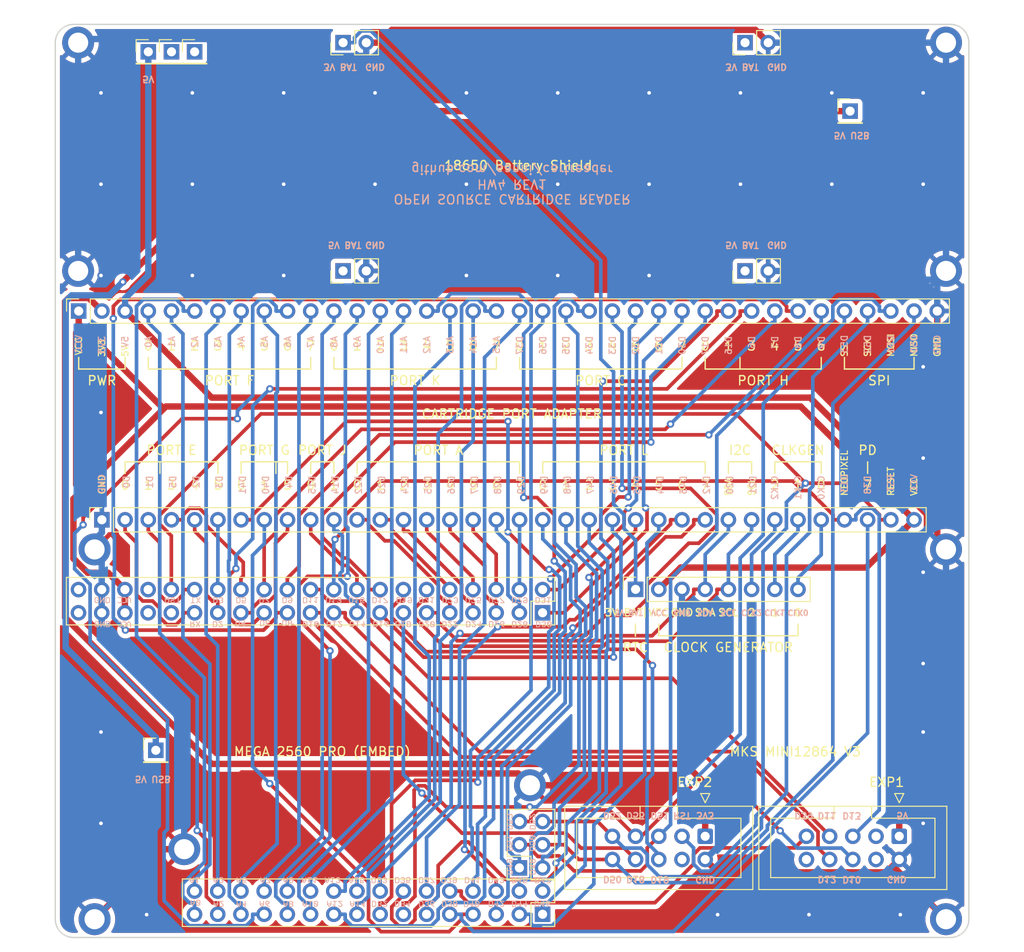
<source format=kicad_pcb>
(kicad_pcb (version 20211014) (generator pcbnew)
  (title_block (title "OPEN SOURCE CARTRIDGE READER") (date "2021-11-15") (rev "V1"))
  (layers (0 "F.Cu" signal) (31 "B.Cu" signal) (34 "B.Paste" user) (35 "F.Paste" user) (36 "B.SilkS" user "B.Silkscreen") (37 "F.SilkS" user "F.Silkscreen") (38 "B.Mask" user) (39 "F.Mask" user) (44 "Edge.Cuts" user))
  (net 0 "")
  (net 1 "D30")
  (net 2 "D31")
  (net 3 "D28")
  (net 4 "D29")
  (net 5 "D26")
  (net 6 "D27")
  (net 7 "D24")
  (net 8 "D25")
  (net 9 "D22")
  (net 10 "D23")
  (net 11 "D20")
  (net 12 "D21")
  (net 13 "D18")
  (net 14 "D19")
  (net 15 "D16")
  (net 16 "D17")
  (net 17 "D14")
  (net 18 "D15")
  (net 19 "D12")
  (net 20 "D13")
  (net 21 "D10")
  (net 22 "D11")
  (net 23 "D8")
  (net 24 "D9")
  (net 25 "D6")
  (net 26 "D7")
  (net 27 "D4")
  (net 28 "D5")
  (net 29 "D2")
  (net 30 "D3")
  (net 31 "D0")
  (net 32 "D1")
  (net 34 "RESET")
  (net 37 "VCC")
  (net 38 "GND")
  (net 41 "D46")
  (net 42 "D47")
  (net 43 "D44")
  (net 44 "D45")
  (net 45 "D42")
  (net 46 "D43")
  (net 47 "D40")
  (net 48 "D41")
  (net 49 "D38")
  (net 50 "D39")
  (net 51 "D36")
  (net 52 "D37")
  (net 53 "D34")
  (net 54 "D32")
  (net 55 "D33")
  (net 56 "A14")
  (net 57 "A15")
  (net 58 "A12")
  (net 59 "A13")
  (net 60 "A10")
  (net 61 "A11")
  (net 62 "A8")
  (net 63 "A9")
  (net 64 "A6")
  (net 65 "A7")
  (net 66 "A4")
  (net 67 "A5")
  (net 68 "A2")
  (net 69 "A3")
  (net 70 "A0")
  (net 71 "A1")
  (net 72 "+3V3")
  (net 73 "+5V")
  (net 74 "D35")
  (net 75 "D53")
  (net 76 "D52")
  (net 77 "D51")
  (net 78 "D50")
  (net 79 "D49")
  (net 80 "D48")
  (net 81 "CLK2")
  (net 82 "CLK1")
  (net 83 "CLK0")
  (net 85 "VBUS")
  (net 86 "+BATT")
  (footprint "MountingHole:MountingHole_2.2mm_M2_ISO7380_Pad" (layer "F.Cu") (at 197.5 77)
    (fp_text reference "M2_3" hide)
    (fp_text value "Screw_Terminal_01x01")
  )
  (footprint "MountingHole:MountingHole_2.2mm_M2_ISO7380_Pad" (layer "F.Cu") (at 104.3 148)
    (fp_text reference "M2_6" hide)
    (fp_text value "Screw_Terminal_01x01")
  )
  (footprint "Connector_PinHeader_2.54mm:PinHeader_1x02_P2.54mm_Vertical" (layer "F.Cu") (at 175.5 52 90)
    (fp_text reference "J14")
    (fp_text value "Conn_01x02")
  )
  (footprint "Connector_PinHeader_2.54mm:PinHeader_1x01_P2.54mm_Vertical" (layer "F.Cu") (at 187 59.5)
    (fp_text reference "J16")
    (fp_text value "5V USB")
  )
  (footprint "MountingHole:MountingHole_2.2mm_M2_ISO7380_Pad" (layer "F.Cu") (at 197.5 52)
    (fp_text reference "M2_2" hide)
    (fp_text value "Screw_Terminal_01x01")
  )
  (footprint "Connector_PinSocket_2.54mm:PinSocket_1x36_P2.54mm_Vertical" (layer "F.Cu") (at 105.1 104.255 90)
    (fp_text reference "J4")
    (fp_text value "CART SLOT BOTTOM ROW")
  )
  (footprint "MountingHole:MountingHole_2.2mm_M2_ISO7380_Pad" (layer "F.Cu") (at 102.5 77)
    (fp_text reference "M2_10" hide)
    (fp_text value "Screw_Terminal_01x01")
  )
  (footprint "Connector_PinHeader_2.54mm:PinHeader_1x01_P2.54mm_Vertical" (layer "F.Cu") (at 112.72 53)
    (fp_text reference "J9")
    (fp_text value "5V")
  )
  (footprint "Connector_PinSocket_2.54mm:PinSocket_1x38_P2.54mm_Vertical" (layer "F.Cu") (at 102.56 81.395 90)
    (fp_text reference "J3")
    (fp_text value "CART SLOT TOP ROW")
  )
  (footprint "MountingHole:MountingHole_2.2mm_M2_ISO7380_Pad" (layer "F.Cu") (at 151.96 133.33)
    (fp_text reference "M2_8" hide)
    (fp_text value "Screw_Terminal_01x01")
  )
  (footprint "Connector_PinSocket_2.54mm:PinSocket_2x21_P2.54mm_Vertical" (layer "F.Cu") (at 153.34 114.44 -90)
    (fp_text reference "J1")
    (fp_text value "MEGA TOP")
  )
  (footprint "MountingHole:MountingHole_2.2mm_M2_ISO7380_Pad" (layer "F.Cu") (at 104.3 107.5)
    (fp_text reference "M2_9" hide)
    (fp_text value "Screw_Terminal_01x01")
  )
  (footprint "MountingHole:MountingHole_2.2mm_M2_ISO7380_Pad" (layer "F.Cu") (at 114.11 140.33)
    (fp_text reference "M2_7" hide)
    (fp_text value "Screw_Terminal_01x01")
  )
  (footprint "Connector_PinHeader_2.54mm:PinHeader_1x02_P2.54mm_Vertical" (layer "F.Cu") (at 131.5 77 90)
    (fp_text reference "J12")
    (fp_text value "Conn_01x02")
  )
  (footprint "Connector_PinSocket_2.54mm:PinSocket_1x08_P2.54mm_Vertical" (layer "F.Cu") (at 163.52 111.875 90)
    (fp_text reference "J17")
    (fp_text value "Conn_01x08")
  )
  (footprint "MountingHole:MountingHole_2.2mm_M2_ISO7380_Pad" (layer "F.Cu") (at 197.5 107.5)
    (fp_text reference "M2_4" hide)
    (fp_text value "Screw_Terminal_01x01")
  )
  (footprint "Connector_PinSocket_2.54mm:PinSocket_2x16_P2.54mm_Vertical" (layer "F.Cu") (at 153.34 147.46 -90)
    (fp_text reference "J2")
    (fp_text value "MEGA BOTTOM")
  )
  (footprint "MountingHole:MountingHole_2.2mm_M2_ISO7380_Pad" (layer "F.Cu") (at 197.5 148)
    (fp_text reference "M2_5" hide)
    (fp_text value "Screw_Terminal_01x01")
  )
  (footprint "Connector_IDC:IDC-Header_2x05_P2.54mm_Vertical" (layer "F.Cu") (at 192.38 138.92 -90)
    (fp_text reference "J13")
    (fp_text value "EXP1")
  )
  (footprint "Connector_PinHeader_2.54mm:PinHeader_1x02_P2.54mm_Vertical" (layer "F.Cu") (at 175.5 77 90)
    (fp_text reference "J15")
    (fp_text value "Conn_01x02")
  )
  (footprint "MountingHole:MountingHole_2.2mm_M2_ISO7380_Pad" (layer "F.Cu") (at 102.5 52)
    (fp_text reference "M2_1" hide)
    (fp_text value "Screw_Terminal_01x01")
  )
  (footprint "Connector_PinSocket_2.54mm:PinSocket_2x03_P2.54mm_Vertical" (layer "F.Cu") (at 150.8 142.38 180)
    (fp_text reference "J5")
    (fp_text value "MEGA SIDE")
  )
  (footprint "Connector_PinHeader_2.54mm:PinHeader_1x01_P2.54mm_Vertical" (layer "F.Cu") (at 110.18 53)
    (fp_text reference "J7")
    (fp_text value "5V")
  )
  (footprint "Connector_PinHeader_2.54mm:PinHeader_1x01_P2.54mm_Vertical" (layer "F.Cu") (at 111 129.5)
    (fp_text reference "J6")
    (fp_text value "5V USB")
  )
  (footprint "Connector_PinHeader_2.54mm:PinHeader_1x01_P2.54mm_Vertical" (layer "F.Cu") (at 115.25 53)
    (fp_text reference "J10")
    (fp_text value "N/A")
  )
  (footprint "Connector_IDC:IDC-Header_2x05_P2.54mm_Vertical" (layer "F.Cu") (at 171.14 138.92 -90)
    (fp_text reference "J8")
    (fp_text value "EXP2")
  )
  (footprint "Connector_PinHeader_2.54mm:PinHeader_1x02_P2.54mm_Vertical" (layer "F.Cu") (at 131.5 52 90)
    (fp_text reference "J11")
    (fp_text value "Conn_01x02")
  )
  (gr_line (start 152.9063 146.1343) (end 152.8131 146.0411) (layer "B.SilkS") (width 0.1))
  (gr_line (start 138.7022 113.3433) (end 138.8887 113.3433) (layer "B.SilkS") (width 0.1))
  (gr_line (start 153.7874 143.5362) (end 154.1602 143.9091) (layer "B.SilkS") (width 0.1))
  (gr_line (start 154.1633 115.9735) (end 153.9769 115.9735) (layer "B.SilkS") (width 0.1))
  (gr_line (start 147.4984 146.0411) (end 147.4984 146.6004) (layer "B.SilkS") (width 0.1))
  (gr_line (start 122.4984 143.815799) (end 122.4984 143.443) (layer "B.SilkS") (width 0.1))
  (gr_line (start 125.1732 115.2872) (end 124.8935 115.2872) (layer "B.SilkS") (width 0.1))
  (gr_line (start 138.1219 143.4397) (end 138.2151 143.5329) (layer "B.SilkS") (width 0.1))
  (gr_line (start 151.3504 115.6939) (end 151.2572 115.6007) (layer "B.SilkS") (width 0.1))
  (gr_line (start 150.0141 141.5394) (end 149.9209 141.4462) (layer "B.SilkS") (width 0.1))
  (gr_line (start 141.183 146.0411) (end 141.0898 146.1343) (layer "B.SilkS") (width 0.1))
  (gr_line (start 151.2572 115.6007) (end 151.2572 115.5075) (layer "B.SilkS") (width 0.1))
  (gr_line (start 137.2324 146.6004) (end 137.512 146.6004) (layer "B.SilkS") (width 0.1))
  (gr_line (start 122.7986 146.414) (end 122.6122 146.6004) (layer "B.SilkS") (width 0.1))
  (gr_line (start 135.3059 146.1343) (end 135.3991 146.0411) (layer "B.SilkS") (width 0.1))
  (gr_line (start 120.4628 113.3467) (end 120.8356 113.3467) (layer "B.SilkS") (width 0.1))
  (gr_line (start 105.3506 115.4042) (end 104.9778 115.9635) (layer "B.SilkS") (width 0.1))
  (gr_line (start 143.9654 146.2276) (end 143.8722 146.3208) (layer "B.SilkS") (width 0.1))
  (gr_line (start 151.4388 143.815799) (end 151.2524 143.7226) (layer "B.SilkS") (width 0.1))
  (gr_line (start 132.4775 112.784) (end 132.1979 112.784) (layer "B.SilkS") (width 0.1))
  (gr_line (start 151.2572 115.8803) (end 151.2572 115.7871) (layer "B.SilkS") (width 0.1))
  (gr_line (start 125.6134 113.3433) (end 125.7998 113.3433) (layer "B.SilkS") (width 0.1))
  (gr_line (start 149.8277 141.8191) (end 149.9209 141.8191) (layer "B.SilkS") (width 0.1))
  (gr_line (start 133.4028 143.9989) (end 133.775599 143.9989) (layer "B.SilkS") (width 0.1))
  (gr_line (start 152.068 138.8742) (end 152.4409 138.8742) (layer "B.SilkS") (width 0.1))
  (gr_line (start 146.2811 112.784) (end 146.4675 112.784) (layer "B.SilkS") (width 0.1))
  (gr_line (start 154.1225 146.2276) (end 154.1225 146.1343) (layer "B.SilkS") (width 0.1))
  (gr_line (start 120.5111 143.7226) (end 120.5111 144.0023) (layer "B.SilkS") (width 0.1))
  (gr_line (start 150.4059 146.5105) (end 150.4059 146.1377) (layer "B.SilkS") (width 0.1))
  (gr_line (start 145.6656 146.6004) (end 145.6656 146.0411) (layer "B.SilkS") (width 0.1))
  (gr_line (start 154.1602 143.9091) (end 154.1602 144.0023) (layer "B.SilkS") (width 0.1))
  (gr_line (start 115.7307 146.4734) (end 115.5443 146.4734) (layer "B.SilkS") (width 0.1))
  (gr_line (start 131.3874 146.414) (end 131.0145 146.0411) (layer "B.SilkS") (width 0.1))
  (gr_line (start 136.3497 113.2501) (end 136.3497 113.3433) (layer "B.SilkS") (width 0.1))
  (gr_line (start 149.4548 136.6167) (end 149.548 136.5235) (layer "B.SilkS") (width 0.1))
  (gr_line (start 131.1396 143.5329) (end 131.1396 143.6261) (layer "B.SilkS") (width 0.1))
  (gr_line (start 152.9881 113.2501) (end 152.9881 112.8773) (layer "B.SilkS") (width 0.1))
  (gr_line (start 104.7229 113.0537) (end 104.7229 112.8673) (layer "B.SilkS") (width 0.1))
  (gr_line (start 142.4307 113.3433) (end 142.7104 113.3433) (layer "B.SilkS") (width 0.1))
  (gr_line (start 138.8752 115.6007) (end 138.782 115.6939) (layer "B.SilkS") (width 0.1))
  (gr_line (start 148.7864 143.9989) (end 148.6932 143.905699) (layer "B.SilkS") (width 0.1))
  (gr_line (start 108.24 112.9422) (end 108.0536 112.7558) (layer "B.SilkS") (width 0.1))
  (gr_line (start 138.2133 146.2276) (end 138.1201 146.3208) (layer "B.SilkS") (width 0.1))
  (gr_line (start 120.2276 112.8806) (end 120.1343 112.7874) (layer "B.SilkS") (width 0.1))
  (gr_line (start 117.3425 112.784) (end 117.3425 113.3433) (layer "B.SilkS") (width 0.1))
  (gr_line (start 146.1878 113.0637) (end 146.1878 113.3433) (layer "B.SilkS") (width 0.1))
  (gr_line (start 125.5948 115.5669) (end 125.5016 115.4737) (layer "B.SilkS") (width 0.1))
  (gr_line (start 147.5101 112.784) (end 147.5101 113.3433) (layer "B.SilkS") (width 0.1))
  (gr_line (start 141.3696 115.4142) (end 141.4628 115.5075) (layer "B.SilkS") (width 0.1))
  (gr_line (start 151.63 115.7871) (end 151.63 115.8803) (layer "B.SilkS") (width 0.1))
  (gr_line (start 115.81 115.4176) (end 115.4371 115.9768) (layer "B.SilkS") (width 0.1))
  (gr_line (start 136.0669 115.5075) (end 136.0669 115.6939) (layer "B.SilkS") (width 0.1))
  (gr_line (start 148.5097 115.7871) (end 148.1368 115.4142) (layer "B.SilkS") (width 0.1))
  (gr_line (start 144.7778 146.0411) (end 144.7778 146.6004) (layer "B.SilkS") (width 0.1))
  (gr_line (start 118.0881 146.6004) (end 118.2745 146.6004) (layer "B.SilkS") (width 0.1))
  (gr_line (start 127.4207 143.4397) (end 127.4207 143.8125) (layer "B.SilkS") (width 0.1))
  (gr_line (start 150.4091 143.9091) (end 150.4091 143.5362) (layer "B.SilkS") (width 0.1))
  (gr_line (start 141.451 143.9989) (end 141.0781 143.9989) (layer "B.SilkS") (width 0.1))
  (gr_line (start 147.4771 143.9989) (end 147.7567 143.9989) (layer "B.SilkS") (width 0.1))
  (gr_line (start 122.8337 115.3805) (end 122.7405 115.2872) (layer "B.SilkS") (width 0.1))
  (gr_line (start 138.1874 112.784) (end 138.1874 113.3433) (layer "B.SilkS") (width 0.1))
  (gr_line (start 154.1633 115.4142) (end 154.2565 115.5075) (layer "B.SilkS") (width 0.1))
  (gr_line (start 147.7897 113.3433) (end 147.8829 113.2501) (layer "B.SilkS") (width 0.1))
  (gr_line (start 125.5016 115.4737) (end 125.5016 115.3805) (layer "B.SilkS") (width 0.1))
  (gr_line (start 140.5582 113.3433) (end 140.7446 113.3433) (layer "B.SilkS") (width 0.1))
  (gr_line (start 153.5962 113.1569) (end 153.5962 113.2501) (layer "B.SilkS") (width 0.1))
  (gr_line (start 142.9844 146.1343) (end 143.0777 146.0411) (layer "B.SilkS") (width 0.1))
  (gr_line (start 137.6725 113.3433) (end 137.7657 113.2501) (layer "B.SilkS") (width 0.1))
  (gr_line (start 123.4793 144.0023) (end 123.1065 144.0023) (layer "B.SilkS") (width 0.1))
  (gr_line (start 149.8277 136.5235) (end 149.9209 136.5235) (layer "B.SilkS") (width 0.1))
  (gr_line (start 151.3456 143.443) (end 151.532 143.443) (layer "B.SilkS") (width 0.1))
  (gr_line (start 119.906 146.4173) (end 119.906 146.0445) (layer "B.SilkS") (width 0.1))
  (gr_line (start 140.7613 146.3208) (end 140.8546 146.414) (layer "B.SilkS") (width 0.1))
  (gr_line (start 145.994 146.5072) (end 145.994 146.1343) (layer "B.SilkS") (width 0.1))
  (gr_line (start 143.3573 146.2276) (end 143.2641 146.3208) (layer "B.SilkS") (width 0.1))
  (gr_line (start 107.8671 112.9422) (end 107.8671 113.315) (layer "B.SilkS") (width 0.1))
  (gr_line (start 136.3497 113.3433) (end 135.9768 113.3433) (layer "B.SilkS") (width 0.1))
  (gr_line (start 150.3206 115.4142) (end 150.041 115.4142) (layer "B.SilkS") (width 0.1))
  (gr_line (start 126 146.2276) (end 125.9068 146.3208) (layer "B.SilkS") (width 0.1))
  (gr_line (start 130.5518 115.4142) (end 130.5518 115.9735) (layer "B.SilkS") (width 0.1))
  (gr_line (start 140.7615 115.9735) (end 140.8548 115.8803) (layer "B.SilkS") (width 0.1))
  (gr_line (start 105.8459 112.7741) (end 105.5662 112.7741) (layer "B.SilkS") (width 0.1))
  (gr_line (start 133.0773 115.9735) (end 132.890799 115.7871) (layer "B.SilkS") (width 0.1))
  (gr_line (start 150.0141 142.7556) (end 149.9209 142.6624) (layer "B.SilkS") (width 0.1))
  (gr_line (start 137.512 146.6004) (end 137.6052 146.5072) (layer "B.SilkS") (width 0.1))
  (gr_line (start 152.8508 144.0023) (end 152.9441 143.9091) (layer "B.SilkS") (width 0.1))
  (gr_line (start 122.6848 144.0023) (end 122.4984 143.815799) (layer "B.SilkS") (width 0.1))
  (gr_line (start 104.4433 112.7741) (end 104.35 112.8673) (layer "B.SilkS") (width 0.1))
  (gr_line (start 142.6843 143.5329) (end 142.5911 143.4397) (layer "B.SilkS") (width 0.1))
  (gr_line (start 143.9654 146.1343) (end 143.9654 146.2276) (layer "B.SilkS") (width 0.1))
  (gr_line (start 153.462 115.6939) (end 153.5552 115.6939) (layer "B.SilkS") (width 0.1))
  (gr_line (start 119.903 143.815799) (end 119.903 143.443) (layer "B.SilkS") (width 0.1))
  (gr_line (start 120.8356 113.067) (end 120.7424 113.1602) (layer "B.SilkS") (width 0.1))
  (gr_line (start 143.7401 113.3433) (end 143.6469 113.2501) (layer "B.SilkS") (width 0.1))
  (gr_line (start 132.4775 113.3433) (end 132.5707 113.2501) (layer "B.SilkS") (width 0.1))
  (gr_line (start 107.1438 112.7671) (end 106.8641 112.7671) (layer "B.SilkS") (width 0.1))
  (gr_line (start 125.8745 115.4737) (end 125.7813 115.5669) (layer "B.SilkS") (width 0.1))
  (gr_line (start 150.4139 115.8803) (end 150.4139 115.5075) (layer "B.SilkS") (width 0.1))
  (gr_line (start 129.6755 112.784) (end 129.6755 113.3433) (layer "B.SilkS") (width 0.1))
  (gr_line (start 132.2827 115.4142) (end 132.2827 115.9735) (layer "B.SilkS") (width 0.1))
  (gr_line (start 130.86 143.9989) (end 130.7668 143.905699) (layer "B.SilkS") (width 0.1))
  (gr_line (start 138.7022 113.0637) (end 138.609 113.1569) (layer "B.SilkS") (width 0.1))
  (gr_line (start 144.7778 146.6004) (end 145.0575 146.6004) (layer "B.SilkS") (width 0.1))
  (gr_line (start 128.5626 112.784) (end 128.5626 113.3433) (layer "B.SilkS") (width 0.1))
  (gr_line (start 106.8641 113.3264) (end 107.1438 113.3264) (layer "B.SilkS") (width 0.1))
  (gr_line (start 125.1732 115.8465) (end 125.2664 115.7533) (layer "B.SilkS") (width 0.1))
  (gr_line (start 151.9748 137.2248) (end 152.068 137.1316) (layer "B.SilkS") (width 0.1))
  (gr_line (start 117.5744 115.4142) (end 117.2948 115.4142) (layer "B.SilkS") (width 0.1))
  (gr_line (start 143.8072 143.4397) (end 143.6208 143.4397) (layer "B.SilkS") (width 0.1))
  (gr_line (start 124.9121 113.3433) (end 125.1918 113.3433) (layer "B.SilkS") (width 0.1))
  (gr_line (start 152.8949 113.3433) (end 152.9881 113.2501) (layer "B.SilkS") (width 0.1))
  (gr_line (start 128.3896 115.5075) (end 128.4828 115.4142) (layer "B.SilkS") (width 0.1))
  (gr_line (start 152.1613 141.4462) (end 152.2545 141.5394) (layer "B.SilkS") (width 0.1))
  (gr_line (start 123.1621 115.2872) (end 123.0689 115.3805) (layer "B.SilkS") (width 0.1))
  (gr_line (start 135.5552 112.784) (end 135.5552 113.3433) (layer "B.SilkS") (width 0.1))
  (gr_line (start 114.843 146.287) (end 114.843 145.9141) (layer "B.SilkS") (width 0.1))
  (gr_line (start 107.73 115.895) (end 107.73 115.5221) (layer "B.SilkS") (width 0.1))
  (gr_line (start 115.8239 146.0073) (end 115.8239 146.3802) (layer "B.SilkS") (width 0.1))
  (gr_line (start 143.1102 115.9735) (end 143.2966 115.9735) (layer "B.SilkS") (width 0.1))
  (gr_line (start 152.9471 115.9735) (end 153.0403 115.8803) (layer "B.SilkS") (width 0.1))
  (gr_line (start 138.2671 115.4142) (end 137.8943 115.4142) (layer "B.SilkS") (width 0.1))
  (gr_line (start 115.2019 115.8836) (end 115.1087 115.9768) (layer "B.SilkS") (width 0.1))
  (gr_line (start 131.2645 113.2501) (end 131.1713 113.3433) (layer "B.SilkS") (width 0.1))
  (gr_line (start 150.0141 136.6167) (end 150.0141 136.8031) (layer "B.SilkS") (width 0.1))
  (gr_line (start 151.9748 139.5755) (end 152.068 139.4823) (layer "B.SilkS") (width 0.1))
  (gr_line (start 149.0991 113.3433) (end 148.7263 113.3433) (layer "B.SilkS") (width 0.1))
  (gr_line (start 140.1532 146.6004) (end 140.2465 146.5072) (layer "B.SilkS") (width 0.1))
  (gr_line (start 127.4207 143.8125) (end 127.2342 143.9989) (layer "B.SilkS") (width 0.1))
  (gr_line (start 150.3158 143.443) (end 150.0362 143.443) (layer "B.SilkS") (width 0.1))
  (gr_line (start 107.3571 115.9882) (end 107.6368 115.9882) (layer "B.SilkS") (width 0.1))
  (gr_line (start 148.9729 143.4397) (end 149.0661 143.5329) (layer "B.SilkS") (width 0.1))
  (gr_line (start 153.7497 146.3208) (end 154.0293 146.3208) (layer "B.SilkS") (width 0.1))
  (gr_line (start 149.0246 115.6939) (end 149.1178 115.6007) (layer "B.SilkS") (width 0.1))
  (gr_line (start 151.2572 115.7871) (end 151.3504 115.6939) (layer "B.SilkS") (width 0.1))
  (gr_line (start 149.548 139.8497) (end 149.4548 139.7565) (layer "B.SilkS") (width 0.1))
  (gr_line (start 151.9748 141.5394) (end 152.068 141.4462) (layer "B.SilkS") (width 0.1))
  (gr_line (start 125.7203 146.0411) (end 125.9068 146.0411) (layer "B.SilkS") (width 0.1))
  (gr_line (start 132.5707 112.8773) (end 132.4775 112.784) (layer "B.SilkS") (width 0.1))
  (gr_line (start 117.9506 112.8773) (end 118.0438 112.784) (layer "B.SilkS") (width 0.1))
  (gr_line (start 145.0191 115.4142) (end 145.0191 115.9735) (layer "B.SilkS") (width 0.1))
  (gr_line (start 128.3896 115.8803) (end 128.3896 115.5075) (layer "B.SilkS") (width 0.1))
  (gr_line (start 148.2114 113.3433) (end 148.3978 113.3433) (layer "B.SilkS") (width 0.1))
  (gr_line (start 143.7401 112.784) (end 143.9265 112.784) (layer "B.SilkS") (width 0.1))
  (gr_line (start 108.0536 112.7558) (end 107.8671 112.9422) (layer "B.SilkS") (width 0.1))
  (gr_line (start 151.63 115.6007) (end 151.5368 115.6939) (layer "B.SilkS") (width 0.1))
  (gr_line (start 145.1647 143.9989) (end 145.258 143.905699) (layer "B.SilkS") (width 0.1))
  (gr_line (start 127.4396 113.3433) (end 127.5328 113.2501) (layer "B.SilkS") (width 0.1))
  (gr_line (start 117.7153 113.2501) (end 117.7153 112.8773) (layer "B.SilkS") (width 0.1))
  (gr_line (start 136.0669 115.6939) (end 136.3465 115.6939) (layer "B.SilkS") (width 0.1))
  (gr_line (start 153.5144 146.3208) (end 153.1416 146.3208) (layer "B.SilkS") (width 0.1))
  (gr_line (start 150.6491 115.8803) (end 150.7423 115.9735) (layer "B.SilkS") (width 0.1))
  (gr_line (start 140.8429 143.8125) (end 140.8429 143.905699) (layer "B.SilkS") (width 0.1))
  (gr_line (start 107.3641 113.3264) (end 107.6438 113.3264) (layer "B.SilkS") (width 0.1))
  (gr_line (start 127.16 112.784) (end 127.16 113.3433) (layer "B.SilkS") (width 0.1))
  (gr_line (start 134.9379 143.9989) (end 135.0311 143.905699) (layer "B.SilkS") (width 0.1))
  (gr_line (start 138.782 115.9735) (end 138.5956 115.9735) (layer "B.SilkS") (width 0.1))
  (gr_line (start 150.0141 140.1781) (end 149.9209 140.0849) (layer "B.SilkS") (width 0.1))
  (gr_line (start 120.2758 143.815799) (end 120.0894 144.0023) (layer "B.SilkS") (width 0.1))
  (gr_line (start 107.6438 112.7671) (end 107.3641 112.7671) (layer "B.SilkS") (width 0.1))
  (gr_line (start 149.9209 141.4462) (end 149.548 141.4462) (layer "B.SilkS") (width 0.1))
  (gr_line (start 117.9949 146.5072) (end 118.0881 146.6004) (layer "B.SilkS") (width 0.1))
  (gr_line (start 134.9379 143.4397) (end 134.6583 143.4397) (layer "B.SilkS") (width 0.1))
  (gr_line (start 131.3874 146.5072) (end 131.3874 146.414) (layer "B.SilkS") (width 0.1))
  (gr_line (start 128.6368 143.4397) (end 128.264 143.4397) (layer "B.SilkS") (width 0.1))
  (gr_line (start 152.1613 141.8191) (end 152.068 141.8191) (layer "B.SilkS") (width 0.1))
  (gr_line (start 146.2353 115.6939) (end 146.515 115.9735) (layer "B.SilkS") (width 0.1))
  (gr_line (start 130.0483 112.8773) (end 129.9551 112.784) (layer "B.SilkS") (width 0.1))
  (gr_line (start 150.7423 115.9735) (end 150.9287 115.9735) (layer "B.SilkS") (width 0.1))
  (gr_line (start 120.6043 143.443) (end 120.7907 143.443) (layer "B.SilkS") (width 0.1))
  (gr_line (start 151.3437 113.3433) (end 151.5301 113.3433) (layer "B.SilkS") (width 0.1))
  (gr_line (start 149.0661 143.5329) (end 149.0661 143.6261) (layer "B.SilkS") (width 0.1))
  (gr_line (start 148.3862 146.6004) (end 148.3862 146.0411) (layer "B.SilkS") (width 0.1))
  (gr_line (start 143.1992 143.4397) (end 143.2924 143.5329) (layer "B.SilkS") (width 0.1))
  (gr_line (start 107.1368 115.9882) (end 107.23 115.895) (layer "B.SilkS") (width 0.1))
  (gr_line (start 150.0141 142.1475) (end 149.4548 142.1475) (layer "B.SilkS") (width 0.1))
  (gr_line (start 143.3898 115.8803) (end 143.3898 115.7871) (layer "B.SilkS") (width 0.1))
  (gr_line (start 142.8036 113.2501) (end 142.8036 112.8773) (layer "B.SilkS") (width 0.1))
  (gr_line (start 125.5202 113.2501) (end 125.6134 113.3433) (layer "B.SilkS") (width 0.1))
  (gr_line (start 153.7497 146.3208) (end 153.9361 146.5072) (layer "B.SilkS") (width 0.1))
  (gr_line (start 125.9095 143.4397) (end 125.7231 143.4397) (layer "B.SilkS") (width 0.1))
  (gr_line (start 149.7345 136.7099) (end 149.7345 136.6167) (layer "B.SilkS") (width 0.1))
  (gr_line (start 120.0894 144.0023) (end 119.903 143.815799) (layer "B.SilkS") (width 0.1))
  (gr_line (start 150.0343 113.3433) (end 150.3139 113.3433) (layer "B.SilkS") (width 0.1))
  (gr_line (start 148.7449 115.6939) (end 149.0246 115.6939) (layer "B.SilkS") (width 0.1))
  (gr_line (start 112.748 112.7741) (end 112.9344 112.7741) (layer "B.SilkS") (width 0.1))
  (gr_line (start 142.7104 113.3433) (end 142.8036 113.2501) (layer "B.SilkS") (width 0.1))
  (gr_line (start 131.2645 113.1569) (end 131.2645 113.2501) (layer "B.SilkS") (width 0.1))
  (gr_line (start 146.0872 146.0411) (end 146.2737 146.0411) (layer "B.SilkS") (width 0.1))
  (gr_line (start 150.033 146.6037) (end 150.3127 146.6037) (layer "B.SilkS") (width 0.1))
  (gr_line (start 122.8712 143.815799) (end 122.6848 144.0023) (layer "B.SilkS") (width 0.1))
  (gr_line (start 143.9265 112.784) (end 144.0198 112.8773) (layer "B.SilkS") (width 0.1))
  (gr_line (start 112.0467 113.3334) (end 112.0467 112.7741) (layer "B.SilkS") (width 0.1))
  (gr_line (start 107.73 115.5221) (end 107.6368 115.4289) (layer "B.SilkS") (width 0.1))
  (gr_line (start 148.7263 112.784) (end 148.7263 112.8773) (layer "B.SilkS") (width 0.1))
  (gr_line (start 130.0369 115.4142) (end 129.7573 115.4142) (layer "B.SilkS") (width 0.1))
  (gr_line (start 151.63 115.5075) (end 151.63 115.6007) (layer "B.SilkS") (width 0.1))
  (gr_line (start 151.2524 143.7226) (end 151.2524 144.0023) (layer "B.SilkS") (width 0.1))
  (gr_line (start 112.3263 113.3334) (end 112.0467 113.3334) (layer "B.SilkS") (width 0.1))
  (gr_line (start 149.7345 139.4768) (end 149.8277 139.57) (layer "B.SilkS") (width 0.1))
  (gr_line (start 129.7573 115.9735) (end 130.0369 115.9735) (layer "B.SilkS") (width 0.1))
  (gr_line (start 123.0689 115.3805) (end 123.0689 115.5669) (layer "B.SilkS") (width 0.1))
  (gr_line (start 142.5911 143.4397) (end 142.3114 143.4397) (layer "B.SilkS") (width 0.1))
  (gr_line (start 129.6755 113.3433) (end 129.9551 113.3433) (layer "B.SilkS") (width 0.1))
  (gr_line (start 149.548 142.6624) (end 149.4548 142.7556) (layer "B.SilkS") (width 0.1))
  (gr_line (start 115.1087 115.604) (end 115.2019 115.6972) (layer "B.SilkS") (width 0.1))
  (gr_line (start 149.548 137.1316) (end 149.7345 137.1316) (layer "B.SilkS") (width 0.1))
  (gr_line (start 118.2302 112.784) (end 118.3234 112.8773) (layer "B.SilkS") (width 0.1))
  (gr_line (start 143.9005 143.719299) (end 143.6208 143.719299) (layer "B.SilkS") (width 0.1))
  (gr_line (start 125.9095 143.9989) (end 126.0027 143.905699) (layer "B.SilkS") (width 0.1))
  (gr_line (start 150.6443 143.7226) (end 150.9239 144.0023) (layer "B.SilkS") (width 0.1))
  (gr_line (start 113.0276 112.9605) (end 112.9344 113.0537) (layer "B.SilkS") (width 0.1))
  (gr_line (start 153.5552 115.6939) (end 153.6484 115.7871) (layer "B.SilkS") (width 0.1))
  (gr_line (start 132.5595 143.719299) (end 132.1866 143.719299) (layer "B.SilkS") (width 0.1))
  (gr_line (start 138.2151 143.905699) (end 138.1219 143.9989) (layer "B.SilkS") (width 0.1))
  (gr_line (start 151.2572 115.5075) (end 151.3504 115.4142) (layer "B.SilkS") (width 0.1))
  (gr_line (start 154.2565 115.8803) (end 153.8837 115.5075) (layer "B.SilkS") (width 0.1))
  (gr_line (start 135.5856 146.3208) (end 135.6788 146.414) (layer "B.SilkS") (width 0.1))
  (gr_line (start 152.5341 138.1125) (end 152.5341 137.8329) (layer "B.SilkS") (width 0.1))
  (gr_line (start 118.3234 113.2501) (end 118.2302 113.3433) (layer "B.SilkS") (width 0.1))
  (gr_line (start 150.6411 146.3241) (end 150.9208 146.6037) (layer "B.SilkS") (width 0.1))
  (gr_line (start 148.491 113.1569) (end 148.1182 112.784) (layer "B.SilkS") (width 0.1))
  (gr_line (start 148.8797 143.719299) (end 148.9729 143.719299) (layer "B.SilkS") (width 0.1))
  (gr_line (start 127.9146 146.6004) (end 127.7282 146.414) (layer "B.SilkS") (width 0.1))
  (gr_line (start 149.4548 139.57) (end 149.548 139.4768) (layer "B.SilkS") (width 0.1))
  (gr_line (start 143.3573 146.5072) (end 143.2641 146.6004) (layer "B.SilkS") (width 0.1))
  (gr_line (start 145.9069 115.9735) (end 146.0001 115.8803) (layer "B.SilkS") (width 0.1))
  (gr_line (start 127.4929 146.0411) (end 127.4929 146.414) (layer "B.SilkS") (width 0.1))
  (gr_line (start 148.1368 115.8803) (end 148.23 115.9735) (layer "B.SilkS") (width 0.1))
  (gr_line (start 133.4028 143.5329) (end 133.496 143.4397) (layer "B.SilkS") (width 0.1))
  (gr_line (start 135.0707 146.5072) (end 135.0707 146.1343) (layer "B.SilkS") (width 0.1))
  (gr_line (start 152.2545 139.4823) (end 152.3477 139.5755) (layer "B.SilkS") (width 0.1))
  (gr_line (start 152.5335 146.6004) (end 152.8131 146.6004) (layer "B.SilkS") (width 0.1))
  (gr_line (start 115.451 146.0073) (end 115.5443 145.9141) (layer "B.SilkS") (width 0.1))
  (gr_line (start 112.6548 113.1469) (end 112.6548 113.2402) (layer "B.SilkS") (width 0.1))
  (gr_line (start 122.6694 112.7874) (end 122.3897 112.7874) (layer "B.SilkS") (width 0.1))
  (gr_line (start 149.4548 138.8687) (end 149.4548 139.2416) (layer "B.SilkS") (width 0.1))
  (gr_line (start 120.1549 115.7566) (end 120.1549 115.3838) (layer "B.SilkS") (width 0.1))
  (gr_line (start 138.8887 112.784) (end 138.7022 112.784) (layer "B.SilkS") (width 0.1))
  (gr_line (start 132.5624 115.9735) (end 132.6556 115.8803) (layer "B.SilkS") (width 0.1))
  (gr_line (start 120.2276 113.2534) (end 120.2276 112.8806) (layer "B.SilkS") (width 0.1))
  (gr_line (start 150.3139 113.3433) (end 150.4071 113.2501) (layer "B.SilkS") (width 0.1))
  (gr_line (start 133.9014 146.3208) (end 133.528599 146.3208) (layer "B.SilkS") (width 0.1))
  (gr_line (start 120.7424 113.1602) (end 120.6492 113.1602) (layer "B.SilkS") (width 0.1))
  (gr_line (start 151.5368 115.4142) (end 151.63 115.5075) (layer "B.SilkS") (width 0.1))
  (gr_line (start 138.5024 115.8803) (end 138.5024 115.7871) (layer "B.SilkS") (width 0.1))
  (gr_line (start 123.4067 146.1343) (end 123.3135 146.0411) (layer "B.SilkS") (width 0.1))
  (gr_line (start 143.4117 113.2501) (end 143.4117 113.1569) (layer "B.SilkS") (width 0.1))
  (gr_line (start 133.6824 143.8125) (end 133.589199 143.8125) (layer "B.SilkS") (width 0.1))
  (gr_line (start 131.1077 146.6004) (end 131.2942 146.6004) (layer "B.SilkS") (width 0.1))
  (gr_line (start 105.331 113.3334) (end 105.331 112.7741) (layer "B.SilkS") (width 0.1))
  (gr_line (start 135.1335 112.8773) (end 135.0403 112.784) (layer "B.SilkS") (width 0.1))
  (gr_line (start 133.293399 146.0411) (end 132.9205 146.0411) (layer "B.SilkS") (width 0.1))
  (gr_line (start 151.6252 143.7226) (end 151.532 143.815799) (layer "B.SilkS") (width 0.1))
  (gr_line (start 107.8601 115.604) (end 107.8601 115.9768) (layer "B.SilkS") (width 0.1))
  (gr_line (start 132.981099 143.4397) (end 132.981099 143.9989) (layer "B.SilkS") (width 0.1))
  (gr_line (start 143.1709 146.3208) (end 143.2641 146.3208) (layer "B.SilkS") (width 0.1))
  (gr_line (start 140.8548 115.8803) (end 140.8548 115.7871) (layer "B.SilkS") (width 0.1))
  (gr_line (start 141.3694 146.0411) (end 141.183 146.0411) (layer "B.SilkS") (width 0.1))
  (gr_line (start 105.5858 115.4042) (end 105.5858 115.9635) (layer "B.SilkS") (width 0.1))
  (gr_line (start 140.2298 112.8773) (end 140.1365 112.784) (layer "B.SilkS") (width 0.1))
  (gr_line (start 114.9624 143.9989) (end 114.776 143.8125) (layer "B.SilkS") (width 0.1))
  (gr_line (start 143.0127 143.9989) (end 142.9195 143.905699) (layer "B.SilkS") (width 0.1))
  (gr_line (start 120.4628 112.8806) (end 120.556 112.7874) (layer "B.SilkS") (width 0.1))
  (gr_line (start 135.9768 112.784) (end 135.9768 112.8773) (layer "B.SilkS") (width 0.1))
  (gr_line (start 125.7231 143.9989) (end 125.9095 143.9989) (layer "B.SilkS") (width 0.1))
  (gr_line (start 133.6937 113.1569) (end 133.6005 113.1569) (layer "B.SilkS") (width 0.1))
  (gr_line (start 135.546 143.4397) (end 135.6392 143.5329) (layer "B.SilkS") (width 0.1))
  (gr_line (start 131.1396 143.905699) (end 131.0464 143.9989) (layer "B.SilkS") (width 0.1))
  (gr_line (start 125.6271 146.1343) (end 125.7203 146.0411) (layer "B.SilkS") (width 0.1))
  (gr_line (start 127.8423 143.4397) (end 127.8423 143.9989) (layer "B.SilkS") (width 0.1))
  (gr_line (start 138.0269 146.3208) (end 138.1201 146.3208) (layer "B.SilkS") (width 0.1))
  (gr_line (start 117.3425 113.3433) (end 117.6221 113.3433) (layer "B.SilkS") (width 0.1))
  (gr_line (start 123.3135 146.3208) (end 123.4067 146.2276) (layer "B.SilkS") (width 0.1))
  (gr_line (start 142.7817 115.5075) (end 142.6885 115.4142) (layer "B.SilkS") (width 0.1))
  (gr_line (start 140.8378 113.2501) (end 140.8378 113.1569) (layer "B.SilkS") (width 0.1))
  (gr_line (start 154.0293 146.0411) (end 153.8429 146.0411) (layer "B.SilkS") (width 0.1))
  (gr_line (start 122.9978 112.8806) (end 123.3707 113.2534) (layer "B.SilkS") (width 0.1))
  (gr_line (start 118.0438 112.784) (end 118.2302 112.784) (layer "B.SilkS") (width 0.1))
  (gr_line (start 128.3363 146.5072) (end 128.3363 146.1343) (layer "B.SilkS") (width 0.1))
  (gr_line (start 133.6824 143.4397) (end 133.775599 143.5329) (layer "B.SilkS") (width 0.1))
  (gr_line (start 149.8277 137.318) (end 149.7345 137.5044) (layer "B.SilkS") (width 0.1))
  (gr_line (start 152.3477 141.4462) (end 152.4409 141.4462) (layer "B.SilkS") (width 0.1))
  (gr_line (start 132.5624 115.4142) (end 132.2827 115.4142) (layer "B.SilkS") (width 0.1))
  (gr_line (start 118.164 143.719299) (end 118.2572 143.719299) (layer "B.SilkS") (width 0.1))
  (gr_line (start 143.9979 115.8803) (end 143.9979 115.7871) (layer "B.SilkS") (width 0.1))
  (gr_line (start 151.0219 115.7871) (end 150.6491 115.4142) (layer "B.SilkS") (width 0.1))
  (gr_line (start 135.2236 115.8803) (end 135.2236 115.5075) (layer "B.SilkS") (width 0.1))
  (gr_line (start 120.8839 143.5362) (end 120.8839 143.7226) (layer "B.SilkS") (width 0.1))
  (gr_line (start 143.9047 115.9735) (end 143.9979 115.8803) (layer "B.SilkS") (width 0.1))
  (gr_line (start 151.2524 143.5362) (end 151.3456 143.443) (layer "B.SilkS") (width 0.1))
  (gr_line (start 143.2924 143.5329) (end 143.2924 143.6261) (layer "B.SilkS") (width 0.1))
  (gr_line (start 152.3477 139.6688) (end 152.2545 139.8552) (layer "B.SilkS") (width 0.1))
  (gr_line (start 107.1438 113.3264) (end 107.237 113.2332) (layer "B.SilkS") (width 0.1))
  (gr_line (start 149.7345 137.1316) (end 149.8277 137.2248) (layer "B.SilkS") (width 0.1))
  (gr_line (start 148.491 113.2501) (end 148.491 113.1569) (layer "B.SilkS") (width 0.1))
  (gr_line (start 153.5962 112.9705) (end 153.503 113.0637) (layer "B.SilkS") (width 0.1))
  (gr_line (start 135.1303 115.9735) (end 135.2236 115.8803) (layer "B.SilkS") (width 0.1))
  (gr_line (start 151.9748 142.7556) (end 151.9748 143.035199) (layer "B.SilkS") (width 0.1))
  (gr_line (start 133.1675 143.4397) (end 132.7947 143.4397) (layer "B.SilkS") (width 0.1))
  (gr_line (start 149.0661 143.905699) (end 148.9729 143.9989) (layer "B.SilkS") (width 0.1))
  (gr_line (start 152.5335 146.0411) (end 152.5335 146.6004) (layer "B.SilkS") (width 0.1))
  (gr_line (start 138.5956 115.6939) (end 138.5024 115.6007) (layer "B.SilkS") (width 0.1))
  (gr_line (start 135.914 146.0411) (end 136.2869 146.0411) (layer "B.SilkS") (width 0.1))
  (gr_line (start 150.0141 139.0552) (end 149.8277 139.2416) (layer "B.SilkS") (width 0.1))
  (gr_line (start 136.3465 115.4142) (end 136.1601 115.4142) (layer "B.SilkS") (width 0.1))
  (gr_line (start 148.4165 115.9735) (end 148.5097 115.8803) (layer "B.SilkS") (width 0.1))
  (gr_line (start 154.2565 115.5075) (end 154.2565 115.8803) (layer "B.SilkS") (width 0.1))
  (gr_line (start 142.6885 115.9735) (end 142.7817 115.8803) (layer "B.SilkS") (width 0.1))
  (gr_line (start 135.7416 112.784) (end 135.3688 112.784) (layer "B.SilkS") (width 0.1))
  (gr_line (start 118.2757 115.8803) (end 118.2757 115.7871) (layer "B.SilkS") (width 0.1))
  (gr_line (start 135.546 143.719299) (end 135.6392 143.8125) (layer "B.SilkS") (width 0.1))
  (gr_line (start 129.9234 143.4397) (end 129.9234 143.8125) (layer "B.SilkS") (width 0.1))
  (gr_line (start 132.1866 143.8125) (end 132.1866 143.4397) (layer "B.SilkS") (width 0.1))
  (gr_line (start 140.2348 143.905699) (end 140.2348 143.5329) (layer "B.SilkS") (width 0.1))
  (gr_line (start 137.3928 112.784) (end 137.3928 113.3433) (layer "B.SilkS") (width 0.1))
  (gr_line (start 128.5626 113.3433) (end 128.3761 113.1569) (layer "B.SilkS") (width 0.1))
  (gr_line (start 123.3707 113.3467) (end 122.9978 113.3467) (layer "B.SilkS") (width 0.1))
  (gr_line (start 105.9587 115.8703) (end 105.9587 115.4974) (layer "B.SilkS") (width 0.1))
  (gr_line (start 152.9441 143.5362) (end 152.8508 143.443) (layer "B.SilkS") (width 0.1))
  (gr_line (start 153.9769 115.4142) (end 154.1633 115.4142) (layer "B.SilkS") (width 0.1))
  (gr_line (start 153.7874 143.443) (end 153.7874 143.5362) (layer "B.SilkS") (width 0.1))
  (gr_line (start 123.4418 115.3805) (end 123.3485 115.2872) (layer "B.SilkS") (width 0.1))
  (gr_line (start 131.2645 112.8773) (end 131.2645 112.9705) (layer "B.SilkS") (width 0.1))
  (gr_line (start 129.9234 143.8125) (end 129.737 143.9989) (layer "B.SilkS") (width 0.1))
  (gr_line (start 133.4989 115.6939) (end 133.778599 115.9735) (layer "B.SilkS") (width 0.1))
  (gr_line (start 123.4793 143.9091) (end 123.4793 144.0023) (layer "B.SilkS") (width 0.1))
  (gr_line (start 134.7607 113.3433) (end 135.0403 113.3433) (layer "B.SilkS") (width 0.1))
  (gr_line (start 137.3928 113.3433) (end 137.6725 113.3433) (layer "B.SilkS") (width 0.1))
  (gr_line (start 145.7204 115.9735) (end 145.9069 115.9735) (layer "B.SilkS") (width 0.1))
  (gr_line (start 125.7998 112.784) (end 125.6134 112.784) (layer "B.SilkS") (width 0.1))
  (gr_line (start 149.7345 142.0543) (end 149.7345 142.4272) (layer "B.SilkS") (width 0.1))
  (gr_line (start 142.7104 112.784) (end 142.4307 112.784) (layer "B.SilkS") (width 0.1))
  (gr_line (start 133.6937 112.784) (end 133.7869 112.8773) (layer "B.SilkS") (width 0.1))
  (gr_line (start 148.9943 146.6004) (end 149.0875 146.5072) (layer "B.SilkS") (width 0.1))
  (gr_line (start 150.6491 115.4142) (end 151.0219 115.4142) (layer "B.SilkS") (width 0.1))
  (gr_line (start 131.1396 143.8125) (end 131.1396 143.905699) (layer "B.SilkS") (width 0.1))
  (gr_line (start 145.392 115.8803) (end 145.392 115.5075) (layer "B.SilkS") (width 0.1))
  (gr_line (start 115.7307 145.9141) (end 115.8239 146.0073) (layer "B.SilkS") (width 0.1))
  (gr_line (start 132.6853 146.0411) (end 132.6853 146.414) (layer "B.SilkS") (width 0.1))
  (gr_line (start 125.8745 115.3805) (end 125.8745 115.4737) (layer "B.SilkS") (width 0.1))
  (gr_line (start 123.2553 115.7533) (end 123.4418 115.8465) (layer "B.SilkS") (width 0.1))
  (gr_line (start 145.1507 146.5072) (end 145.1507 146.1343) (layer "B.SilkS") (width 0.1))
  (gr_line (start 122.7986 146.0411) (end 122.7986 146.414) (layer "B.SilkS") (width 0.1))
  (gr_line (start 143.6857 146.6004) (end 143.5925 146.5072) (layer "B.SilkS") (width 0.1))
  (gr_line (start 136.4397 115.6007) (end 136.4397 115.5075) (layer "B.SilkS") (width 0.1))
  (gr_line (start 150.4091 143.5362) (end 150.3158 143.443) (layer "B.SilkS") (width 0.1))
  (gr_line (start 125.5016 115.6601) (end 125.5948 115.5669) (layer "B.SilkS") (width 0.1))
  (gr_line (start 112.6548 113.2402) (end 112.748 113.3334) (layer "B.SilkS") (width 0.1))
  (gr_line (start 141.451 143.905699) (end 141.451 143.9989) (layer "B.SilkS") (width 0.1))
  (gr_line (start 150.0141 137.5044) (end 150.0141 137.1316) (layer "B.SilkS") (width 0.1))
  (gr_line (start 141.0781 143.5329) (end 141.451 143.905699) (layer "B.SilkS") (width 0.1))
  (gr_line (start 131.2645 112.9705) (end 131.1713 113.0637) (layer "B.SilkS") (width 0.1))
  (gr_line (start 150.7356 113.3433) (end 150.922 113.3433) (layer "B.SilkS") (width 0.1))
  (gr_line (start 125.7203 146.3208) (end 125.6271 146.2276) (layer "B.SilkS") (width 0.1))
  (gr_line (start 150.3206 115.9735) (end 150.4139 115.8803) (layer "B.SilkS") (width 0.1))
  (gr_line (start 145.2988 115.9735) (end 145.392 115.8803) (layer "B.SilkS") (width 0.1))
  (gr_line (start 115.2158 146.1938) (end 114.843 146.1938) (layer "B.SilkS") (width 0.1))
  (gr_line (start 149.548 140.0849) (end 149.4548 140.1781) (layer "B.SilkS") (width 0.1))
  (gr_line (start 143.3573 146.414) (end 143.3573 146.5072) (layer "B.SilkS") (width 0.1))
  (gr_line (start 125.5948 115.2872) (end 125.7813 115.2872) (layer "B.SilkS") (width 0.1))
  (gr_line (start 153.503 113.3433) (end 153.3165 113.3433) (layer "B.SilkS") (width 0.1))
  (gr_line (start 138.4485 146.3208) (end 138.7282 146.6004) (layer "B.SilkS") (width 0.1))
  (gr_line (start 148.9313 115.8803) (end 149.1178 115.9735) (layer "B.SilkS") (width 0.1))
  (gr_line (start 150.9239 144.0023) (end 150.9239 143.443) (layer "B.SilkS") (width 0.1))
  (gr_line (start 125.2664 115.7533) (end 125.2664 115.3805) (layer "B.SilkS") (width 0.1))
  (gr_line (start 114.776 143.8125) (end 114.776 143.4397) (layer "B.SilkS") (width 0.1))
  (gr_line (start 145.392 115.5075) (end 145.2988 115.4142) (layer "B.SilkS") (width 0.1))
  (gr_line (start 105.8459 113.3334) (end 105.9391 113.2402) (layer "B.SilkS") (width 0.1))
  (gr_line (start 119.782 115.2906) (end 119.782 115.8498) (layer "B.SilkS") (width 0.1))
  (gr_line (start 104.6297 112.7741) (end 104.4433 112.7741) (layer "B.SilkS") (width 0.1))
  (gr_line (start 143.3898 115.7871) (end 143.017 115.4142) (layer "B.SilkS") (width 0.1))
  (gr_line (start 107.1368 115.4289) (end 106.8571 115.4289) (layer "B.SilkS") (width 0.1))
  (gr_line (start 117.6676 115.5075) (end 117.5744 115.4142) (layer "B.SilkS") (width 0.1))
  (gr_line (start 141.09 115.8803) (end 141.09 115.5075) (layer "B.SilkS") (width 0.1))
  (gr_line (start 147.8499 143.5329) (end 147.7567 143.4397) (layer "B.SilkS") (width 0.1))
  (gr_line (start 137.8423 143.5329) (end 137.9355 143.4397) (layer "B.SilkS") (width 0.1))
  (gr_line (start 142.7492 146.1343) (end 142.656 146.0411) (layer "B.SilkS") (width 0.1))
  (gr_line (start 117.2948 115.4142) (end 117.2948 115.9735) (layer "B.SilkS") (width 0.1))
  (gr_line (start 135.9768 112.8773) (end 136.3497 113.2501) (layer "B.SilkS") (width 0.1))
  (gr_line (start 118.2572 143.9989) (end 118.0708 143.9989) (layer "B.SilkS") (width 0.1))
  (gr_line (start 104.5365 113.0537) (end 104.7229 113.0537) (layer "B.SilkS") (width 0.1))
  (gr_line (start 137.6725 112.784) (end 137.3928 112.784) (layer "B.SilkS") (width 0.1))
  (gr_line (start 152.8508 143.443) (end 152.5712 143.443) (layer "B.SilkS") (width 0.1))
  (gr_line (start 108.233 115.9768) (end 108.233 115.604) (layer "B.SilkS") (width 0.1))
  (gr_line (start 144.9717 112.784) (end 144.9717 113.3433) (layer "B.SilkS") (width 0.1))
  (gr_line (start 131.0667 115.9735) (end 131.2531 115.9735) (layer "B.SilkS") (width 0.1))
  (gr_line (start 128.6692 115.4142) (end 128.7624 115.5075) (layer "B.SilkS") (width 0.1))
  (gr_line (start 140.6681 146.3208) (end 140.7613 146.3208) (layer "B.SilkS") (width 0.1))
  (gr_line (start 138.5956 115.9735) (end 138.5024 115.8803) (layer "B.SilkS") (width 0.1))
  (gr_line (start 130.1712 146.3208) (end 129.7983 146.3208) (layer "B.SilkS") (width 0.1))
  (gr_line (start 151.5368 115.6939) (end 151.3504 115.6939) (layer "B.SilkS") (width 0.1))
  (gr_line (start 130.6564 112.784) (end 130.2836 112.784) (layer "B.SilkS") (width 0.1))
  (gr_line (start 145.1507 146.1343) (end 145.0575 146.0411) (layer "B.SilkS") (width 0.1))
  (gr_line (start 138.1201 146.0411) (end 138.2133 146.1343) (layer "B.SilkS") (width 0.1))
  (gr_line (start 125.019 146.414) (end 125.019 146.0411) (layer "B.SilkS") (width 0.1))
  (gr_line (start 135.914 146.5072) (end 136.0072 146.6004) (layer "B.SilkS") (width 0.1))
  (gr_line (start 125.3919 146.414) (end 125.2055 146.6004) (layer "B.SilkS") (width 0.1))
  (gr_line (start 150.0141 136.8031) (end 149.9209 136.8963) (layer "B.SilkS") (width 0.1))
  (gr_line (start 133.414 113.0637) (end 133.414 113.3433) (layer "B.SilkS") (width 0.1))
  (gr_line (start 149.548 137.7397) (end 149.4548 137.8329) (layer "B.SilkS") (width 0.1))
  (gr_line (start 142.3114 143.9989) (end 142.5911 143.9989) (layer "B.SilkS") (width 0.1))
  (gr_line (start 148.1368 115.4142) (end 148.5097 115.4142) (layer "B.SilkS") (width 0.1))
  (gr_line (start 153.6484 115.8803) (end 153.5552 115.9735) (layer "B.SilkS") (width 0.1))
  (gr_line (start 125.7813 115.5669) (end 125.5948 115.5669) (layer "B.SilkS") (width 0.1))
  (gr_line (start 140.7497 143.9989) (end 140.5633 143.9989) (layer "B.SilkS") (width 0.1))
  (gr_line (start 136.1541 143.719299) (end 136.2473 143.8125) (layer "B.SilkS") (width 0.1))
  (gr_line (start 138.8232 143.5329) (end 138.8232 143.719299) (layer "B.SilkS") (width 0.1))
  (gr_line (start 115.4739 112.7874) (end 115.8468 113.3467) (layer "B.SilkS") (width 0.1))
  (gr_line (start 150.3127 146.0445) (end 150.033 146.0445) (layer "B.SilkS") (width 0.1))
  (gr_line (start 150.041 115.9735) (end 150.3206 115.9735) (layer "B.SilkS") (width 0.1))
  (gr_line (start 128.4504 143.4397) (end 128.4504 143.9989) (layer "B.SilkS") (width 0.1))
  (gr_line (start 118.2302 113.3433) (end 118.0438 113.3433) (layer "B.SilkS") (width 0.1))
  (gr_line (start 142.6885 115.4142) (end 142.4089 115.4142) (layer "B.SilkS") (width 0.1))
  (gr_line (start 132.3124 146.414) (end 132.3124 146.0411) (layer "B.SilkS") (width 0.1))
  (gr_line (start 115.1488 143.8125) (end 114.9624 143.9989) (layer "B.SilkS") (width 0.1))
  (gr_line (start 125.7231 143.719299) (end 125.6299 143.8125) (layer "B.SilkS") (width 0.1))
  (gr_line (start 149.548 141.4462) (end 149.4548 141.5394) (layer "B.SilkS") (width 0.1))
  (gr_line (start 138.4504 143.719299) (end 138.4504 143.9989) (layer "B.SilkS") (width 0.1))
  (gr_line (start 107.737 112.8603) (end 107.6438 112.7671) (layer "B.SilkS") (width 0.1))
  (gr_line (start 112.748 113.0537) (end 112.6548 113.1469) (layer "B.SilkS") (width 0.1))
  (gr_line (start 135.8317 115.4142) (end 135.4588 115.4142) (layer "B.SilkS") (width 0.1))
  (gr_line (start 131.0145 146.0411) (end 131.3874 146.0411) (layer "B.SilkS") (width 0.1))
  (gr_line (start 137.2342 143.4397) (end 137.2342 143.9989) (layer "B.SilkS") (width 0.1))
  (gr_line (start 122.8712 143.7226) (end 122.4984 143.7226) (layer "B.SilkS") (width 0.1))
  (gr_line (start 125.8931 112.8773) (end 125.7998 112.784) (layer "B.SilkS") (width 0.1))
  (gr_line (start 125.9068 146.0411) (end 126 146.1343) (layer "B.SilkS") (width 0.1))
  (gr_line (start 143.2924 143.6261) (end 143.1992 143.719299) (layer "B.SilkS") (width 0.1))
  (gr_line (start 118.0708 143.9989) (end 117.9776 143.905699) (layer "B.SilkS") (width 0.1))
  (gr_line (start 117.7424 143.719299) (end 117.3695 143.719299) (layer "B.SilkS") (width 0.1))
  (gr_line (start 147.8499 143.905699) (end 147.8499 143.5329) (layer "B.SilkS") (width 0.1))
  (gr_line (start 150.041 115.4142) (end 150.041 115.9735) (layer "B.SilkS") (width 0.1))
  (gr_line (start 148.4794 146.3208) (end 148.1065 146.3208) (layer "B.SilkS") (width 0.1))
  (gr_line (start 117.9029 115.8803) (end 117.9961 115.9735) (layer "B.SilkS") (width 0.1))
  (gr_line (start 152.5341 139.8552) (end 152.5341 139.4823) (layer "B.SilkS") (width 0.1))
  (gr_line (start 149.9209 140.0849) (end 149.548 140.0849) (layer "B.SilkS") (width 0.1))
  (gr_line (start 143.2924 143.905699) (end 143.1992 143.9989) (layer "B.SilkS") (width 0.1))
  (gr_line (start 140.2465 146.5072) (end 140.2465 146.1343) (layer "B.SilkS") (width 0.1))
  (gr_line (start 151.2504 113.1569) (end 151.2504 113.2501) (layer "B.SilkS") (width 0.1))
  (gr_line (start 117.7153 112.8773) (end 117.6221 112.784) (layer "B.SilkS") (width 0.1))
  (gr_line (start 130.1712 146.414) (end 129.9848 146.6004) (layer "B.SilkS") (width 0.1))
  (gr_line (start 122.8337 115.7533) (end 122.8337 115.3805) (layer "B.SilkS") (width 0.1))
  (gr_line (start 150.3158 144.0023) (end 150.4091 143.9091) (layer "B.SilkS") (width 0.1))
  (gr_line (start 153.0403 115.8803) (end 153.0403 115.5075) (layer "B.SilkS") (width 0.1))
  (gr_line (start 104.5561 115.6838) (end 104.7425 115.6838) (layer "B.SilkS") (width 0.1))
  (gr_line (start 152.5341 137.5044) (end 152.5341 137.1316) (layer "B.SilkS") (width 0.1))
  (gr_line (start 133.0773 115.4142) (end 133.0773 115.9735) (layer "B.SilkS") (width 0.1))
  (gr_line (start 143.6469 112.8773) (end 143.7401 112.784) (layer "B.SilkS") (width 0.1))
  (gr_line (start 143.5276 143.8125) (end 143.5276 143.905699) (layer "B.SilkS") (width 0.1))
  (gr_line (start 104.3697 115.4974) (end 104.3697 115.8703) (layer "B.SilkS") (width 0.1))
  (gr_line (start 145.8594 113.3433) (end 145.9526 113.2501) (layer "B.SilkS") (width 0.1))
  (gr_line (start 152.9441 143.9091) (end 152.9441 143.5362) (layer "B.SilkS") (width 0.1))
  (gr_line (start 143.6208 143.719299) (end 143.5276 143.8125) (layer "B.SilkS") (width 0.1))
  (gr_line (start 125.285 112.8773) (end 125.1918 112.784) (layer "B.SilkS") (width 0.1))
  (gr_line (start 130.9735 115.4142) (end 131.3463 115.4142) (layer "B.SilkS") (width 0.1))
  (gr_line (start 139.8738 115.9735) (end 140.1535 115.9735) (layer "B.SilkS") (width 0.1))
  (gr_line (start 143.1059 143.719299) (end 143.1992 143.719299) (layer "B.SilkS") (width 0.1))
  (gr_line (start 125.5948 115.8465) (end 125.5016 115.7533) (layer "B.SilkS") (width 0.1))
  (gr_line (start 118.3234 113.1569) (end 118.3234 113.2501) (layer "B.SilkS") (width 0.1))
  (gr_line (start 113.4493 113.3334) (end 113.4493 112.7741) (layer "B.SilkS") (width 0.1))
  (gr_line (start 143.132 113.3433) (end 143.3185 113.3433) (layer "B.SilkS") (width 0.1))
  (gr_line (start 130.1301 115.8803) (end 130.1301 115.5075) (layer "B.SilkS") (width 0.1))
  (gr_line (start 143.0777 146.0411) (end 143.2641 146.0411) (layer "B.SilkS") (width 0.1))
  (gr_line (start 143.0777 146.6004) (end 142.9844 146.5072) (layer "B.SilkS") (width 0.1))
  (gr_line (start 152.3477 139.5755) (end 152.3477 139.6688) (layer "B.SilkS") (width 0.1))
  (gr_line (start 140.8546 146.5072) (end 140.7613 146.6004) (layer "B.SilkS") (width 0.1))
  (gr_line (start 151.9748 138.1125) (end 152.5341 138.1125) (layer "B.SilkS") (width 0.1))
  (gr_line (start 143.9005 143.5329) (end 143.8072 143.4397) (layer "B.SilkS") (width 0.1))
  (gr_line (start 154.0178 112.784) (end 154.0178 113.3433) (layer "B.SilkS") (width 0.1))
  (gr_line (start 146.4675 113.1569) (end 146.3743 113.1569) (layer "B.SilkS") (width 0.1))
  (gr_line (start 127.9146 146.0411) (end 127.9146 146.6004) (layer "B.SilkS") (width 0.1))
  (gr_line (start 125.6271 146.414) (end 125.7203 146.3208) (layer "B.SilkS") (width 0.1))
  (gr_line (start 129.9234 143.719299) (end 129.5506 143.719299) (layer "B.SilkS") (width 0.1))
  (gr_line (start 141.4626 146.1343) (end 141.3694 146.0411) (layer "B.SilkS") (width 0.1))
  (gr_line (start 112.3263 112.9605) (end 112.4195 113.0537) (layer "B.SilkS") (width 0.1))
  (gr_line (start 153.1793 143.7226) (end 153.4589 144.0023) (layer "B.SilkS") (width 0.1))
  (gr_line (start 120.1549 115.3838) (end 120.0616 115.2906) (layer "B.SilkS") (width 0.1))
  (gr_line (start 152.5341 136.6167) (end 152.4409 136.5235) (layer "B.SilkS") (width 0.1))
  (gr_circle (center 188.292 120.043) (end 188.282 120.043) (layer "B.SilkS") (width 0.0001) (fill solid))
  (gr_line (start 117.3868 146.414) (end 117.3868 146.0411) (layer "B.SilkS") (width 0.1))
  (gr_line (start 138.9819 112.8773) (end 138.8887 112.784) (layer "B.SilkS") (width 0.1))
  (gr_line (start 138.0807 115.9735) (end 137.8943 115.7871) (layer "B.SilkS") (width 0.1))
  (gr_line (start 108.24 113.315) (end 108.24 112.9422) (layer "B.SilkS") (width 0.1))
  (gr_line (start 129.9551 113.3433) (end 130.0483 113.2501) (layer "B.SilkS") (width 0.1))
  (gr_line (start 131.1713 113.0637) (end 131.2645 113.1569) (layer "B.SilkS") (width 0.1))
  (gr_line (start 151.9748 136.8963) (end 151.9748 136.5235) (layer "B.SilkS") (width 0.1))
  (gr_line (start 104.35 112.8673) (end 104.35 113.2402) (layer "B.SilkS") (width 0.1))
  (gr_line (start 134.8507 115.4142) (end 134.8507 115.9735) (layer "B.SilkS") (width 0.1))
  (gr_line (start 128.6159 146.6004) (end 128.4295 146.6004) (layer "B.SilkS") (width 0.1))
  (gr_line (start 143.9265 113.3433) (end 143.7401 113.3433) (layer "B.SilkS") (width 0.1))
  (gr_line (start 139.862 143.9989) (end 140.1416 143.9989) (layer "B.SilkS") (width 0.1))
  (gr_line (start 140.1365 112.784) (end 139.8569 112.784) (layer "B.SilkS") (width 0.1))
  (gr_line (start 149.548 139.4768) (end 149.7345 139.4768) (layer "B.SilkS") (width 0.1))
  (gr_line (start 149.0991 113.2501) (end 149.0991 113.3433) (layer "B.SilkS") (width 0.1))
  (gr_line (start 104.3697 115.8703) (end 104.4629 115.9635) (layer "B.SilkS") (width 0.1))
  (gr_line (start 118.3505 143.6261) (end 118.2572 143.719299) (layer "B.SilkS") (width 0.1))
  (gr_line (start 137.659 115.5075) (end 137.5658 115.4142) (layer "B.SilkS") (width 0.1))
  (gr_line (start 130.0483 113.2501) (end 130.0483 112.8773) (layer "B.SilkS") (width 0.1))
  (gr_line (start 138.2151 143.5329) (end 138.2151 143.6261) (layer "B.SilkS") (width 0.1))
  (gr_line (start 135.2664 143.5329) (end 135.3596 143.4397) (layer "B.SilkS") (width 0.1))
  (gr_line (start 151.3504 115.9735) (end 151.2572 115.8803) (layer "B.SilkS") (width 0.1))
  (gr_line (start 149.1178 115.6007) (end 149.1178 115.5075) (layer "B.SilkS") (width 0.1))
  (gr_line (start 133.775599 143.5329) (end 133.775599 143.719299) (layer "B.SilkS") (width 0.1))
  (gr_line (start 136.2473 143.8125) (end 136.2473 143.905699) (layer "B.SilkS") (width 0.1))
  (gr_line (start 127.5328 113.2501) (end 127.5328 112.8773) (layer "B.SilkS") (width 0.1))
  (gr_line (start 107.6368 115.4289) (end 107.3571 115.4289) (layer "B.SilkS") (width 0.1))
  (gr_line (start 125.7813 115.5669) (end 125.8745 115.6601) (layer "B.SilkS") (width 0.1))
  (gr_line (start 143.1992 143.719299) (end 143.2924 143.8125) (layer "B.SilkS") (width 0.1))
  (gr_line (start 125.7998 113.3433) (end 125.8931 113.2501) (layer "B.SilkS") (width 0.1))
  (gr_line (start 104.7229 112.8673) (end 104.6297 112.7741) (layer "B.SilkS") (width 0.1))
  (gr_line (start 138.73 143.8125) (end 138.6368 143.8125) (layer "B.SilkS") (width 0.1))
  (gr_line (start 124.8935 115.8465) (end 125.1732 115.8465) (layer "B.SilkS") (width 0.1))
  (gr_line (start 105.8655 115.4042) (end 105.5858 115.4042) (layer "B.SilkS") (width 0.1))
  (gr_line (start 138.8752 115.8803) (end 138.782 115.9735) (layer "B.SilkS") (width 0.1))
  (gr_line (start 147.8084 115.4142) (end 147.5287 115.4142) (layer "B.SilkS") (width 0.1))
  (gr_line (start 138.0807 115.4142) (end 138.0807 115.9735) (layer "B.SilkS") (width 0.1))
  (gr_line (start 140.2467 115.8803) (end 140.2467 115.5075) (layer "B.SilkS") (width 0.1))
  (gr_line (start 149.4548 141.5394) (end 149.4548 141.7259) (layer "B.SilkS") (width 0.1))
  (gr_line (start 145.0191 115.9735) (end 145.2988 115.9735) (layer "B.SilkS") (width 0.1))
  (gr_line (start 150.0141 139.8497) (end 150.0141 139.4768) (layer "B.SilkS") (width 0.1))
  (gr_line (start 130.9849 112.784) (end 131.1713 112.784) (layer "B.SilkS") (width 0.1))
  (gr_line (start 143.2641 146.3208) (end 143.3573 146.414) (layer "B.SilkS") (width 0.1))
  (gr_line (start 131.0145 146.5072) (end 131.1077 146.6004) (layer "B.SilkS") (width 0.1))
  (gr_line (start 126.0027 143.905699) (end 126.0027 143.5329) (layer "B.SilkS") (width 0.1))
  (gr_line (start 120.2788 146.4173) (end 120.0924 146.6037) (layer "B.SilkS") (width 0.1))
  (gr_line (start 143.5925 146.1343) (end 143.6857 146.0411) (layer "B.SilkS") (width 0.1))
  (gr_line (start 122.3897 112.7874) (end 122.3897 113.3467) (layer "B.SilkS") (width 0.1))
  (gr_line (start 128.7091 146.1343) (end 128.7091 146.5072) (layer "B.SilkS") (width 0.1))
  (gr_line (start 152.4409 141.4462) (end 152.5341 141.5394) (layer "B.SilkS") (width 0.1))
  (gr_line (start 139.8738 115.4142) (end 139.8738 115.9735) (layer "B.SilkS") (width 0.1))
  (gr_line (start 152.6675 115.9735) (end 152.9471 115.9735) (layer "B.SilkS") (width 0.1))
  (gr_line (start 151.9748 138.9675) (end 152.068 138.8742) (layer "B.SilkS") (width 0.1))
  (gr_line (start 144.0198 112.9705) (end 143.9265 113.0637) (layer "B.SilkS") (width 0.1))
  (gr_line (start 135.8745 143.5329) (end 135.9677 143.4397) (layer "B.SilkS") (width 0.1))
  (gr_line (start 151.5301 112.784) (end 151.3437 112.784) (layer "B.SilkS") (width 0.1))
  (gr_line (start 149.4548 140.1781) (end 149.4548 140.4578) (layer "B.SilkS") (width 0.1))
  (gr_line (start 125.8745 115.6601) (end 125.8745 115.7533) (layer "B.SilkS") (width 0.1))
  (gr_line (start 148.3648 143.9989) (end 148.3648 143.4397) (layer "B.SilkS") (width 0.1))
  (gr_line (start 141.3694 146.3208) (end 141.4626 146.2276) (layer "B.SilkS") (width 0.1))
  (gr_line (start 118.3234 112.9705) (end 118.2302 113.0637) (layer "B.SilkS") (width 0.1))
  (gr_line (start 148.7146 146.0411) (end 149.0875 146.0411) (layer "B.SilkS") (width 0.1))
  (gr_line (start 135.3596 143.4397) (end 135.546 143.4397) (layer "B.SilkS") (width 0.1))
  (gr_line (start 135.0707 146.1343) (end 134.9775 146.0411) (layer "B.SilkS") (width 0.1))
  (gr_line (start 151.9748 139.762) (end 151.9748 139.5755) (layer "B.SilkS") (width 0.1))
  (gr_line (start 138.9819 113.0637) (end 138.7022 113.0637) (layer "B.SilkS") (width 0.1))
  (gr_line (start 151.9748 140.4633) (end 152.5341 140.4633) (layer "B.SilkS") (width 0.1))
  (gr_line (start 118.3505 143.5329) (end 118.3505 143.6261) (layer "B.SilkS") (width 0.1))
  (gr_line (start 118.3234 112.8773) (end 118.3234 112.9705) (layer "B.SilkS") (width 0.1))
  (gr_line (start 148.8381 115.4142) (end 148.7449 115.5075) (layer "B.SilkS") (width 0.1))
  (gr_line (start 152.3477 136.5235) (end 151.9748 136.8963) (layer "B.SilkS") (width 0.1))
  (gr_line (start 140.5749 146.0411) (end 140.7613 146.0411) (layer "B.SilkS") (width 0.1))
  (gr_line (start 138.73 143.4397) (end 138.8232 143.5329) (layer "B.SilkS") (width 0.1))
  (gr_line (start 138.3738 112.784) (end 138.0009 112.784) (layer "B.SilkS") (width 0.1))
  (gr_line (start 151.9748 137.8329) (end 151.9748 138.1125) (layer "B.SilkS") (width 0.1))
  (gr_line (start 145.3859 146.3208) (end 145.6656 146.6004) (layer "B.SilkS") (width 0.1))
  (gr_line (start 142.656 146.0411) (end 142.3764 146.0411) (layer "B.SilkS") (width 0.1))
  (gr_line (start 145.5798 113.2501) (end 145.673 113.3433) (layer "B.SilkS") (width 0.1))
  (gr_line (start 147.4771 143.4397) (end 147.4771 143.9989) (layer "B.SilkS") (width 0.1))
  (gr_line (start 140.8546 146.2276) (end 140.7613 146.3208) (layer "B.SilkS") (width 0.1))
  (gr_line (start 143.0388 113.2501) (end 143.132 113.3433) (layer "B.SilkS") (width 0.1))
  (gr_line (start 105.9391 113.2402) (end 105.9391 112.8673) (layer "B.SilkS") (width 0.1))
  (gr_line (start 153.8837 115.8803) (end 153.8837 115.5075) (layer "B.SilkS") (width 0.1))
  (gr_line (start 123.1271 146.0411) (end 123.0339 146.1343) (layer "B.SilkS") (width 0.1))
  (gr_line (start 138.2151 143.6261) (end 138.1219 143.719299) (layer "B.SilkS") (width 0.1))
  (gr_line (start 153.6484 115.7871) (end 153.6484 115.8803) (layer "B.SilkS") (width 0.1))
  (gr_line (start 131.2942 146.6004) (end 131.3874 146.5072) (layer "B.SilkS") (width 0.1))
  (gr_line (start 133.414 113.3433) (end 133.7869 113.3433) (layer "B.SilkS") (width 0.1))
  (gr_line (start 140.7497 143.4397) (end 140.8429 143.5329) (layer "B.SilkS") (width 0.1))
  (gr_circle (center 163.4 130.457) (end 163.39 130.457) (layer "B.SilkS") (width 0.0001) (fill solid))
  (gr_line (start 146.3669 146.5072) (end 146.2737 146.6004) (layer "B.SilkS") (width 0.1))
  (gr_line (start 137.5138 143.9989) (end 137.607 143.905699) (layer "B.SilkS") (width 0.1))
  (gr_line (start 149.8277 139.6632) (end 149.7345 139.8497) (layer "B.SilkS") (width 0.1))
  (gr_line (start 128.7091 146.5072) (end 128.3363 146.1343) (layer "B.SilkS") (width 0.1))
  (gr_line (start 152.2545 141.7259) (end 152.1613 141.8191) (layer "B.SilkS") (width 0.1))
  (gr_line (start 153.6484 115.6007) (end 153.5552 115.6939) (layer "B.SilkS") (width 0.1))
  (gr_line (start 151.2524 144.0023) (end 151.6252 144.0023) (layer "B.SilkS") (width 0.1))
  (gr_line (start 118.2745 146.6004) (end 118.3677 146.5072) (layer "B.SilkS") (width 0.1))
  (gr_line (start 142.4307 112.784) (end 142.4307 113.3433) (layer "B.SilkS") (width 0.1))
  (gr_line (start 131.1396 143.6261) (end 131.0464 143.719299) (layer "B.SilkS") (width 0.1))
  (gr_line (start 130.0369 115.9735) (end 130.1301 115.8803) (layer "B.SilkS") (width 0.1))
  (gr_line (start 149.0661 143.8125) (end 149.0661 143.905699) (layer "B.SilkS") (width 0.1))
  (gr_line (start 125.7231 143.4397) (end 125.6299 143.5329) (layer "B.SilkS") (width 0.1))
  (gr_line (start 141.0781 143.4397) (end 141.0781 143.5329) (layer "B.SilkS") (width 0.1))
  (gr_line (start 122.8712 143.443) (end 122.8712 143.815799) (layer "B.SilkS") (width 0.1))
  (gr_line (start 133.4028 143.719299) (end 133.4028 143.9989) (layer "B.SilkS") (width 0.1))
  (gr_line (start 132.6556 115.8803) (end 132.6556 115.5075) (layer "B.SilkS") (width 0.1))
  (gr_line (start 123.3135 146.0411) (end 123.1271 146.0411) (layer "B.SilkS") (width 0.1))
  (gr_line (start 143.8333 113.0637) (end 143.9265 113.0637) (layer "B.SilkS") (width 0.1))
  (gr_line (start 140.8546 146.1343) (end 140.8546 146.2276) (layer "B.SilkS") (width 0.1))
  (gr_line (start 132.1979 112.784) (end 132.1979 113.3433) (layer "B.SilkS") (width 0.1))
  (gr_line (start 136.1936 146.6004) (end 136.2869 146.5072) (layer "B.SilkS") (width 0.1))
  (gr_line (start 117.5732 146.6004) (end 117.3868 146.414) (layer "B.SilkS") (width 0.1))
  (gr_line (start 149.9209 136.5235) (end 150.0141 136.6167) (layer "B.SilkS") (width 0.1))
  (gr_line (start 120.7907 143.815799) (end 120.6975 143.815799) (layer "B.SilkS") (width 0.1))
  (gr_line (start 127.4929 146.414) (end 127.3065 146.6004) (layer "B.SilkS") (width 0.1))
  (gr_line (start 148.1065 146.3208) (end 148.3862 146.6004) (layer "B.SilkS") (width 0.1))
  (gr_line (start 145.9526 113.2501) (end 145.9526 113.1569) (layer "B.SilkS") (width 0.1))
  (gr_line (start 140.8429 143.5329) (end 140.8429 143.6261) (layer "B.SilkS") (width 0.1))
  (gr_line (start 122.4258 146.414) (end 122.4258 146.0411) (layer "B.SilkS") (width 0.1))
  (gr_line (start 151.6233 113.2501) (end 151.6233 112.8773) (layer "B.SilkS") (width 0.1))
  (gr_line (start 151.2504 113.2501) (end 151.3437 113.3433) (layer "B.SilkS") (width 0.1))
  (gr_line (start 147.8713 146.1343) (end 147.7781 146.0411) (layer "B.SilkS") (width 0.1))
  (gr_line (start 123.3707 113.2534) (end 123.3707 113.3467) (layer "B.SilkS") (width 0.1))
  (gr_line (start 143.5925 146.414) (end 143.6857 146.3208) (layer "B.SilkS") (width 0.1))
  (gr_line (start 146.1878 112.8773) (end 146.2811 112.784) (layer "B.SilkS") (width 0.1))
  (gr_line (start 152.5341 139.1539) (end 152.4409 139.2471) (layer "B.SilkS") (width 0.1))
  (gr_line (start 143.2966 115.9735) (end 143.3898 115.8803) (layer "B.SilkS") (width 0.1))
  (gr_line (start 143.017 115.8803) (end 143.1102 115.9735) (layer "B.SilkS") (width 0.1))
  (gr_line (start 127.4207 143.719299) (end 127.0478 143.719299) (layer "B.SilkS") (width 0.1))
  (gr_line (start 140.4819 115.8803) (end 140.5751 115.9735) (layer "B.SilkS") (width 0.1))
  (gr_line (start 149.4548 141.7259) (end 149.548 141.8191) (layer "B.SilkS") (width 0.1))
  (gr_line (start 138.782 115.6939) (end 138.5956 115.6939) (layer "B.SilkS") (width 0.1))
  (gr_line (start 152.5341 140.4633) (end 152.5341 140.1836) (layer "B.SilkS") (width 0.1))
  (gr_line (start 150.9287 115.9735) (end 151.0219 115.8803) (layer "B.SilkS") (width 0.1))
  (gr_line (start 132.6853 146.414) (end 132.4988 146.6004) (layer "B.SilkS") (width 0.1))
  (gr_line (start 132.9924 112.784) (end 132.9924 113.3433) (layer "B.SilkS") (width 0.1))
  (gr_line (start 135.5856 146.0411) (end 135.6788 146.1343) (layer "B.SilkS") (width 0.1))
  (gr_line (start 136.0669 115.6939) (end 136.2533 115.8803) (layer "B.SilkS") (width 0.1))
  (gr_line (start 112.9344 113.3334) (end 113.0276 113.2402) (layer "B.SilkS") (width 0.1))
  (gr_line (start 145.0575 146.0411) (end 144.7778 146.0411) (layer "B.SilkS") (width 0.1))
  (gr_line (start 115.5705 143.9989) (end 115.384 143.8125) (layer "B.SilkS") (width 0.1))
  (gr_line (start 128.7624 115.8803) (end 128.3896 115.5075) (layer "B.SilkS") (width 0.1))
  (gr_line (start 138.1219 143.9989) (end 137.9355 143.9989) (layer "B.SilkS") (width 0.1))
  (gr_line (start 142.8036 112.8773) (end 142.7104 112.784) (layer "B.SilkS") (width 0.1))
  (gr_line (start 143.5925 146.2276) (end 143.5925 146.1343) (layer "B.SilkS") (width 0.1))
  (gr_line (start 120.0924 146.6037) (end 119.906 146.4173) (layer "B.SilkS") (width 0.1))
  (gr_line (start 125.5016 115.7533) (end 125.5016 115.6601) (layer "B.SilkS") (width 0.1))
  (gr_line (start 140.5633 143.9989) (end 140.47 143.905699) (layer "B.SilkS") (width 0.1))
  (gr_line (start 115.5705 143.4397) (end 115.5705 143.9989) (layer "B.SilkS") (width 0.1))
  (gr_line (start 132.5707 113.2501) (end 132.5707 112.8773) (layer "B.SilkS") (width 0.1))
  (gr_line (start 145.5798 112.784) (end 145.9526 112.784) (layer "B.SilkS") (width 0.1))
  (gr_line (start 136.2533 115.8803) (end 136.4397 115.9735) (layer "B.SilkS") (width 0.1))
  (gr_line (start 134.6583 143.9989) (end 134.9379 143.9989) (layer "B.SilkS") (width 0.1))
  (gr_line (start 115.8468 112.7874) (end 115.4739 113.3467) (layer "B.SilkS") (width 0.1))
  (gr_line (start 153.3165 112.784) (end 153.503 112.784) (layer "B.SilkS") (width 0.1))
  (gr_line (start 117.3695 143.8125) (end 117.3695 143.4397) (layer "B.SilkS") (width 0.1))
  (gr_line (start 138.1201 146.6004) (end 137.9337 146.6004) (layer "B.SilkS") (width 0.1))
  (gr_line (start 149.4548 139.0552) (end 150.0141 139.0552) (layer "B.SilkS") (width 0.1))
  (gr_line (start 127.16 113.3433) (end 127.4396 113.3433) (layer "B.SilkS") (width 0.1))
  (gr_line (start 126 146.414) (end 126 146.5072) (layer "B.SilkS") (width 0.1))
  (gr_line (start 112.4195 113.0537) (end 112.4195 113.2402) (layer "B.SilkS") (width 0.1))
  (gr_line (start 127.453 115.4142) (end 127.1734 115.4142) (layer "B.SilkS") (width 0.1))
  (gr_line (start 153.3165 113.3433) (end 153.2233 113.2501) (layer "B.SilkS") (width 0.1))
  (gr_line (start 128.4828 115.4142) (end 128.6692 115.4142) (layer "B.SilkS") (width 0.1))
  (gr_line (start 140.8429 143.6261) (end 140.7497 143.719299) (layer "B.SilkS") (width 0.1))
  (gr_line (start 141.4628 115.5075) (end 141.4628 115.8803) (layer "B.SilkS") (width 0.1))
  (gr_line (start 125.1918 113.3433) (end 125.285 113.2501) (layer "B.SilkS") (width 0.1))
  (gr_line (start 143.5925 146.5072) (end 143.5925 146.414) (layer "B.SilkS") (width 0.1))
  (gr_circle (center 135.558 130.9516) (end 135.568 130.9516) (layer "B.SilkS") (width 0.0001) (fill solid))
  (gr_line (start 132.1979 113.3433) (end 132.4775 113.3433) (layer "B.SilkS") (width 0.1))
  (gr_line (start 141.09 115.5075) (end 141.1832 115.4142) (layer "B.SilkS") (width 0.1))
  (gr_line (start 140.465 113.2501) (end 140.5582 113.3433) (layer "B.SilkS") (width 0.1))
  (gr_line (start 127.9545 112.784) (end 127.9545 113.3433) (layer "B.SilkS") (width 0.1))
  (gr_line (start 107.23 115.895) (end 107.23 115.5221) (layer "B.SilkS") (width 0.1))
  (gr_line (start 152.2545 142.4272) (end 152.5341 142.1475) (layer "B.SilkS") (width 0.1))
  (gr_line (start 112.4195 113.2402) (end 112.3263 113.3334) (layer "B.SilkS") (width 0.1))
  (gr_line (start 130.47 113.3433) (end 130.2836 113.1569) (layer "B.SilkS") (width 0.1))
  (gr_line (start 151.6233 113.0637) (end 151.3437 113.0637) (layer "B.SilkS") (width 0.1))
  (gr_line (start 125.8931 113.2501) (end 125.8931 112.8773) (layer "B.SilkS") (width 0.1))
  (gr_line (start 146.1878 113.3433) (end 146.5607 113.3433) (layer "B.SilkS") (width 0.1))
  (gr_line (start 115.0294 146.4734) (end 114.843 146.287) (layer "B.SilkS") (width 0.1))
  (gr_line (start 147.5101 113.3433) (end 147.7897 113.3433) (layer "B.SilkS") (width 0.1))
  (gr_line (start 125.2664 115.3805) (end 125.1732 115.2872) (layer "B.SilkS") (width 0.1))
  (gr_line (start 153.3688 115.4142) (end 153.5552 115.4142) (layer "B.SilkS") (width 0.1))
  (gr_line (start 135.6788 146.1343) (end 135.6788 146.2276) (layer "B.SilkS") (width 0.1))
  (gr_line (start 130.8916 112.8773) (end 130.9849 112.784) (layer "B.SilkS") (width 0.1))
  (gr_line (start 152.2545 137.1316) (end 152.3477 137.2248) (layer "B.SilkS") (width 0.1))
  (gr_line (start 140.7497 143.719299) (end 140.8429 143.8125) (layer "B.SilkS") (width 0.1))
  (gr_line (start 143.625 115.8803) (end 143.7183 115.9735) (layer "B.SilkS") (width 0.1))
  (gr_line (start 135.4528 143.719299) (end 135.546 143.719299) (layer "B.SilkS") (width 0.1))
  (gr_line (start 152.068 137.5044) (end 151.9748 137.4112) (layer "B.SilkS") (width 0.1))
  (gr_line (start 152.5341 141.5394) (end 152.5341 141.7259) (layer "B.SilkS") (width 0.1))
  (gr_line (start 125.7813 115.8465) (end 125.5948 115.8465) (layer "B.SilkS") (width 0.1))
  (gr_line (start 143.2641 146.6004) (end 143.0777 146.6004) (layer "B.SilkS") (width 0.1))
  (gr_line (start 141.4459 112.784) (end 141.0731 112.784) (layer "B.SilkS") (width 0.1))
  (gr_line (start 112.0467 112.9605) (end 112.3263 112.9605) (layer "B.SilkS") (width 0.1))
  (gr_line (start 107.237 113.2332) (end 107.237 112.8603) (layer "B.SilkS") (width 0.1))
  (gr_line (start 117.7596 146.0411) (end 117.7596 146.414) (layer "B.SilkS") (width 0.1))
  (gr_line (start 122.7626 113.2534) (end 122.7626 112.8806) (layer "B.SilkS") (width 0.1))
  (gr_line (start 138.609 113.2501) (end 138.7022 113.3433) (layer "B.SilkS") (width 0.1))
  (gr_line (start 128.1409 112.784) (end 127.7681 112.784) (layer "B.SilkS") (width 0.1))
  (gr_line (start 147.7781 146.6004) (end 147.8713 146.5072) (layer "B.SilkS") (width 0.1))
  (gr_line (start 124.8935 115.2872) (end 124.8935 115.8465) (layer "B.SilkS") (width 0.1))
  (gr_line (start 153.7497 146.1343) (end 153.7497 146.3208) (layer "B.SilkS") (width 0.1))
  (gr_line (start 152.4409 136.8963) (end 152.5341 136.8031) (layer "B.SilkS") (width 0.1))
  (gr_line (start 135.0311 143.905699) (end 135.0311 143.5329) (layer "B.SilkS") (width 0.1))
  (gr_line (start 150.033 146.0445) (end 150.033 146.6037) (layer "B.SilkS") (width 0.1))
  (gr_line (start 129.9551 112.784) (end 129.6755 112.784) (layer "B.SilkS") (width 0.1))
  (gr_line (start 153.2233 112.8773) (end 153.3165 112.784) (layer "B.SilkS") (width 0.1))
  (gr_line (start 117.5559 143.9989) (end 117.3695 143.8125) (layer "B.SilkS") (width 0.1))
  (gr_line (start 130.1301 115.5075) (end 130.0369 115.4142) (layer "B.SilkS") (width 0.1))
  (gr_line (start 125.6299 143.8125) (end 125.6299 143.905699) (layer "B.SilkS") (width 0.1))
  (gr_line (start 153.6484 115.5075) (end 153.6484 115.6007) (layer "B.SilkS") (width 0.1))
  (gr_line (start 148.7263 112.8773) (end 149.0991 113.2501) (layer "B.SilkS") (width 0.1))
  (gr_line (start 135.6452 115.9735) (end 135.4588 115.7871) (layer "B.SilkS") (width 0.1))
  (gr_line (start 154.2565 115.8803) (end 154.1633 115.9735) (layer "B.SilkS") (width 0.1))
  (gr_line (start 144.9717 113.3433) (end 145.2513 113.3433) (layer "B.SilkS") (width 0.1))
  (gr_line (start 135.546 143.9989) (end 135.3596 143.9989) (layer "B.SilkS") (width 0.1))
  (gr_line (start 138.609 113.1569) (end 138.609 113.2501) (layer "B.SilkS") (width 0.1))
  (gr_line (start 118.2572 143.719299) (end 118.3505 143.8125) (layer "B.SilkS") (width 0.1))
  (gr_line (start 137.2324 146.0411) (end 137.2324 146.6004) (layer "B.SilkS") (width 0.1))
  (gr_line (start 104.35 113.2402) (end 104.4433 113.3334) (layer "B.SilkS") (width 0.1))
  (gr_line (start 104.4629 115.9635) (end 104.6493 115.9635) (layer "B.SilkS") (width 0.1))
  (gr_line (start 141.0898 146.3208) (end 141.3694 146.3208) (layer "B.SilkS") (width 0.1))
  (gr_line (start 118.3677 146.5072) (end 118.3677 146.414) (layer "B.SilkS") (width 0.1))
  (gr_line (start 115.0523 113.3467) (end 115.0523 112.7874) (layer "B.SilkS") (width 0.1))
  (gr_line (start 135.6392 143.905699) (end 135.546 143.9989) (layer "B.SilkS") (width 0.1))
  (gr_line (start 140.1532 146.0411) (end 139.8736 146.0411) (layer "B.SilkS") (width 0.1))
  (gr_line (start 148.1182 113.2501) (end 148.2114 113.3433) (layer "B.SilkS") (width 0.1))
  (gr_line (start 145.866 143.719299) (end 145.4932 143.719299) (layer "B.SilkS") (width 0.1))
  (gr_line (start 143.8722 146.6004) (end 143.6857 146.6004) (layer "B.SilkS") (width 0.1))
  (gr_line (start 133.2637 115.4142) (end 132.890799 115.4142) (layer "B.SilkS") (width 0.1))
  (gr_line (start 115.7569 143.4397) (end 115.384 143.4397) (layer "B.SilkS") (width 0.1))
  (gr_line (start 112.6548 112.8673) (end 112.748 112.7741) (layer "B.SilkS") (width 0.1))
  (gr_line (start 151.532 143.443) (end 151.6252 143.5362) (layer "B.SilkS") (width 0.1))
  (gr_line (start 146.5607 112.8773) (end 146.5607 113.0637) (layer "B.SilkS") (width 0.1))
  (gr_line (start 115.2158 145.9141) (end 115.2158 146.287) (layer "B.SilkS") (width 0.1))
  (gr_line (start 140.8378 113.1569) (end 140.465 112.784) (layer "B.SilkS") (width 0.1))
  (gr_line (start 138.2133 146.414) (end 138.2133 146.5072) (layer "B.SilkS") (width 0.1))
  (gr_line (start 146.6082 115.6939) (end 146.2353 115.6939) (layer "B.SilkS") (width 0.1))
  (gr_line (start 133.7869 112.8773) (end 133.7869 113.0637) (layer "B.SilkS") (width 0.1))
  (gr_line (start 125.0218 143.8125) (end 125.0218 143.4397) (layer "B.SilkS") (width 0.1))
  (gr_line (start 112.4195 112.7741) (end 112.2331 112.9605) (layer "B.SilkS") (width 0.1))
  (gr_line (start 118.3505 143.8125) (end 118.3505 143.905699) (layer "B.SilkS") (width 0.1))
  (gr_line (start 149.4548 140.4578) (end 150.0141 140.4578) (layer "B.SilkS") (width 0.1))
  (gr_line (start 107.6368 115.9882) (end 107.73 115.895) (layer "B.SilkS") (width 0.1))
  (gr_line (start 152.068 139.8552) (end 151.9748 139.762) (layer "B.SilkS") (width 0.1))
  (gr_line (start 153.5962 113.2501) (end 153.503 113.3433) (layer "B.SilkS") (width 0.1))
  (gr_line (start 147.8829 112.8773) (end 147.7897 112.784) (layer "B.SilkS") (width 0.1))
  (gr_line (start 137.7657 113.2501) (end 137.7657 112.8773) (layer "B.SilkS") (width 0.1))
  (gr_line (start 151.532 143.815799) (end 151.4388 143.815799) (layer "B.SilkS") (width 0.1))
  (gr_line (start 125.5202 113.1569) (end 125.5202 113.2501) (layer "B.SilkS") (width 0.1))
  (gr_line (start 141.3696 115.9735) (end 141.1832 115.9735) (layer "B.SilkS") (width 0.1))
  (gr_line (start 152.9471 115.4142) (end 152.6675 115.4142) (layer "B.SilkS") (width 0.1))
  (gr_line (start 120.7907 143.443) (end 120.8839 143.5362) (layer "B.SilkS") (width 0.1))
  (gr_line (start 123.2203 146.5072) (end 123.4067 146.6004) (layer "B.SilkS") (width 0.1))
  (gr_line (start 141.4626 146.2276) (end 141.4626 146.1343) (layer "B.SilkS") (width 0.1))
  (gr_line (start 112.9344 112.7741) (end 113.0276 112.8673) (layer "B.SilkS") (width 0.1))
  (gr_line (start 140.2467 115.5075) (end 140.1535 115.4142) (layer "B.SilkS") (width 0.1))
  (gr_line (start 125.6299 143.905699) (end 125.7231 143.9989) (layer "B.SilkS") (width 0.1))
  (gr_line (start 125.8931 113.0637) (end 125.6134 113.0637) (layer "B.SilkS") (width 0.1))
  (gr_line (start 127.1734 115.9735) (end 127.453 115.9735) (layer "B.SilkS") (width 0.1))
  (gr_line (start 146.2877 143.4397) (end 146.2877 143.9989) (layer "B.SilkS") (width 0.1))
  (gr_line (start 153.0403 115.5075) (end 152.9471 115.4142) (layer "B.SilkS") (width 0.1))
  (gr_line (start 122.7405 115.2872) (end 122.4608 115.2872) (layer "B.SilkS") (width 0.1))
  (gr_line (start 140.5749 146.6004) (end 140.4817 146.5072) (layer "B.SilkS") (width 0.1))
  (gr_line (start 113.0276 112.8673) (end 113.0276 112.9605) (layer "B.SilkS") (width 0.1))
  (gr_line (start 144.0198 113.2501) (end 143.9265 113.3433) (layer "B.SilkS") (width 0.1))
  (gr_line (start 151.9748 137.4112) (end 151.9748 137.2248) (layer "B.SilkS") (width 0.1))
  (gr_line (start 141.2595 113.3433) (end 141.0731 113.1569) (layer "B.SilkS") (width 0.1))
  (gr_line (start 148.9729 143.719299) (end 149.0661 143.8125) (layer "B.SilkS") (width 0.1))
  (gr_line (start 122.7986 146.3208) (end 122.4258 146.3208) (layer "B.SilkS") (width 0.1))
  (gr_line (start 132.6556 115.5075) (end 132.5624 115.4142) (layer "B.SilkS") (width 0.1))
  (gr_line (start 130.3451 143.9989) (end 130.1587 143.8125) (layer "B.SilkS") (width 0.1))
  (gr_line (start 131.1713 113.3433) (end 130.9849 113.3433) (layer "B.SilkS") (width 0.1))
  (gr_line (start 135.9677 143.4397) (end 136.1541 143.4397) (layer "B.SilkS") (width 0.1))
  (gr_line (start 120.4628 113.067) (end 120.4628 113.3467) (layer "B.SilkS") (width 0.1))
  (gr_line (start 147.9016 115.5075) (end 147.8084 115.4142) (layer "B.SilkS") (width 0.1))
  (gr_line (start 149.8277 139.57) (end 149.8277 139.6632) (layer "B.SilkS") (width 0.1))
  (gr_line (start 136.2869 146.5072) (end 136.2869 146.414) (layer "B.SilkS") (width 0.1))
  (gr_line (start 153.503 113.0637) (end 153.5962 113.1569) (layer "B.SilkS") (width 0.1))
  (gr_line (start 143.017 115.4142) (end 143.3898 115.4142) (layer "B.SilkS") (width 0.1))
  (gr_line (start 151.6221 146.3241) (end 151.2492 146.3241) (layer "B.SilkS") (width 0.1))
  (gr_line (start 123.0339 146.3208) (end 123.2203 146.5072) (layer "B.SilkS") (width 0.1))
  (gr_line (start 146.4675 112.784) (end 146.5607 112.8773) (layer "B.SilkS") (width 0.1))
  (gr_line (start 146.0001 115.7871) (end 145.6272 115.4142) (layer "B.SilkS") (width 0.1))
  (gr_line (start 152.9063 146.5072) (end 152.9063 146.1343) (layer "B.SilkS") (width 0.1))
  (gr_line (start 135.3596 143.9989) (end 135.2664 143.905699) (layer "B.SilkS") (width 0.1))
  (gr_line (start 128.749 112.784) (end 128.3761 112.784) (layer "B.SilkS") (width 0.1))
  (gr_line (start 129.7573 115.4142) (end 129.7573 115.9735) (layer "B.SilkS") (width 0.1))
  (gr_line (start 123.4067 146.2276) (end 123.4067 146.1343) (layer "B.SilkS") (width 0.1))
  (gr_line (start 140.8548 115.7871) (end 140.4819 115.4142) (layer "B.SilkS") (width 0.1))
  (gr_line (start 145.6272 115.8803) (end 145.7204 115.9735) (layer "B.SilkS") (width 0.1))
  (gr_line (start 152.068 137.7397) (end 151.9748 137.8329) (layer "B.SilkS") (width 0.1))
  (gr_line (start 128.6692 115.9735) (end 128.4828 115.9735) (layer "B.SilkS") (width 0.1))
  (gr_line (start 142.7817 115.8803) (end 142.7817 115.5075) (layer "B.SilkS") (width 0.1))
  (gr_line (start 143.6857 146.3208) (end 143.5925 146.2276) (layer "B.SilkS") (width 0.1))
  (gr_line (start 135.6392 143.8125) (end 135.6392 143.905699) (layer "B.SilkS") (width 0.1))
  (gr_line (start 152.9881 112.8773) (end 152.8949 112.784) (layer "B.SilkS") (width 0.1))
  (gr_line (start 151.0171 143.7226) (end 150.6443 143.7226) (layer "B.SilkS") (width 0.1))
  (gr_line (start 128.101 146.0411) (end 127.7282 146.0411) (layer "B.SilkS") (width 0.1))
  (gr_line (start 132.9924 113.3433) (end 132.8059 113.1569) (layer "B.SilkS") (width 0.1))
  (gr_line (start 136.0609 143.719299) (end 136.1541 143.719299) (layer "B.SilkS") (width 0.1))
  (gr_line (start 128.4295 146.0411) (end 128.6159 146.0411) (layer "B.SilkS") (width 0.1))
  (gr_line (start 152.2545 141.5394) (end 152.3477 141.4462) (layer "B.SilkS") (width 0.1))
  (gr_line (start 128.7624 115.8803) (end 128.6692 115.9735) (layer "B.SilkS") (width 0.1))
  (gr_line (start 136.1541 143.4397) (end 136.2473 143.5329) (layer "B.SilkS") (width 0.1))
  (gr_line (start 143.8722 146.0411) (end 143.9654 146.1343) (layer "B.SilkS") (width 0.1))
  (gr_line (start 152.068 139.4823) (end 152.2545 139.4823) (layer "B.SilkS") (width 0.1))
  (gr_line (start 137.9355 143.4397) (end 138.1219 143.4397) (layer "B.SilkS") (width 0.1))
  (gr_line (start 117.7424 143.4397) (end 117.7424 143.8125) (layer "B.SilkS") (width 0.1))
  (gr_line (start 119.782 115.8498) (end 120.0616 115.8498) (layer "B.SilkS") (width 0.1))
  (gr_line (start 135.2236 115.5075) (end 135.1303 115.4142) (layer "B.SilkS") (width 0.1))
  (gr_line (start 147.7567 143.4397) (end 147.4771 143.4397) (layer "B.SilkS") (width 0.1))
  (gr_line (start 105.3506 115.9635) (end 105.3506 115.4042) (layer "B.SilkS") (width 0.1))
  (gr_line (start 154.0293 146.3208) (end 154.1225 146.2276) (layer "B.SilkS") (width 0.1))
  (gr_line (start 153.503 112.784) (end 153.5962 112.8773) (layer "B.SilkS") (width 0.1))
  (gr_line (start 118.0438 113.3433) (end 117.9506 113.2501) (layer "B.SilkS") (width 0.1))
  (gr_line (start 151.6252 143.5362) (end 151.6252 143.7226) (layer "B.SilkS") (width 0.1))
  (gr_line (start 134.8507 115.9735) (end 135.1303 115.9735) (layer "B.SilkS") (width 0.1))
  (gr_line (start 122.3897 113.3467) (end 122.6694 113.3467) (layer "B.SilkS") (width 0.1))
  (gr_line (start 104.4629 115.4042) (end 104.3697 115.4974) (layer "B.SilkS") (width 0.1))
  (gr_line (start 149.4548 137.4112) (end 149.4548 137.2248) (layer "B.SilkS") (width 0.1))
  (gr_line (start 115.451 146.3802) (end 115.451 146.0073) (layer "B.SilkS") (width 0.1))
  (gr_line (start 104.7425 115.4974) (end 104.6493 115.4042) (layer "B.SilkS") (width 0.1))
  (gr_line (start 142.5911 143.9989) (end 142.6843 143.905699) (layer "B.SilkS") (width 0.1))
  (gr_line (start 146.3743 113.1569) (end 146.1878 113.0637) (layer "B.SilkS") (width 0.1))
  (gr_line (start 149.4548 143.035199) (end 150.0141 143.035199) (layer "B.SilkS") (width 0.1))
  (gr_line (start 140.47 143.5329) (end 140.5633 143.4397) (layer "B.SilkS") (width 0.1))
  (gr_line (start 128.4295 146.6004) (end 128.3363 146.5072) (layer "B.SilkS") (width 0.1))
  (gr_line (start 151.9748 140.1836) (end 151.9748 140.4633) (layer "B.SilkS") (width 0.1))
  (gr_line (start 115.8239 146.3802) (end 115.451 146.0073) (layer "B.SilkS") (width 0.1))
  (gr_line (start 117.9776 143.5329) (end 118.0708 143.4397) (layer "B.SilkS") (width 0.1))
  (gr_line (start 151.9748 141.7259) (end 151.9748 141.5394) (layer "B.SilkS") (width 0.1))
  (gr_line (start 139.862 143.4397) (end 139.862 143.9989) (layer "B.SilkS") (width 0.1))
  (gr_line (start 127.2342 143.9989) (end 127.0478 143.8125) (layer "B.SilkS") (width 0.1))
  (gr_line (start 120.2788 146.3241) (end 119.906 146.3241) (layer "B.SilkS") (width 0.1))
  (gr_line (start 152.5341 136.8031) (end 152.5341 136.6167) (layer "B.SilkS") (width 0.1))
  (gr_line (start 120.7629 115.5702) (end 120.3901 115.5702) (layer "B.SilkS") (width 0.1))
  (gr_line (start 140.5751 115.9735) (end 140.7615 115.9735) (layer "B.SilkS") (width 0.1))
  (gr_line (start 120.6975 143.815799) (end 120.5111 143.7226) (layer "B.SilkS") (width 0.1))
  (gr_line (start 152.4409 136.5235) (end 152.3477 136.5235) (layer "B.SilkS") (width 0.1))
  (gr_line (start 127.9679 115.4142) (end 127.9679 115.9735) (layer "B.SilkS") (width 0.1))
  (gr_line (start 152.4409 140.0904) (end 152.068 140.0904) (layer "B.SilkS") (width 0.1))
  (gr_line (start 154.2043 112.784) (end 153.8314 112.784) (layer "B.SilkS") (width 0.1))
  (gr_line (start 131.0464 143.719299) (end 131.1396 143.8125) (layer "B.SilkS") (width 0.1))
  (gr_line (start 143.9265 113.0637) (end 144.0198 113.1569) (layer "B.SilkS") (width 0.1))
  (gr_line (start 138.7282 146.6004) (end 138.7282 146.0411) (layer "B.SilkS") (width 0.1))
  (gr_line (start 117.6676 115.8803) (end 117.6676 115.5075) (layer "B.SilkS") (width 0.1))
  (gr_line (start 144.8851 143.9989) (end 145.1647 143.9989) (layer "B.SilkS") (width 0.1))
  (gr_line (start 146.4741 143.4397) (end 146.1013 143.4397) (layer "B.SilkS") (width 0.1))
  (gr_line (start 149.1178 115.5075) (end 149.0246 115.4142) (layer "B.SilkS") (width 0.1))
  (gr_line (start 118.3505 143.905699) (end 118.2572 143.9989) (layer "B.SilkS") (width 0.1))
  (gr_line (start 135.0403 113.3433) (end 135.1335 113.2501) (layer "B.SilkS") (width 0.1))
  (gr_line (start 120.7937 146.6037) (end 120.7937 146.0445) (layer "B.SilkS") (width 0.1))
  (gr_line (start 150.4139 115.5075) (end 150.3206 115.4142) (layer "B.SilkS") (width 0.1))
  (gr_line (start 153.9769 115.9735) (end 153.8837 115.8803) (layer "B.SilkS") (width 0.1))
  (gr_line (start 150.0141 137.8329) (end 149.9209 137.7397) (layer "B.SilkS") (width 0.1))
  (gr_line (start 140.465 112.784) (end 140.8378 112.784) (layer "B.SilkS") (width 0.1))
  (gr_line (start 138.1201 146.3208) (end 138.2133 146.414) (layer "B.SilkS") (width 0.1))
  (gr_line (start 120.6492 113.1602) (end 120.4628 113.067) (layer "B.SilkS") (width 0.1))
  (gr_line (start 115.5443 146.4734) (end 115.451 146.3802) (layer "B.SilkS") (width 0.1))
  (gr_line (start 138.5024 115.7871) (end 138.5956 115.6939) (layer "B.SilkS") (width 0.1))
  (gr_line (start 125.7203 146.6004) (end 125.6271 146.5072) (layer "B.SilkS") (width 0.1))
  (gr_line (start 132.2827 115.9735) (end 132.5624 115.9735) (layer "B.SilkS") (width 0.1))
  (gr_line (start 141.2595 112.784) (end 141.2595 113.3433) (layer "B.SilkS") (width 0.1))
  (gr_line (start 150.4071 112.8773) (end 150.3139 112.784) (layer "B.SilkS") (width 0.1))
  (gr_line (start 135.1335 113.2501) (end 135.1335 112.8773) (layer "B.SilkS") (width 0.1))
  (gr_line (start 135.0311 143.5329) (end 134.9379 143.4397) (layer "B.SilkS") (width 0.1))
  (gr_line (start 130.3451 143.4397) (end 130.3451 143.9989) (layer "B.SilkS") (width 0.1))
  (gr_line (start 120.5111 144.0023) (end 120.8839 144.0023) (layer "B.SilkS") (width 0.1))
  (gr_line (start 149.9209 137.7397) (end 149.548 137.7397) (layer "B.SilkS") (width 0.1))
  (gr_line (start 151.5368 115.6939) (end 151.63 115.7871) (layer "B.SilkS") (width 0.1))
  (gr_line (start 125.6134 113.0637) (end 125.5202 113.1569) (layer "B.SilkS") (width 0.1))
  (gr_line (start 145.258 143.5329) (end 145.1647 143.4397) (layer "B.SilkS") (width 0.1))
  (gr_line (start 124.9121 112.784) (end 124.9121 113.3433) (layer "B.SilkS") (width 0.1))
  (gr_line (start 147.8829 113.2501) (end 147.8829 112.8773) (layer "B.SilkS") (width 0.1))
  (gr_line (start 133.496 143.4397) (end 133.6824 143.4397) (layer "B.SilkS") (width 0.1))
  (gr_line (start 152.8949 112.784) (end 152.6152 112.784) (layer "B.SilkS") (width 0.1))
  (gr_line (start 150.0141 141.7259) (end 150.0141 141.5394) (layer "B.SilkS") (width 0.1))
  (gr_line (start 140.1365 113.3433) (end 140.2298 113.2501) (layer "B.SilkS") (width 0.1))
  (gr_line (start 152.068 141.8191) (end 151.9748 141.7259) (layer "B.SilkS") (width 0.1))
  (gr_line (start 140.1416 143.4397) (end 139.862 143.4397) (layer "B.SilkS") (width 0.1))
  (gr_line (start 141.0898 146.3208) (end 141.2762 146.5072) (layer "B.SilkS") (width 0.1))
  (gr_line (start 146.2737 146.6004) (end 146.0872 146.6004) (layer "B.SilkS") (width 0.1))
  (gr_line (start 145.258 143.905699) (end 145.258 143.5329) (layer "B.SilkS") (width 0.1))
  (gr_line (start 143.0388 112.784) (end 143.4117 112.784) (layer "B.SilkS") (width 0.1))
  (gr_line (start 146.0001 115.8803) (end 146.0001 115.7871) (layer "B.SilkS") (width 0.1))
  (gr_line (start 128.1543 115.4142) (end 127.7815 115.4142) (layer "B.SilkS") (width 0.1))
  (gr_line (start 138.2133 146.5072) (end 138.1201 146.6004) (layer "B.SilkS") (width 0.1))
  (gr_line (start 143.625 115.4142) (end 143.9979 115.4142) (layer "B.SilkS") (width 0.1))
  (gr_line (start 138.5436 143.4397) (end 138.73 143.4397) (layer "B.SilkS") (width 0.1))
  (gr_line (start 137.2862 115.9735) (end 137.5658 115.9735) (layer "B.SilkS") (width 0.1))
  (gr_line (start 105.8655 115.9635) (end 105.9587 115.8703) (layer "B.SilkS") (width 0.1))
  (gr_line (start 106.8571 115.9882) (end 107.1368 115.9882) (layer "B.SilkS") (width 0.1))
  (gr_line (start 118.2757 115.7871) (end 117.9029 115.4142) (layer "B.SilkS") (width 0.1))
  (gr_line (start 153.2756 115.5075) (end 153.3688 115.4142) (layer "B.SilkS") (width 0.1))
  (gr_line (start 152.4409 137.7397) (end 152.068 137.7397) (layer "B.SilkS") (width 0.1))
  (gr_line (start 147.7897 112.784) (end 147.5101 112.784) (layer "B.SilkS") (width 0.1))
  (gr_line (start 148.5097 115.8803) (end 148.5097 115.7871) (layer "B.SilkS") (width 0.1))
  (gr_line (start 130.9849 113.3433) (end 130.8916 113.2501) (layer "B.SilkS") (width 0.1))
  (gr_line (start 125.2082 143.9989) (end 125.0218 143.8125) (layer "B.SilkS") (width 0.1))
  (gr_line (start 120.8839 143.7226) (end 120.7907 143.815799) (layer "B.SilkS") (width 0.1))
  (gr_line (start 150.6424 112.784) (end 151.0152 112.784) (layer "B.SilkS") (width 0.1))
  (gr_line (start 149.4548 138.1125) (end 150.0141 138.1125) (layer "B.SilkS") (width 0.1))
  (gr_line (start 133.778599 115.9735) (end 133.778599 115.4142) (layer "B.SilkS") (width 0.1))
  (gr_line (start 133.6005 113.1569) (end 133.414 113.0637) (layer "B.SilkS") (width 0.1))
  (gr_line (start 140.8546 146.414) (end 140.8546 146.5072) (layer "B.SilkS") (width 0.1))
  (gr_line (start 154.0178 113.3433) (end 153.8314 113.1569) (layer "B.SilkS") (width 0.1))
  (gr_line (start 140.5633 143.4397) (end 140.7497 143.4397) (layer "B.SilkS") (width 0.1))
  (gr_line (start 134.9775 146.6004) (end 135.0707 146.5072) (layer "B.SilkS") (width 0.1))
  (gr_line (start 142.9195 143.5329) (end 143.0127 143.4397) (layer "B.SilkS") (width 0.1))
  (gr_line (start 141.4628 115.8803) (end 141.09 115.5075) (layer "B.SilkS") (width 0.1))
  (gr_line (start 127.1201 146.414) (end 127.1201 146.0411) (layer "B.SilkS") (width 0.1))
  (gr_line (start 117.7596 146.414) (end 117.5732 146.6004) (layer "B.SilkS") (width 0.1))
  (gr_line (start 134.9775 146.0411) (end 134.6978 146.0411) (layer "B.SilkS") (width 0.1))
  (gr_line (start 152.5341 142.7556) (end 152.4409 142.6624) (layer "B.SilkS") (width 0.1))
  (gr_line (start 146.2737 146.0411) (end 146.3669 146.1343) (layer "B.SilkS") (width 0.1))
  (gr_line (start 135.4923 146.3208) (end 135.5856 146.3208) (layer "B.SilkS") (width 0.1))
  (gr_line (start 115.8239 146.3802) (end 115.7307 146.4734) (layer "B.SilkS") (width 0.1))
  (gr_line (start 138.6368 143.8125) (end 138.4504 143.719299) (layer "B.SilkS") (width 0.1))
  (gr_line (start 135.6788 146.414) (end 135.6788 146.5072) (layer "B.SilkS") (width 0.1))
  (gr_line (start 123.1065 143.5362) (end 123.4793 143.9091) (layer "B.SilkS") (width 0.1))
  (gr_line (start 127.9679 115.9735) (end 127.7815 115.7871) (layer "B.SilkS") (width 0.1))
  (gr_line (start 137.6052 146.5072) (end 137.6052 146.1343) (layer "B.SilkS") (width 0.1))
  (gr_line (start 120.2788 146.0445) (end 120.2788 146.4173) (layer "B.SilkS") (width 0.1))
  (gr_line (start 143.6857 146.0411) (end 143.8722 146.0411) (layer "B.SilkS") (width 0.1))
  (gr_line (start 139.8569 113.3433) (end 140.1365 113.3433) (layer "B.SilkS") (width 0.1))
  (gr_line (start 145.3445 112.8773) (end 145.2513 112.784) (layer "B.SilkS") (width 0.1))
  (gr_line (start 149.4548 137.2248) (end 149.548 137.1316) (layer "B.SilkS") (width 0.1))
  (gr_line (start 119.8547 112.7874) (end 119.8547 113.3467) (layer "B.SilkS") (width 0.1))
  (gr_line (start 153.5552 115.9735) (end 153.3688 115.9735) (layer "B.SilkS") (width 0.1))
  (gr_line (start 151.0219 115.8803) (end 151.0219 115.7871) (layer "B.SilkS") (width 0.1))
  (gr_line (start 123.4418 115.4737) (end 123.4418 115.3805) (layer "B.SilkS") (width 0.1))
  (gr_line (start 152.6152 113.3433) (end 152.8949 113.3433) (layer "B.SilkS") (width 0.1))
  (gr_line (start 149.7345 139.8497) (end 150.0141 139.8497) (layer "B.SilkS") (width 0.1))
  (gr_line (start 147.7567 143.9989) (end 147.8499 143.905699) (layer "B.SilkS") (width 0.1))
  (gr_line (start 131.2531 115.9735) (end 131.3463 115.8803) (layer "B.SilkS") (width 0.1))
  (gr_line (start 150.3127 146.6037) (end 150.4059 146.5105) (layer "B.SilkS") (width 0.1))
  (gr_line (start 140.2465 146.1343) (end 140.1532 146.0411) (layer "B.SilkS") (width 0.1))
  (gr_line (start 151.9748 139.1539) (end 151.9748 138.9675) (layer "B.SilkS") (width 0.1))
  (gr_line (start 153.4589 144.0023) (end 153.4589 143.443) (layer "B.SilkS") (width 0.1))
  (gr_line (start 137.6052 146.1343) (end 137.512 146.0411) (layer "B.SilkS") (width 0.1))
  (gr_line (start 149.0246 115.4142) (end 148.8381 115.4142) (layer "B.SilkS") (width 0.1))
  (gr_line (start 148.9729 143.9989) (end 148.7864 143.9989) (layer "B.SilkS") (width 0.1))
  (gr_line (start 143.3573 146.1343) (end 143.3573 146.2276) (layer "B.SilkS") (width 0.1))
  (gr_line (start 123.0689 115.5669) (end 123.3485 115.5669) (layer "B.SilkS") (width 0.1))
  (gr_line (start 123.3485 115.2872) (end 123.1621 115.2872) (layer "B.SilkS") (width 0.1))
  (gr_line (start 131.0781 113.0637) (end 131.1713 113.0637) (layer "B.SilkS") (width 0.1))
  (gr_line (start 145.4932 143.719299) (end 145.7728 143.9989) (layer "B.SilkS") (width 0.1))
  (gr_line (start 127.5328 112.8773) (end 127.4396 112.784) (layer "B.SilkS") (width 0.1))
  (gr_line (start 118.0708 143.4397) (end 118.2572 143.4397) (layer "B.SilkS") (width 0.1))
  (gr_line (start 138.9819 113.2501) (end 138.9819 112.8773) (layer "B.SilkS") (width 0.1))
  (gr_line (start 120.8356 112.8806) (end 120.8356 113.067) (layer "B.SilkS") (width 0.1))
  (gr_line (start 135.6788 146.2276) (end 135.5856 146.3208) (layer "B.SilkS") (width 0.1))
  (gr_line (start 133.1069 146.6004) (end 132.9205 146.414) (layer "B.SilkS") (width 0.1))
  (gr_line (start 153.4098 113.0637) (end 153.503 113.0637) (layer "B.SilkS") (width 0.1))
  (gr_line (start 117.9029 115.4142) (end 118.2757 115.4142) (layer "B.SilkS") (width 0.1))
  (gr_line (start 153.5962 112.8773) (end 153.5962 112.9705) (layer "B.SilkS") (width 0.1))
  (gr_line (start 120.7424 112.7874) (end 120.8356 112.8806) (layer "B.SilkS") (width 0.1))
  (gr_line (start 125.9068 146.3208) (end 125.7203 146.3208) (layer "B.SilkS") (width 0.1))
  (gr_line (start 137.5138 143.4397) (end 137.2342 143.4397) (layer "B.SilkS") (width 0.1))
  (gr_line (start 132.981099 143.9989) (end 132.7947 143.8125) (layer "B.SilkS") (width 0.1))
  (gr_line (start 108.0466 115.4176) (end 107.8601 115.604) (layer "B.SilkS") (width 0.1))
  (gr_line (start 141.4628 115.8803) (end 141.3696 115.9735) (layer "B.SilkS") (width 0.1))
  (gr_line (start 127.1734 115.4142) (end 127.1734 115.9735) (layer "B.SilkS") (width 0.1))
  (gr_line (start 123.1065 143.443) (end 123.1065 143.5362) (layer "B.SilkS") (width 0.1))
  (gr_line (start 153.9361 146.5072) (end 154.1225 146.6004) (layer "B.SilkS") (width 0.1))
  (gr_line (start 138.8214 146.3208) (end 138.4485 146.3208) (layer "B.SilkS") (width 0.1))
  (gr_line (start 136.1541 143.9989) (end 135.9677 143.9989) (layer "B.SilkS") (width 0.1))
  (gr_line (start 140.1535 115.9735) (end 140.2467 115.8803) (layer "B.SilkS") (width 0.1))
  (gr_line (start 149.548 136.8963) (end 149.4548 136.8031) (layer "B.SilkS") (width 0.1))
  (gr_line (start 140.6565 143.719299) (end 140.7497 143.719299) (layer "B.SilkS") (width 0.1))
  (gr_line (start 152.068 141.4462) (end 152.1613 141.4462) (layer "B.SilkS") (width 0.1))
  (gr_line (start 147.8084 115.9735) (end 147.9016 115.8803) (layer "B.SilkS") (width 0.1))
  (gr_line (start 147.8713 146.5072) (end 147.8713 146.1343) (layer "B.SilkS") (width 0.1))
  (gr_line (start 122.4608 115.2872) (end 122.4608 115.8465) (layer "B.SilkS") (width 0.1))
  (gr_line (start 115.1488 143.4397) (end 115.1488 143.8125) (layer "B.SilkS") (width 0.1))
  (gr_line (start 143.7183 115.9735) (end 143.9047 115.9735) (layer "B.SilkS") (width 0.1))
  (gr_line (start 141.1832 115.4142) (end 141.3696 115.4142) (layer "B.SilkS") (width 0.1))
  (gr_line (start 149.4548 142.7556) (end 149.4548 143.035199) (layer "B.SilkS") (width 0.1))
  (gr_line (start 146.5607 113.0637) (end 146.4675 113.1569) (layer "B.SilkS") (width 0.1))
  (gr_line (start 115.4371 115.4176) (end 115.81 115.9768) (layer "B.SilkS") (width 0.1))
  (gr_line (start 125.2055 146.6004) (end 125.019 146.414) (layer "B.SilkS") (width 0.1))
  (gr_line (start 125.9068 146.6004) (end 125.7203 146.6004) (layer "B.SilkS") (width 0.1))
  (gr_line (start 143.3185 113.3433) (end 143.4117 113.2501) (layer "B.SilkS") (width 0.1))
  (gr_line (start 133.8082 146.6004) (end 133.8082 146.0411) (layer "B.SilkS") (width 0.1))
  (gr_line (start 135.1303 115.4142) (end 134.8507 115.4142) (layer "B.SilkS") (width 0.1))
  (gr_line (start 138.4504 143.5329) (end 138.5436 143.4397) (layer "B.SilkS") (width 0.1))
  (gr_line (start 135.0403 112.784) (end 134.7607 112.784) (layer "B.SilkS") (width 0.1))
  (gr_line (start 127.3065 146.6004) (end 127.1201 146.414) (layer "B.SilkS") (width 0.1))
  (gr_line (start 127.8423 143.9989) (end 127.6559 143.8125) (layer "B.SilkS") (width 0.1))
  (gr_line (start 137.9337 146.0411) (end 138.1201 146.0411) (layer "B.SilkS") (width 0.1))
  (gr_line (start 151.5301 113.3433) (end 151.6233 113.2501) (layer "B.SilkS") (width 0.1))
  (gr_line (start 126.0027 143.5329) (end 125.9095 143.4397) (layer "B.SilkS") (width 0.1))
  (gr_line (start 152.3477 141.8191) (end 152.2545 141.7259) (layer "B.SilkS") (width 0.1))
  (gr_line (start 130.7793 146.0411) (end 130.4064 146.0411) (layer "B.SilkS") (width 0.1))
  (gr_line (start 132.6853 146.3208) (end 132.3124 146.3208) (layer "B.SilkS") (width 0.1))
  (gr_line (start 123.3485 115.5669) (end 123.4418 115.4737) (layer "B.SilkS") (width 0.1))
  (gr_line (start 148.8078 146.6004) (end 148.9943 146.6004) (layer "B.SilkS") (width 0.1))
  (gr_line (start 131.3463 115.8803) (end 131.3463 115.7871) (layer "B.SilkS") (width 0.1))
  (gr_line (start 147.4984 146.6004) (end 147.7781 146.6004) (layer "B.SilkS") (width 0.1))
  (gr_line (start 138.2133 146.1343) (end 138.2133 146.2276) (layer "B.SilkS") (width 0.1))
  (gr_line (start 135.6452 115.4142) (end 135.6452 115.9735) (layer "B.SilkS") (width 0.1))
  (gr_line (start 120.1343 112.7874) (end 119.8547 112.7874) (layer "B.SilkS") (width 0.1))
  (gr_line (start 134.6978 146.6004) (end 134.9775 146.6004) (layer "B.SilkS") (width 0.1))
  (gr_line (start 150.4059 146.1377) (end 150.3127 146.0445) (layer "B.SilkS") (width 0.1))
  (gr_line (start 150.4071 113.2501) (end 150.4071 112.8773) (layer "B.SilkS") (width 0.1))
  (gr_line (start 138.5956 115.4142) (end 138.782 115.4142) (layer "B.SilkS") (width 0.1))
  (gr_line (start 152.2545 142.0543) (end 152.2545 142.4272) (layer "B.SilkS") (width 0.1))
  (gr_line (start 115.2387 113.3467) (end 114.8658 113.3467) (layer "B.SilkS") (width 0.1))
  (gr_line (start 149.4548 137.8329) (end 149.4548 138.1125) (layer "B.SilkS") (width 0.1))
  (gr_line (start 135.3991 146.0411) (end 135.5856 146.0411) (layer "B.SilkS") (width 0.1))
  (gr_line (start 148.7449 115.5075) (end 148.7449 115.6939) (layer "B.SilkS") (width 0.1))
  (gr_line (start 142.7492 146.5072) (end 142.7492 146.1343) (layer "B.SilkS") (width 0.1))
  (gr_line (start 130.5315 143.4397) (end 130.1587 143.4397) (layer "B.SilkS") (width 0.1))
  (gr_line (start 146.515 115.9735) (end 146.515 115.4142) (layer "B.SilkS") (width 0.1))
  (gr_line (start 127.4929 146.3208) (end 127.1201 146.3208) (layer "B.SilkS") (width 0.1))
  (gr_line (start 145.673 113.3433) (end 145.8594 113.3433) (layer "B.SilkS") (width 0.1))
  (gr_line (start 127.5463 115.5075) (end 127.453 115.4142) (layer "B.SilkS") (width 0.1))
  (gr_line (start 135.9677 143.9989) (end 135.8745 143.905699) (layer "B.SilkS") (width 0.1))
  (gr_line (start 130.86 143.4397) (end 131.0464 143.4397) (layer "B.SilkS") (width 0.1))
  (gr_line (start 131.1713 112.784) (end 131.2645 112.8773) (layer "B.SilkS") (width 0.1))
  (gr_line (start 148.7864 143.4397) (end 148.9729 143.4397) (layer "B.SilkS") (width 0.1))
  (gr_line (start 127.9545 113.3433) (end 127.7681 113.1569) (layer "B.SilkS") (width 0.1))
  (gr_line (start 135.6392 143.6261) (end 135.546 143.719299) (layer "B.SilkS") (width 0.1))
  (gr_line (start 145.7728 143.9989) (end 145.7728 143.4397) (layer "B.SilkS") (width 0.1))
  (gr_line (start 152.4409 138.8742) (end 152.068 139.2471) (layer "B.SilkS") (width 0.1))
  (gr_circle (center 160.86 111.915) (end 160.85 111.915) (layer "B.SilkS") (width 0.0001) (fill solid))
  (gr_line (start 148.7449 115.6939) (end 148.9313 115.8803) (layer "B.SilkS") (width 0.1))
  (gr_line (start 128.4504 143.9989) (end 128.264 143.8125) (layer "B.SilkS") (width 0.1))
  (gr_line (start 145.1647 143.4397) (end 144.8851 143.4397) (layer "B.SilkS") (width 0.1))
  (gr_line (start 117.9961 115.9735) (end 118.1825 115.9735) (layer "B.SilkS") (width 0.1))
  (gr_line (start 140.7613 146.0411) (end 140.8546 146.1343) (layer "B.SilkS") (width 0.1))
  (gr_line (start 135.6392 143.5329) (end 135.6392 143.6261) (layer "B.SilkS") (width 0.1))
  (gr_line (start 143.0127 143.4397) (end 143.1992 143.4397) (layer "B.SilkS") (width 0.1))
  (gr_line (start 149.548 137.5044) (end 149.4548 137.4112) (layer "B.SilkS") (width 0.1))
  (gr_line (start 150.9208 146.6037) (end 150.9208 146.0445) (layer "B.SilkS") (width 0.1))
  (gr_line (start 152.4409 142.6624) (end 152.068 142.6624) (layer "B.SilkS") (width 0.1))
  (gr_line (start 141.2762 146.5072) (end 141.4626 146.6004) (layer "B.SilkS") (width 0.1))
  (gr_line (start 151.6233 112.8773) (end 151.5301 112.784) (layer "B.SilkS") (width 0.1))
  (gr_line (start 148.3978 113.3433) (end 148.491 113.2501) (layer "B.SilkS") (width 0.1))
  (gr_line (start 117.2948 115.9735) (end 117.5744 115.9735) (layer "B.SilkS") (width 0.1))
  (gr_line (start 117.5744 115.9735) (end 117.6676 115.8803) (layer "B.SilkS") (width 0.1))
  (gr_line (start 154.1225 146.1343) (end 154.0293 146.0411) (layer "B.SilkS") (width 0.1))
  (gr_line (start 105.331 112.7741) (end 104.9581 113.3334) (layer "B.SilkS") (width 0.1))
  (gr_line (start 120.6697 115.8498) (end 120.6697 115.2906) (layer "B.SilkS") (width 0.1))
  (gr_line (start 125.9068 146.3208) (end 126 146.414) (layer "B.SilkS") (width 0.1))
  (gr_line (start 139.8569 112.784) (end 139.8569 113.3433) (layer "B.SilkS") (width 0.1))
  (gr_line (start 129.7983 146.414) (end 129.7983 146.0411) (layer "B.SilkS") (width 0.1))
  (gr_line (start 147.5287 115.4142) (end 147.5287 115.9735) (layer "B.SilkS") (width 0.1))
  (gr_line (start 152.8131 146.6004) (end 152.9063 146.5072) (layer "B.SilkS") (width 0.1))
  (gr_line (start 152.3477 137.2248) (end 152.3477 137.318) (layer "B.SilkS") (width 0.1))
  (gr_line (start 147.7781 146.0411) (end 147.4984 146.0411) (layer "B.SilkS") (width 0.1))
  (gr_line (start 151.3504 115.4142) (end 151.5368 115.4142) (layer "B.SilkS") (width 0.1))
  (gr_line (start 146.3669 146.5072) (end 145.994 146.1343) (layer "B.SilkS") (width 0.1))
  (gr_line (start 149.9209 142.6624) (end 149.548 142.6624) (layer "B.SilkS") (width 0.1))
  (gr_line (start 130.5929 146.6004) (end 130.4064 146.414) (layer "B.SilkS") (width 0.1))
  (gr_line (start 152.5712 143.443) (end 152.5712 144.0023) (layer "B.SilkS") (width 0.1))
  (gr_line (start 123.0339 146.1343) (end 123.0339 146.3208) (layer "B.SilkS") (width 0.1))
  (gr_line (start 127.5463 115.8803) (end 127.5463 115.5075) (layer "B.SilkS") (width 0.1))
  (gr_line (start 122.6122 146.6004) (end 122.4258 146.414) (layer "B.SilkS") (width 0.1))
  (gr_line (start 152.5341 137.8329) (end 152.4409 137.7397) (layer "B.SilkS") (width 0.1))
  (gr_line (start 117.6221 112.784) (end 117.3425 112.784) (layer "B.SilkS") (width 0.1))
  (gr_line (start 149.548 136.5235) (end 149.6412 136.5235) (layer "B.SilkS") (width 0.1))
  (gr_line (start 148.6932 143.5329) (end 148.7864 143.4397) (layer "B.SilkS") (width 0.1))
  (gr_line (start 120.5111 143.5362) (end 120.6043 143.443) (layer "B.SilkS") (width 0.1))
  (gr_line (start 139.8736 146.6004) (end 140.1532 146.6004) (layer "B.SilkS") (width 0.1))
  (gr_line (start 118.3677 146.414) (end 117.9949 146.0411) (layer "B.SilkS") (width 0.1))
  (gr_line (start 130.9532 143.719299) (end 131.0464 143.719299) (layer "B.SilkS") (width 0.1))
  (gr_line (start 135.5552 113.3433) (end 135.3688 113.1569) (layer "B.SilkS") (width 0.1))
  (gr_line (start 149.7345 141.7259) (end 149.8277 141.8191) (layer "B.SilkS") (width 0.1))
  (gr_line (start 119.8547 113.3467) (end 120.1343 113.3467) (layer "B.SilkS") (width 0.1))
  (gr_line (start 122.4608 115.8465) (end 122.7405 115.8465) (layer "B.SilkS") (width 0.1))
  (gr_line (start 152.6152 112.784) (end 152.6152 113.3433) (layer "B.SilkS") (width 0.1))
  (gr_line (start 150.6424 113.2501) (end 150.7356 113.3433) (layer "B.SilkS") (width 0.1))
  (gr_line (start 137.8405 146.1343) (end 137.9337 146.0411) (layer "B.SilkS") (width 0.1))
  (gr_line (start 146.2877 143.9989) (end 146.1013 143.8125) (layer "B.SilkS") (width 0.1))
  (gr_line (start 120.0616 115.8498) (end 120.1549 115.7566) (layer "B.SilkS") (width 0.1))
  (gr_line (start 152.8131 146.0411) (end 152.5335 146.0411) (layer "B.SilkS") (width 0.1))
  (gr_circle (center 183.72 130.457) (end 183.71 130.457) (layer "B.SilkS") (width 0.0001) (fill solid))
  (gr_line (start 153.4212 146.6004) (end 153.4212 146.0411) (layer "B.SilkS") (width 0.1))
  (gr_line (start 104.9581 113.3334) (end 104.9581 112.7741) (layer "B.SilkS") (width 0.1))
  (gr_line (start 146.0872 146.6004) (end 145.994 146.5072) (layer "B.SilkS") (width 0.1))
  (gr_line (start 120.2758 143.443) (end 120.2758 143.815799) (layer "B.SilkS") (width 0.1))
  (gr_line (start 140.2348 143.5329) (end 140.1416 143.4397) (layer "B.SilkS") (width 0.1))
  (gr_line (start 113.6357 113.3334) (end 113.2628 113.3334) (layer "B.SilkS") (width 0.1))
  (gr_line (start 149.7345 136.6167) (end 149.8277 136.5235) (layer "B.SilkS") (width 0.1))
  (gr_line (start 104.7425 115.6838) (end 104.7425 115.4974) (layer "B.SilkS") (width 0.1))
  (gr_line (start 136.2869 146.414) (end 135.914 146.0411) (layer "B.SilkS") (width 0.1))
  (gr_line (start 148.458 143.719299) (end 148.0851 143.719299) (layer "B.SilkS") (width 0.1))
  (gr_line (start 133.589199 143.8125) (end 133.4028 143.719299) (layer "B.SilkS") (width 0.1))
  (gr_line (start 143.6208 143.9989) (end 143.8072 143.9989) (layer "B.SilkS") (width 0.1))
  (gr_line (start 137.607 143.905699) (end 137.607 143.5329) (layer "B.SilkS") (width 0.1))
  (gr_line (start 144.0198 113.1569) (end 144.0198 113.2501) (layer "B.SilkS") (width 0.1))
  (gr_line (start 138.8232 143.719299) (end 138.73 143.8125) (layer "B.SilkS") (width 0.1))
  (gr_line (start 153.1416 146.3208) (end 153.4212 146.6004) (layer "B.SilkS") (width 0.1))
  (gr_line (start 137.7657 112.8773) (end 137.6725 112.784) (layer "B.SilkS") (width 0.1))
  (gr_line (start 152.3477 137.318) (end 152.2545 137.5044) (layer "B.SilkS") (width 0.1))
  (gr_line (start 120.2758 143.7226) (end 119.903 143.7226) (layer "B.SilkS") (width 0.1))
  (gr_line (start 154.1602 144.0023) (end 153.7874 144.0023) (layer "B.SilkS") (width 0.1))
  (gr_line (start 152.068 140.0904) (end 151.9748 140.1836) (layer "B.SilkS") (width 0.1))
  (gr_line (start 149.0875 146.414) (end 148.7146 146.0411) (layer "B.SilkS") (width 0.1))
  (gr_line (start 133.8718 115.6939) (end 133.4989 115.6939) (layer "B.SilkS") (width 0.1))
  (gr_line (start 152.2545 137.5044) (end 152.5341 137.5044) (layer "B.SilkS") (width 0.1))
  (gr_line (start 128.7624 115.5075) (end 128.7624 115.8803) (layer "B.SilkS") (width 0.1))
  (gr_line (start 122.7626 112.8806) (end 122.6694 112.7874) (layer "B.SilkS") (width 0.1))
  (gr_line (start 105.5662 112.7741) (end 105.5662 113.3334) (layer "B.SilkS") (width 0.1))
  (gr_line (start 141.1832 115.9735) (end 141.09 115.8803) (layer "B.SilkS") (width 0.1))
  (gr_line (start 118.2302 113.0637) (end 118.3234 113.1569) (layer "B.SilkS") (width 0.1))
  (gr_line (start 151.5368 115.9735) (end 151.3504 115.9735) (layer "B.SilkS") (width 0.1))
  (gr_line (start 115.2019 115.4176) (end 115.0155 115.604) (layer "B.SilkS") (width 0.1))
  (gr_line (start 151.5288 146.6037) (end 151.5288 146.0445) (layer "B.SilkS") (width 0.1))
  (gr_line (start 126.0027 143.719299) (end 125.7231 143.719299) (layer "B.SilkS") (width 0.1))
  (gr_line (start 143.1992 143.9989) (end 143.0127 143.9989) (layer "B.SilkS") (width 0.1))
  (gr_line (start 138.8752 115.5075) (end 138.8752 115.6007) (layer "B.SilkS") (width 0.1))
  (gr_line (start 140.1535 115.4142) (end 139.8738 115.4142) (layer "B.SilkS") (width 0.1))
  (gr_line (start 138.0287 143.719299) (end 138.1219 143.719299) (layer "B.SilkS") (width 0.1))
  (gr_line (start 133.507199 112.784) (end 133.6937 112.784) (layer "B.SilkS") (width 0.1))
  (gr_line (start 125.3947 143.8125) (end 125.2082 143.9989) (layer "B.SilkS") (width 0.1))
  (gr_line (start 138.8752 115.7871) (end 138.8752 115.8803) (layer "B.SilkS") (width 0.1))
  (gr_line (start 135.5856 146.6004) (end 135.3991 146.6004) (layer "B.SilkS") (width 0.1))
  (gr_line (start 128.4828 115.9735) (end 128.3896 115.8803) (layer "B.SilkS") (width 0.1))
  (gr_line (start 153.5552 115.4142) (end 153.6484 115.5075) (layer "B.SilkS") (width 0.1))
  (gr_line (start 134.6583 143.4397) (end 134.6583 143.9989) (layer "B.SilkS") (width 0.1))
  (gr_line (start 131.0464 143.4397) (end 131.1396 143.5329) (layer "B.SilkS") (width 0.1))
  (gr_line (start 120.5141 146.3241) (end 120.7937 146.6037) (layer "B.SilkS") (width 0.1))
  (gr_line (start 114.8291 115.9768) (end 114.8291 115.4176) (layer "B.SilkS") (width 0.1))
  (gr_line (start 151.3437 113.0637) (end 151.2504 113.1569) (layer "B.SilkS") (width 0.1))
  (gr_line (start 150.0141 140.4578) (end 150.0141 140.1781) (layer "B.SilkS") (width 0.1))
  (gr_line (start 153.8837 115.5075) (end 153.9769 115.4142) (layer "B.SilkS") (width 0.1))
  (gr_line (start 120.0616 115.2906) (end 119.782 115.2906) (layer "B.SilkS") (width 0.1))
  (gr_line (start 135.6788 146.5072) (end 135.5856 146.6004) (layer "B.SilkS") (width 0.1))
  (gr_line (start 137.5658 115.9735) (end 137.659 115.8803) (layer "B.SilkS") (width 0.1))
  (gr_line (start 138.782 115.6939) (end 138.8752 115.7871) (layer "B.SilkS") (width 0.1))
  (gr_line (start 128.7091 146.5072) (end 128.6159 146.6004) (layer "B.SilkS") (width 0.1))
  (gr_line (start 145.3445 113.2501) (end 145.3445 112.8773) (layer "B.SilkS") (width 0.1))
  (gr_line (start 104.6493 115.4042) (end 104.4629 115.4042) (layer "B.SilkS") (width 0.1))
  (gr_line (start 148.1182 112.784) (end 148.491 112.784) (layer "B.SilkS") (width 0.1))
  (gr_line (start 117.7596 146.3208) (end 117.3868 146.3208) (layer "B.SilkS") (width 0.1))
  (gr_line (start 153.5521 143.7226) (end 153.1793 143.7226) (layer "B.SilkS") (width 0.1))
  (gr_line (start 105.5662 113.3334) (end 105.8459 113.3334) (layer "B.SilkS") (width 0.1))
  (gr_line (start 107.6438 113.3264) (end 107.737 113.2332) (layer "B.SilkS") (width 0.1))
  (gr_line (start 136.1601 115.4142) (end 136.0669 115.5075) (layer "B.SilkS") (width 0.1))
  (gr_line (start 132.4988 146.6004) (end 132.3124 146.414) (layer "B.SilkS") (width 0.1))
  (gr_line (start 131.3463 115.7871) (end 130.9735 115.4142) (layer "B.SilkS") (width 0.1))
  (gr_line (start 104.6297 113.3334) (end 104.7229 113.2402) (layer "B.SilkS") (width 0.1))
  (gr_line (start 125.285 113.2501) (end 125.285 112.8773) (layer "B.SilkS") (width 0.1))
  (gr_line (start 149.7345 141.4462) (end 149.7345 141.7259) (layer "B.SilkS") (width 0.1))
  (gr_line (start 117.6221 113.3433) (end 117.7153 113.2501) (layer "B.SilkS") (width 0.1))
  (gr_line (start 138.5024 115.6007) (end 138.5024 115.5075) (layer "B.SilkS") (width 0.1))
  (gr_line (start 150.0343 112.784) (end 150.0343 113.3433) (layer "B.SilkS") (width 0.1))
  (gr_line (start 152.5341 138.9675) (end 152.5341 139.1539) (layer "B.SilkS") (width 0.1))
  (gr_line (start 149.0875 146.5072) (end 149.0875 146.414) (layer "B.SilkS") (width 0.1))
  (gr_line (start 150.922 113.3433) (end 151.0152 113.2501) (layer "B.SilkS") (width 0.1))
  (gr_line (start 152.5341 140.1836) (end 152.4409 140.0904) (layer "B.SilkS") (width 0.1))
  (gr_line (start 104.9778 115.9635) (end 104.9778 115.4042) (layer "B.SilkS") (width 0.1))
  (gr_line (start 152.4409 139.2471) (end 152.068 139.2471) (layer "B.SilkS") (width 0.1))
  (gr_line (start 105.9391 112.8673) (end 105.8459 112.7741) (layer "B.SilkS") (width 0.1))
  (gr_line (start 133.775599 143.719299) (end 133.6824 143.8125) (layer "B.SilkS") (width 0.1))
  (gr_line (start 138.4504 143.9989) (end 138.8232 143.9989) (layer "B.SilkS") (width 0.1))
  (gr_line (start 133.1788 112.784) (end 132.8059 112.784) (layer "B.SilkS") (width 0.1))
  (gr_line (start 151.014 146.3241) (end 150.6411 146.3241) (layer "B.SilkS") (width 0.1))
  (gr_line (start 136.2473 143.6261) (end 136.1541 143.719299) (layer "B.SilkS") (width 0.1))
  (gr_line (start 136.2473 143.5329) (end 136.2473 143.6261) (layer "B.SilkS") (width 0.1))
  (gr_line (start 150.3139 112.784) (end 150.0343 112.784) (layer "B.SilkS") (width 0.1))
  (gr_line (start 150.0362 144.0023) (end 150.3158 144.0023) (layer "B.SilkS") (width 0.1))
  (gr_line (start 138.7022 112.784) (end 138.609 112.8773) (layer "B.SilkS") (width 0.1))
  (gr_line (start 130.1712 146.0411) (end 130.1712 146.414) (layer "B.SilkS") (width 0.1))
  (gr_line (start 143.9654 146.414) (end 143.9654 146.5072) (layer "B.SilkS") (width 0.1))
  (gr_line (start 125.8745 115.7533) (end 125.7813 115.8465) (layer "B.SilkS") (width 0.1))
  (gr_line (start 118.137 113.0637) (end 118.2302 113.0637) (layer "B.SilkS") (width 0.1))
  (gr_line (start 152.5712 144.0023) (end 152.8508 144.0023) (layer "B.SilkS") (width 0.1))
  (gr_line (start 117.9949 146.0411) (end 118.3677 146.0411) (layer "B.SilkS") (width 0.1))
  (gr_line (start 115.2158 146.287) (end 115.0294 146.4734) (layer "B.SilkS") (width 0.1))
  (gr_line (start 134.7607 112.784) (end 134.7607 113.3433) (layer "B.SilkS") (width 0.1))
  (gr_line (start 143.8722 146.3208) (end 143.6857 146.3208) (layer "B.SilkS") (width 0.1))
  (gr_line (start 105.9587 115.4974) (end 105.8655 115.4042) (layer "B.SilkS") (width 0.1))
  (gr_line (start 150.0141 143.035199) (end 150.0141 142.7556) (layer "B.SilkS") (width 0.1))
  (gr_line (start 120.1343 113.3467) (end 120.2276 113.2534) (layer "B.SilkS") (width 0.1))
  (gr_line (start 147.5287 115.9735) (end 147.8084 115.9735) (layer "B.SilkS") (width 0.1))
  (gr_line (start 142.6843 143.905699) (end 142.6843 143.5329) (layer "B.SilkS") (width 0.1))
  (gr_line (start 108.233 115.604) (end 108.0466 115.4176) (layer "B.SilkS") (width 0.1))
  (gr_line (start 152.6675 115.4142) (end 152.6675 115.9735) (layer "B.SilkS") (width 0.1))
  (gr_line (start 151.0152 113.1569) (end 150.6424 112.784) (layer "B.SilkS") (width 0.1))
  (gr_line (start 138.782 115.4142) (end 138.8752 115.5075) (layer "B.SilkS") (width 0.1))
  (gr_line (start 152.068 137.1316) (end 152.2545 137.1316) (layer "B.SilkS") (width 0.1))
  (gr_line (start 152.5341 141.7259) (end 152.4409 141.8191) (layer "B.SilkS") (width 0.1))
  (gr_line (start 145.0575 146.6004) (end 145.1507 146.5072) (layer "B.SilkS") (width 0.1))
  (gr_line (start 145.7588 146.3208) (end 145.3859 146.3208) (layer "B.SilkS") (width 0.1))
  (gr_line (start 122.7405 115.8465) (end 122.8337 115.7533) (layer "B.SilkS") (width 0.1))
  (gr_line (start 115.1087 115.9768) (end 114.8291 115.9768) (layer "B.SilkS") (width 0.1))
  (gr_line (start 145.2513 113.3433) (end 145.3445 113.2501) (layer "B.SilkS") (width 0.1))
  (gr_line (start 137.512 146.0411) (end 137.2324 146.0411) (layer "B.SilkS") (width 0.1))
  (gr_line (start 104.4433 113.3334) (end 104.6297 113.3334) (layer "B.SilkS") (width 0.1))
  (gr_line (start 118.1825 115.9735) (end 118.2757 115.8803) (layer "B.SilkS") (width 0.1))
  (gr_line (start 132.5595 143.4397) (end 132.5595 143.8125) (layer "B.SilkS") (width 0.1))
  (gr_line (start 126 146.1343) (end 126 146.2276) (layer "B.SilkS") (width 0.1))
  (gr_line (start 137.2342 143.9989) (end 137.5138 143.9989) (layer "B.SilkS") (width 0.1))
  (gr_line (start 151.3437 112.784) (end 151.2504 112.8773) (layer "B.SilkS") (width 0.1))
  (gr_line (start 120.3901 115.5702) (end 120.6697 115.8498) (layer "B.SilkS") (width 0.1))
  (gr_line (start 138.8887 113.3433) (end 138.9819 113.2501) (layer "B.SilkS") (width 0.1))
  (gr_line (start 130.5929 146.0411) (end 130.5929 146.6004) (layer "B.SilkS") (width 0.1))
  (gr_line (start 151.0152 113.2501) (end 151.0152 113.1569) (layer "B.SilkS") (width 0.1))
  (gr_line (start 145.994 146.1343) (end 146.0872 146.0411) (layer "B.SilkS") (width 0.1))
  (gr_line (start 141.0898 146.1343) (end 141.0898 146.3208) (layer "B.SilkS") (width 0.1))
  (gr_line (start 125.3919 146.0411) (end 125.3919 146.414) (layer "B.SilkS") (width 0.1))
  (gr_line (start 128.6159 146.0411) (end 128.7091 146.1343) (layer "B.SilkS") (width 0.1))
  (gr_line (start 142.4089 115.9735) (end 142.6885 115.9735) (layer "B.SilkS") (width 0.1))
  (gr_line (start 137.5658 115.4142) (end 137.2862 115.4142) (layer "B.SilkS") (width 0.1))
  (gr_line (start 148.0851 143.719299) (end 148.3648 143.9989) (layer "B.SilkS") (width 0.1))
  (gr_line (start 115.2019 115.6972) (end 115.2019 115.8836) (layer "B.SilkS") (width 0.1))
  (gr_line (start 143.9654 146.5072) (end 143.8722 146.6004) (layer "B.SilkS") (width 0.1))
  (gr_line (start 152.5341 143.035199) (end 152.5341 142.7556) (layer "B.SilkS") (width 0.1))
  (gr_line (start 130.9735 115.8803) (end 131.0667 115.9735) (layer "B.SilkS") (width 0.1))
  (gr_line (start 143.2641 146.0411) (end 143.3573 146.1343) (layer "B.SilkS") (width 0.1))
  (gr_line (start 137.2862 115.4142) (end 137.2862 115.9735) (layer "B.SilkS") (width 0.1))
  (gr_line (start 132.5595 143.8125) (end 132.373 143.9989) (layer "B.SilkS") (width 0.1))
  (gr_line (start 125.3947 143.4397) (end 125.3947 143.8125) (layer "B.SilkS") (width 0.1))
  (gr_line (start 148.7146 146.5072) (end 148.8078 146.6004) (layer "B.SilkS") (width 0.1))
  (gr_line (start 144.0198 112.8773) (end 144.0198 112.9705) (layer "B.SilkS") (width 0.1))
  (gr_line (start 107.237 112.8603) (end 107.1438 112.7671) (layer "B.SilkS") (width 0.1))
  (gr_line (start 142.656 146.6004) (end 142.7492 146.5072) (layer "B.SilkS") (width 0.1))
  (gr_line (start 145.2988 115.4142) (end 145.0191 115.4142) (layer "B.SilkS") (width 0.1))
  (gr_line (start 137.9355 143.9989) (end 137.8423 143.905699) (layer "B.SilkS") (width 0.1))
  (gr_line (start 142.3114 143.4397) (end 142.3114 143.9989) (layer "B.SilkS") (width 0.1))
  (gr_line (start 130.47 112.784) (end 130.47 113.3433) (layer "B.SilkS") (width 0.1))
  (gr_line (start 107.737 113.2332) (end 107.737 112.8603) (layer "B.SilkS") (width 0.1))
  (gr_line (start 130.5518 115.9735) (end 130.3654 115.7871) (layer "B.SilkS") (width 0.1))
  (gr_line (start 153.3688 115.9735) (end 153.2756 115.8803) (layer "B.SilkS") (width 0.1))
  (gr_line (start 145.2513 112.784) (end 144.9717 112.784) (layer "B.SilkS") (width 0.1))
  (gr_line (start 120.8869 146.3241) (end 120.5141 146.3241) (layer "B.SilkS") (width 0.1))
  (gr_line (start 152.4409 141.8191) (end 152.3477 141.8191) (layer "B.SilkS") (width 0.1))
  (gr_line (start 133.528599 146.3208) (end 133.8082 146.6004) (layer "B.SilkS") (width 0.1))
  (gr_line (start 125.6134 112.784) (end 125.5202 112.8773) (layer "B.SilkS") (width 0.1))
  (gr_line (start 142.3764 146.6004) (end 142.656 146.6004) (layer "B.SilkS") (width 0.1))
  (gr_line (start 143.8072 143.9989) (end 143.9005 143.905699) (layer "B.SilkS") (width 0.1))
  (gr_line (start 105.5858 115.9635) (end 105.8655 115.9635) (layer "B.SilkS") (width 0.1))
  (gr_line (start 153.8429 146.0411) (end 153.7497 146.1343) (layer "B.SilkS") (width 0.1))
  (gr_line (start 140.2298 113.2501) (end 140.2298 112.8773) (layer "B.SilkS") (width 0.1))
  (gr_line (start 140.7613 146.6004) (end 140.5749 146.6004) (layer "B.SilkS") (width 0.1))
  (gr_line (start 150.0362 143.443) (end 150.0362 144.0023) (layer "B.SilkS") (width 0.1))
  (gr_line (start 145.9526 113.1569) (end 145.5798 112.784) (layer "B.SilkS") (width 0.1))
  (gr_line (start 138.1219 143.719299) (end 138.2151 143.8125) (layer "B.SilkS") (width 0.1))
  (gr_line (start 115.1488 143.719299) (end 114.776 143.719299) (layer "B.SilkS") (width 0.1))
  (gr_line (start 143.4117 113.1569) (end 143.0388 112.784) (layer "B.SilkS") (width 0.1))
  (gr_line (start 122.6694 113.3467) (end 122.7626 113.2534) (layer "B.SilkS") (width 0.1))
  (gr_line (start 112.748 113.3334) (end 112.9344 113.3334) (layer "B.SilkS") (width 0.1))
  (gr_line (start 151.2492 146.3241) (end 151.5288 146.6037) (layer "B.SilkS") (width 0.1))
  (gr_line (start 136.2473 143.905699) (end 136.1541 143.9989) (layer "B.SilkS") (width 0.1))
  (gr_line (start 149.6412 136.5235) (end 149.7345 136.6167) (layer "B.SilkS") (width 0.1))
  (gr_line (start 151.9748 143.035199) (end 152.5341 143.035199) (layer "B.SilkS") (width 0.1))
  (gr_line (start 125.1918 112.784) (end 124.9121 112.784) (layer "B.SilkS") (width 0.1))
  (gr_line (start 115.5443 145.9141) (end 115.7307 145.9141) (layer "B.SilkS") (width 0.1))
  (gr_line (start 131.0464 143.9989) (end 130.86 143.9989) (layer "B.SilkS") (width 0.1))
  (gr_line (start 143.6208 143.4397) (end 143.5276 143.5329) (layer "B.SilkS") (width 0.1))
  (gr_line (start 149.9209 141.8191) (end 150.0141 141.7259) (layer "B.SilkS") (width 0.1))
  (gr_line (start 128.3363 146.1343) (end 128.4295 146.0411) (layer "B.SilkS") (width 0.1))
  (gr_line (start 125.5016 115.3805) (end 125.5948 115.2872) (layer "B.SilkS") (width 0.1))
  (gr_line (start 151.63 115.8803) (end 151.5368 115.9735) (layer "B.SilkS") (width 0.1))
  (gr_line (start 140.8429 143.905699) (end 140.7497 143.9989) (layer "B.SilkS") (width 0.1))
  (gr_line (start 138.1874 113.3433) (end 138.0009 113.1569) (layer "B.SilkS") (width 0.1))
  (gr_line (start 140.4817 146.1343) (end 140.5749 146.0411) (layer "B.SilkS") (width 0.1))
  (gr_line (start 143.2924 143.8125) (end 143.2924 143.905699) (layer "B.SilkS") (width 0.1))
  (gr_line (start 125.3919 146.3208) (end 125.019 146.3208) (layer "B.SilkS") (width 0.1))
  (gr_line (start 125.6271 146.5072) (end 125.6271 146.414) (layer "B.SilkS") (width 0.1))
  (gr_line (start 137.9337 146.6004) (end 137.8405 146.5072) (layer "B.SilkS") (width 0.1))
  (gr_line (start 128.0287 143.4397) (end 127.6559 143.4397) (layer "B.SilkS") (width 0.1))
  (gr_line (start 122.9978 112.7874) (end 122.9978 112.8806) (layer "B.SilkS") (width 0.1))
  (gr_line (start 145.6272 115.4142) (end 146.0001 115.4142) (layer "B.SilkS") (width 0.1))
  (gr_line (start 137.607 143.5329) (end 137.5138 143.4397) (layer "B.SilkS") (width 0.1))
  (gr_line (start 152.068 142.6624) (end 151.9748 142.7556) (layer "B.SilkS") (width 0.1))
  (gr_line (start 133.7869 113.0637) (end 133.6937 113.1569) (layer "B.SilkS") (width 0.1))
  (gr_line (start 133.1069 146.0411) (end 133.1069 146.6004) (layer "B.SilkS") (width 0.1))
  (gr_line (start 114.8291 115.604) (end 115.1087 115.604) (layer "B.SilkS") (width 0.1))
  (gr_line (start 140.4819 115.4142) (end 140.8548 115.4142) (layer "B.SilkS") (width 0.1))
  (gr_line (start 143.9979 115.7871) (end 143.625 115.4142) (layer "B.SilkS") (width 0.1))
  (gr_line (start 140.1416 143.9989) (end 140.2348 143.905699) (layer "B.SilkS") (width 0.1))
  (gr_line (start 152.2545 139.8552) (end 152.5341 139.8552) (layer "B.SilkS") (width 0.1))
  (gr_line (start 150.0141 138.1125) (end 150.0141 137.8329) (layer "B.SilkS") (width 0.1))
  (gr_line (start 127.453 115.9735) (end 127.5463 115.8803) (layer "B.SilkS") (width 0.1))
  (gr_line (start 133.414 112.8773) (end 133.507199 112.784) (layer "B.SilkS") (width 0.1))
  (gr_line (start 127.0478 143.8125) (end 127.0478 143.4397) (layer "B.SilkS") (width 0.1))
  (gr_line (start 142.3764 146.0411) (end 142.3764 146.6004) (layer "B.SilkS") (width 0.1))
  (gr_line (start 130.7382 115.4142) (end 130.3654 115.4142) (layer "B.SilkS") (width 0.1))
  (gr_line (start 136.3465 115.6939) (end 136.4397 115.6007) (layer "B.SilkS") (width 0.1))
  (gr_line (start 152.5341 142.1475) (end 151.9748 142.1475) (layer "B.SilkS") (width 0.1))
  (gr_line (start 152.2545 141.5394) (end 152.2545 141.7259) (layer "B.SilkS") (width 0.1))
  (gr_line (start 125.3947 143.719299) (end 125.0218 143.719299) (layer "B.SilkS") (width 0.1))
  (gr_line (start 136.4397 115.5075) (end 136.3465 115.4142) (layer "B.SilkS") (width 0.1))
  (gr_line (start 125.6271 146.2276) (end 125.6271 146.1343) (layer "B.SilkS") (width 0.1))
  (gr_line (start 149.8277 137.2248) (end 149.8277 137.318) (layer "B.SilkS") (width 0.1))
  (gr_line (start 132.373 143.9989) (end 132.1866 143.8125) (layer "B.SilkS") (width 0.1))
  (gr_line (start 126 146.5072) (end 125.9068 146.6004) (layer "B.SilkS") (width 0.1))
  (gr_line (start 129.737 143.9989) (end 129.5506 143.8125) (layer "B.SilkS") (width 0.1))
  (gr_line (start 149.4548 136.8031) (end 149.4548 136.6167) (layer "B.SilkS") (width 0.1))
  (gr_line (start 117.7424 143.8125) (end 117.5559 143.9989) (layer "B.SilkS") (width 0.1))
  (gr_line (start 135.3991 146.6004) (end 135.3059 146.5072) (layer "B.SilkS") (width 0.1))
  (gr_line (start 107.23 115.5221) (end 107.1368 115.4289) (layer "B.SilkS") (width 0.1))
  (gr_line (start 152.068 139.2471) (end 151.9748 139.1539) (layer "B.SilkS") (width 0.1))
  (gr_line (start 146.3669 146.1343) (end 146.3669 146.5072) (layer "B.SilkS") (width 0.1))
  (gr_line (start 144.8851 143.4397) (end 144.8851 143.9989) (layer "B.SilkS") (width 0.1))
  (gr_line (start 149.7345 137.5044) (end 150.0141 137.5044) (layer "B.SilkS") (width 0.1))
  (gr_line (start 125.7813 115.2872) (end 125.8745 115.3805) (layer "B.SilkS") (width 0.1))
  (gr_line (start 138.5024 115.5075) (end 138.5956 115.4142) (layer "B.SilkS") (width 0.1))
  (gr_line (start 138.2151 143.8125) (end 138.2151 143.905699) (layer "B.SilkS") (width 0.1))
  (gr_line (start 140.7446 113.3433) (end 140.8378 113.2501) (layer "B.SilkS") (width 0.1))
  (gr_line (start 147.9016 115.8803) (end 147.9016 115.5075) (layer "B.SilkS") (width 0.1))
  (gr_line (start 149.7345 142.4272) (end 150.0141 142.1475) (layer "B.SilkS") (width 0.1))
  (gr_line (start 149.4548 139.7565) (end 149.4548 139.57) (layer "B.SilkS") (width 0.1))
  (gr_line (start 120.556 112.7874) (end 120.7424 112.7874) (layer "B.SilkS") (width 0.1))
  (gr_line (start 139.8736 146.0411) (end 139.8736 146.6004) (layer "B.SilkS") (width 0.1))
  (gr_line (start 136.0072 146.6004) (end 136.1936 146.6004) (layer "B.SilkS") (width 0.1))
  (gr_line (start 134.6978 146.0411) (end 134.6978 146.6004) (layer "B.SilkS") (width 0.1))
  (gr_line (start 118.2572 143.4397) (end 118.3505 143.5329) (layer "B.SilkS") (width 0.1))
  (gr_line (start 143.8722 146.3208) (end 143.9654 146.414) (layer "B.SilkS") (width 0.1))
  (gr_line (start 130.7668 143.5329) (end 130.86 143.4397) (layer "B.SilkS") (width 0.1))
  (gr_line (start 123.0339 146.3208) (end 123.3135 146.3208) (layer "B.SilkS") (width 0.1))
  (gr_line (start 143.9005 143.905699) (end 143.9005 143.5329) (layer "B.SilkS") (width 0.1))
  (gr_line (start 127.4396 112.784) (end 127.16 112.784) (layer "B.SilkS") (width 0.1))
  (gr_line (start 152.4409 138.8742) (end 152.5341 138.9675) (layer "B.SilkS") (width 0.1))
  (gr_line (start 148.23 115.9735) (end 148.4165 115.9735) (layer "B.SilkS") (width 0.1))
  (gr_line (start 104.6493 115.9635) (end 104.7425 115.8703) (layer "B.SilkS") (width 0.1))
  (gr_line (start 137.659 115.8803) (end 137.659 115.5075) (layer "B.SilkS") (width 0.1))
  (gr_line (start 143.5276 143.905699) (end 143.6208 143.9989) (layer "B.SilkS") (width 0.1))
  (gr_line (start 129.9848 146.6004) (end 129.7983 146.414) (layer "B.SilkS") (width 0.1))
  (gr_line (start 112.9344 113.0537) (end 112.748 113.0537) (layer "B.SilkS") (width 0.1))
  (gr_line (start 123.0689 115.5669) (end 123.2553 115.7533) (layer "B.SilkS") (width 0.1))
  (gr_line (start 142.4089 115.4142) (end 142.4089 115.9735) (layer "B.SilkS") (width 0.1))
  (gr_line (start 149.0661 143.6261) (end 148.9729 143.719299) (layer "B.SilkS") (width 0.1))
  (gr_line (start 129.5506 143.8125) (end 129.5506 143.4397) (layer "B.SilkS") (width 0.1))
  (gr_line (start 124.15 97.905) (end 124.15 99.175) (layer "F.SilkS") (width 0.15))
  (gr_line (start 181.3 116.955) (end 181.3 115.685) (layer "F.SilkS") (width 0.15))
  (gr_line (start 166.06 116.955) (end 181.3 116.955) (layer "F.SilkS") (width 0.15))
  (gr_line (start 178.76 97.905) (end 183.84 97.905) (layer "F.SilkS") (width 0.15))
  (gr_line (start 110.18 87.745) (end 127.96 87.745) (layer "F.SilkS") (width 0.15))
  (gr_line (start 133.04 99.175) (end 133.04 97.905) (layer "F.SilkS") (width 0.15))
  (gr_line (start 150.82 87.745) (end 168.6 87.745) (layer "F.SilkS") (width 0.15))
  (gr_line (start 110.18 86.475) (end 110.18 87.745) (layer "F.SilkS") (width 0.15))
  (gr_line (start 178.76 99.175) (end 178.76 97.905) (layer "F.SilkS") (width 0.15))
  (gr_line (start 125.42 97.905) (end 125.42 99.175) (layer "F.SilkS") (width 0.15))
  (gr_line (start 111.45 97.905) (end 111.45 99.175) (layer "F.SilkS") (width 0.15))
  (gr_line (start 102.56 87.745) (end 102.56 86.475) (layer "F.SilkS") (width 0.15))
  (gr_line (start 171.14 86.475) (end 171.14 87.745) (layer "F.SilkS") (width 0.15))
  (gr_line (start 133.04 97.905) (end 150.82 97.905) (layer "F.SilkS") (width 0.15))
  (gr_line (start 164.536 113.785) (end 164.536 114.925) (layer "F.SilkS") (width 0.15))
  (gr_line (start 107.64 87.745) (end 102.56 87.745) (layer "F.SilkS") (width 0.15))
  (gr_line (start 150.82 97.905) (end 150.82 99.175) (layer "F.SilkS") (width 0.15))
  (gr_line (start 107.64 86.475) (end 107.64 87.745) (layer "F.SilkS") (width 0.15))
  (gr_line (start 174.95 86.475) (end 174.95 87.745) (layer "F.SilkS") (width 0.15))
  (gr_line (start 127.96 87.745) (end 127.96 86.475) (layer "F.SilkS") (width 0.15))
  (gr_line (start 171.14 87.745) (end 183.84 87.745) (layer "F.SilkS") (width 0.15))
  (gr_line (start 166.06 115.685) (end 166.06 116.955) (layer "F.SilkS") (width 0.15))
  (gr_line (start 150.82 86.475) (end 150.82 87.745) (layer "F.SilkS") (width 0.15))
  (gr_line (start 153.36 99.175) (end 153.36 97.905) (layer "F.SilkS") (width 0.15))
  (gr_line (start 120.34 97.905) (end 125.42 97.905) (layer "F.SilkS") (width 0.15))
  (gr_line (start 107.64 97.905) (end 117.8 97.905) (layer "F.SilkS") (width 0.15))
  (gr_line (start 117.8 97.905) (end 117.8 99.175) (layer "F.SilkS") (width 0.15))
  (gr_line (start 127.96 97.905) (end 130.5 97.905) (layer "F.SilkS") (width 0.15))
  (gr_line (start 120.34 99.175) (end 120.34 97.905) (layer "F.SilkS") (width 0.15))
  (gr_line (start 183.84 97.905) (end 183.84 99.175) (layer "F.SilkS") (width 0.15))
  (gr_line (start 183.84 87.745) (end 183.84 86.475) (layer "F.SilkS") (width 0.15))
  (gr_line (start 194 86.475) (end 194 87.745) (layer "F.SilkS") (width 0.15))
  (gr_line (start 130.5 86.475) (end 130.5 87.745) (layer "F.SilkS") (width 0.15))
  (gr_line (start 107.64 99.175) (end 107.64 97.905) (layer "F.SilkS") (width 0.15))
  (gr_line (start 130.5 87.745) (end 148.28 87.745) (layer "F.SilkS") (width 0.15))
  (gr_line (start 188.92 97.905) (end 188.92 99.175) (layer "F.SilkS") (width 0.15))
  (gr_line (start 186.38 87.745) (end 186.38 86.475) (layer "F.SilkS") (width 0.15))
  (gr_line (start 168.6 87.745) (end 168.6 86.475) (layer "F.SilkS") (width 0.15))
  (gr_line (start 176.22 97.905) (end 176.22 99.175) (layer "F.SilkS") (width 0.15))
  (gr_line (start 171.14 97.905) (end 171.14 99.175) (layer "F.SilkS") (width 0.15))
  (gr_line (start 148.28 87.745) (end 148.28 86.475) (layer "F.SilkS") (width 0.15))
  (gr_line (start 163.5 115.685) (end 163.5 117) (layer "F.SilkS") (width 0.15))
  (gr_line (start 127.96 99.175) (end 127.96 97.905) (layer "F.SilkS") (width 0.15))
  (gr_line (start 153.36 97.905) (end 171.14 97.905) (layer "F.SilkS") (width 0.15))
  (gr_line (start 173.68 99.175) (end 173.68 97.905) (layer "F.SilkS") (width 0.15))
  (gr_line (start 173.68 97.905) (end 176.22 97.905) (layer "F.SilkS") (width 0.15))
  (gr_line (start 186.38 87.745) (end 194 87.745) (layer "F.SilkS") (width 0.15))
  (gr_line (start 130.5 97.905) (end 130.5 99.175) (layer "F.SilkS") (width 0.15))
  (gr_arc (start 102 150) (mid 100.585786 149.414214) (end 100 148) (layer "Edge.Cuts") (width 0.15))
  (gr_line (start 200 148) (end 200 52) (layer "Edge.Cuts") (width 0.15))
  (gr_line (start 100 148) (end 100 139.635) (layer "Edge.Cuts") (width 0.15))
  (gr_line (start 102 50) (end 198 50) (layer "Edge.Cuts") (width 0.15))
  (gr_line (start 100 130.375) (end 100 52) (layer "Edge.Cuts") (width 0.15))
  (gr_arc (start 200 148) (mid 199.414214 149.414214) (end 198 150) (layer "Edge.Cuts") (width 0.15))
  (gr_arc (start 198 50) (mid 199.414214 50.585787) (end 200.000001 52) (layer "Edge.Cuts") (width 0.15))
  (gr_arc (start 100 52) (mid 100.585786 50.585786) (end 102 50) (layer "Edge.Cuts") (width 0.15))
  (gr_line (start 102 150) (end 198 150) (layer "Edge.Cuts") (width 0.15))
  (gr_line (start 100 130.375) (end 100 139.635) (layer "Edge.Cuts") (width 0.15))
  (gr_text "D43" (at 168.76 99.345 90) (layer "B.SilkS") (effects (font (size 0.7 0.7) (thickness 0.125)) (justify left mirror)))
  (gr_text "SCL" (at 173.68 114.415 180) (layer "B.SilkS") (effects (font (size 0.6 0.6)) (justify mirror)))
  (gr_text "D3" (at 117.96 99.345 90) (layer "B.SilkS") (effects (font (size 0.7 0.7) (thickness 0.125)) (justify left mirror)))
  (gr_text "D1" (at 110.34 99.345 90) (layer "B.SilkS") (effects (font (size 0.7 0.7) (thickness 0.125)) (justify left mirror)))
  (gr_text "D9" (at 183.86 84.055 90) (layer "B.SilkS") (effects (font (size 0.7 0.7) (thickness 0.125)) (justify left mirror)))
  (gr_text "A6" (at 125.44 84.055 90) (layer "B.SilkS") (effects (font (size 0.7 0.7) (thickness 0.125)) (justify left mirror)))
  (gr_text "D10" (at 187.18 143.655 180) (layer "B.SilkS") (effects (font (size 0.7 0.7)) (justify mirror)))
  (gr_text "D48" (at 156.06 99.345 90) (layer "B.SilkS") (effects (font (size 0.7 0.7) (thickness 0.125)) (justify left mirror)))
  (gr_text "D52" (at 188.92 83.935 90) (layer "B.SilkS") (effects (font (size 0.7 0.7) (thickness 0.125)) (justify left mirror)))
  (gr_text "GND" (at 135 54.655 180) (layer "B.SilkS") (effects (font (size 0.7 0.7)) (justify mirror)))
  (gr_text "OPEN SOURCE CARTRIDGE READER\nHW4 REV1\ngithub.com/sanni/cartreader" (at 150 67.5 180) (layer "B.SilkS") (effects (font (size 1 1)) (justify mirror)))
  (gr_text "VCC" (at 194 99.175 90) (layer "B.SilkS") (effects (font (size 0.7 0.7) (thickness 0.125)) (justify left mirror)))
  (gr_text "A4" (at 120.36 84.055 90) (layer "B.SilkS") (effects (font (size 0.7 0.7) (thickness 0.125)) (justify left mirror)))
  (gr_text "A2" (at 115.28 84.055 90) (layer "B.SilkS") (effects (font (size 0.7 0.7) (thickness 0.125)) (justify left mirror)))
  (gr_text "D31" (at 166.08 84.055 90) (layer "B.SilkS") (effects (font (size 0.7 0.7) (thickness 0.125)) (justify left mirror)))
  (gr_text "CLK2" (at 176.22 114.415 180) (layer "B.SilkS") (effects (font (size 0.6 0.6)) (justify mirror)))
  (gr_text "SDA" (at 171.14 114.415 180) (layer "B.SilkS") (effects (font (size 0.6 0.6)) (justify mirror)))
  (gr_text "D23" (at 135.74 99.345 90) (layer "B.SilkS") (effects (font (size 0.7 0.7) (thickness 0.125)) (justify left mirror)))
  (gr_text "D7" (at 178.78 84.055 90) (layer "B.SilkS") (effects (font (size 0.7 0.7) (thickness 0.125)) (justify left mirror)))
  (gr_text "RST" (at 168.6 136.655 180) (layer "B.SilkS") (effects (font (size 0.7 0.7)) (justify mirror)))
  (gr_text "D49" (at 153.52 99.345 90) (layer "B.SilkS") (effects (font (size 0.7 0.7) (thickness 0.125)) (justify left mirror)))
  (gr_text "D38" (at 188.92 99.345 90) (layer "B.SilkS") (effects (font (size 0.7 0.7) (thickness 0.125)) (justify left mirror)))
  (gr_text "A10" (at 135.6 84.055 90) (layer "B.SilkS") (effects (font (size 0.7 0.7) (thickness 0.125)) (justify left mirror)))
  (gr_text "VCC" (at 166.06 114.415 180) (layer "B.SilkS") (effects (font (size 0.6 0.6)) (justify mirror)))
  (gr_text "D37" (at 150.84 84.055 90) (layer "B.SilkS") (effects (font (size 0.7 0.7) (thickness 0.125)) (justify left mirror)))
  (gr_text "D4" (at 125.58 99.345 90) (layer "B.SilkS") (effects (font (size 0.7 0.7) (thickness 0.125)) (justify left mirror)))
  (gr_text "D32" (at 163.54 84.055 90) (layer "B.SilkS") (effects (font (size 0.7 0.7) (thickness 0.125)) (justify left mirror)))
  (gr_text "5V" (at 110.18 55.995 180) (layer "B.SilkS") (effects (font (size 0.7 0.7)) (justify mirror)))
  (gr_text "D8" (at 181.32 84.055 90) (layer "B.SilkS") (effects (font (size 0.7 0.7) (thickness 0.125)) (justify left mirror)))
  (gr_text "D11" (at 184.475 136.655 180) (layer "B.SilkS") (effects (font (size 0.7 0.7)) (justify mirror)))
  (gr_text "D30" (at 168.62 84.055 90) (layer "B.SilkS") (effects (font (size 0.7 0.7) (thickness 0.125)) (justify left mirror)))
  (gr_text "D29" (at 150.98 99.345 90) (layer "B.SilkS") (effects (font (size 0.7 0.7) (thickness 0.125)) (justify left mirror)))
  (gr_text "RST" (at 191.46 99.175 90) (layer "B.SilkS") (effects (font (size 0.7 0.7) (thickness 0.125)) (justify left mirror)))
  (gr_text "A14" (at 145.76 84.055 90) (layer "B.SilkS") (effects (font (size 0.7 0.7) (thickness 0.125)) (justify left mirror)))
  (gr_text "GND" (at 135 74.155 180) (layer "B.SilkS") (effects (font (size 0.7 0.7)) (justify mirror)))
  (gr_text "D2" (at 115.42 99.345 90) (layer "B.SilkS") (effects (font (size 0.7 0.7) (thickness 0.125)) (justify left mirror)))
  (gr_text "D50" (at 194 83.935 90) (layer "B.SilkS") (effects (font (size 0.7 0.7) (thickness 0.125)) (justify left mirror)))
  (gr_text "CLK2" (at 178.76 99.345 90) (layer "B.SilkS") (effects (font (size 0.7 0.7) (thickness 0.125)) (justify left mirror)))
  (gr_text "D14" (at 130.66 99.345 90) (layer "B.SilkS") (effects (font (size 0.7 0.7) (thickness 0.125)) (justify left mirror)))
  (gr_text "3V3" (at 105.1 84.055 90) (layer "B.SilkS") (effects (font (size 0.7 0.7) (thickness 0.125)) (justify left mirror)))
  (gr_text "D39" (at 181.935 136.64 180) (layer "B.SilkS") (effects (font (size 0.7 0.7)) (justify mirror)))
  (gr_text "D50" (at 160.98 143.625 180) (layer "B.SilkS") (effects (font (size 0.7 0.7)) (justify mirror)))
  (gr_text "GND" (at 179 54.655 180) (layer "B.SilkS") (effects (font (size 0.7 0.7)) (justify mirror)))
  (gr_text "D47" (at 158.6 99.345 90) (layer "B.SilkS") (effects (font (size 0.7 0.7) (thickness 0.125)) (justify left mirror)))
  (gr_text "D6" (at 176.24 84.055 90) (layer "B.SilkS") (effects (font (size 0.7 0.7) (thickness 0.125)) (justify left mirror)))
  (gr_text "D53" (at 186.38 83.935 90) (layer "B.SilkS") (effects (font (size 0.7 0.7) (thickness 0.125)) (justify left mirror)))
  (gr_text "A0" (at 110.2 84.055 90) (layer "B.SilkS") (effects (font (size 0.7 0.7) (thickness 0.125)) (justify left mirror)))
  (gr_text "D40" (at 123.04 99.345 90) (layer "B.SilkS") (effects (font (size 0.7 0.7) (thickness 0.125)) (justify left mirror)))
  (gr_text "5V" (at 192.73 136.64 180) (layer "B.SilkS") (effects (font (size 0.7 0.7)) (justify mirror)))
  (gr_text "A5" (at 122.9 84.055 90) (layer "B.SilkS") (effects (font (size 0.7 0.7) (thickness 0.125)) (justify left mirror)))
  (gr_text "D13" (at 187.18 136.655 180) (layer "B.SilkS") (effects (font (size 0.7 0.7)) (justify mirror)))
  (gr_text "CLK1" (at 181.3 99.345 90) (layer "B.SilkS") (effects (font (size 0.7 0.7) (thickness 0.125)) (justify left mirror)))
  (gr_text "D52" (at 160.98 136.655 180) (layer "B.SilkS") (effects (font (size 0.7 0.7)) (justify mirror)))
  (gr_text "CLK0" (at 181.3 114.415 180) (layer "B.SilkS") (effects (font (size 0.6 0.6)) (justify mirror)))
  (gr_text "A1" (at 112.74 84.055 90) (layer "B.SilkS") (effects (font (size 0.7 0.7) (thickness 0.125)) (justify left mirror)))
  (gr_text "D24" (at 138.28 99.345 90) (layer "B.SilkS") (effects (font (size 0.7 0.7) (thickness 0.125)) (justify left mirror)))
  (gr_text "D44" (at 166.22 99.345 90) (layer "B.SilkS") (effects (font (size 0.7 0.7) (thickness 0.125)) (justify left mirror)))
  (gr_text "5V BAT" (at 131.68 74.155 180) (layer "B.SilkS") (effects (font (size 0.7 0.7)) (justify mirror)))
  (gr_text "D22" (at 133.2 99.345 90) (layer "B.SilkS") (effects (font (size 0.7 0.7) (thickness 0.125)) (justify left mirror)))
  (gr_text "A12" (at 140.68 84.055 90) (layer "B.SilkS") (effects (font (size 0.7 0.7) (thickness 0.125)) (justify left mirror)))
  (gr_text "D26" (at 143.36 99.345 90) (layer "B.SilkS") (effects (font (size 0.7 0.7) (thickness 0.125)) (justify left mirror)))
  (gr_text "D42" (at 171.3 99.345 90) (layer "B.SilkS") (effects (font (size 0.7 0.7) (thickness 0.125)) (justify left mirror)))
  (gr_text "5V USB" (at 187.18 62.155 180) (layer "B.SilkS") (effects (font (size 0.7 0.7)) (justify mirror)))
  (gr_text "VCC" (at 102.56 83.935 90) (layer "B.SilkS") (effects (font (size 0.7 0.7) (thickness 0.125)) (justify left mirror)))
  (gr_text "D5" (at 112.88 99.345 90) (layer "B.SilkS") (effects (font (size 0.7 0.7) (thickness 0.125)) (justify left mirror)))
  (gr_text "3V BAT" (at 131.18 54.655 180) (layer "B.SilkS") (effects (font (size 0.7 0.7)) (justify mirror)))
  (gr_text "A3" (at 117.82 84.055 90) (layer "B.SilkS") (effects (font (size 0.7 0.7) (thickness 0.125)) (justify left mirror)))
  (gr_text "GND" (at 192.095 143.625 180) (layer "B.SilkS") (effects (font (size 0.7 0.7)) (justify mirror)))
  (gr_text "D36" (at 153.38 84.055 90) (layer "B.SilkS") (effects (font (size 0.7 0.7) (thickness 0.125)) (justify left mirror)))
  (gr_text "D51" (at 191.46 83.935 90) (layer "B.SilkS") (effects (font (size 0.7 0.7) (thickness 0.125)) (justify left mirror)))
  (gr_text "D33" (at 161 84.055 90) (layer "B.SilkS") (effects (font (size 0.7 0.7) (thickness 0.125)) (justify left mirror)))
  (gr_text "D34" (at 158.46 84.055 90) (layer "B.SilkS") (effects (font (size 0.7 0.7) (thickness 0.125)) (justify left mirror)))
  (gr_text "3V3" (at 171.14 136.64 180) (layer "B.SilkS") (effects (font (size 0.7 0.7)) (justify mirror)))
  (gr_text "D15" (at 128.12 99.345 90) (layer "B.SilkS") (effects (font (size 0.7 0.7) (thickness 0.125)) (justify left mirror)))
  (gr_text "GND" (at 105.1 99.175 90) (layer "B.SilkS") (effects (font (size 0.7 0.7) (thickness 0.125)) (justify left mirror)))
  (gr_text "D28" (at 148.44 99.345 90) (layer "B.SilkS") (effects (font (size 0.7 0.7) (thickness 0.125)) (justify left mirror)))
  (gr_text "GND" (at 168.6 114.415 180) (layer "B.SilkS") (effects (font (size 0.6 0.6)) (justify mirror)))
  (gr_text "5V BAT" (at 175.18 74.155 180) (layer "B.SilkS") (effects (font (size 0.7 0.7)) (justify mirror)))
  (gr_text "3V BAT" (at 175.18 54.655 180) (layer "B.SilkS") (effects (font (size 0.7 0.7)) (justify mirror)))
  (gr_text "D21" (at 176.38 99.345 90) (layer "B.SilkS") (effects (font (size 0.7 0.7) (thickness 0.125)) (justify left mirror)))
  (gr_text "CLK0" (at 183.84 99.345 90) (layer "B.SilkS") (effects (font (size 0.7 0.7) (thickness 0.125)) (justify left mirror)))
  (gr_text "D17" (at 171.16 84.055 90) (layer "B.SilkS") (effects (font (size 0.7 0.7) (thickness 0.125)) (justify left mirror)))
  (gr_text "D41" (at 120.5 99.345 90) (layer "B.SilkS") (effects (font (size 0.7 0.7) (thickness 0.125)) (justify left mirror)))
  (gr_text "D19" (at 166.18 143.655 180) (layer "B.SilkS") (effects (font (size 0.7 0.7)) (justify mirror)))
  (gr_text "A9" (at 133.06 84.055 90) (layer "B.SilkS") (effects (font (size 0.7 0.7) (thickness 0.125)) (justify left mirror)))
  (gr_text "A7" (at 127.98 84.055 90) (layer "B.SilkS") (effects (font (size 0.7 0.7) (thickness 0.125)) (justify left mirror)))
  (gr_text "D27" (at 145.9 99.345 90) (layer "B.SilkS") (effects (font (size 0.7 0.7) (thickness 0.125)) (justify left mirror)))
  (gr_text "GND" (at 196.54 83.935 90) (layer "B.SilkS") (effects (font (size 0.7 0.7) (thickness 0.125)) (justify left mirror)))
  (gr_text "A8" (at 130.52 84.055 90) (layer "B.SilkS") (effects (font (size 0.7 0.7) (thickness 0.125)) (justify left mirror)))
  (gr_text "D53" (at 163.52 136.64 180) (layer "B.SilkS") (effects (font (size 0.7 0.7)) (justify mirror)))
  (gr_text "D46" (at 161.14 99.345 90) (layer "B.SilkS") (effects (font (size 0.7 0.7) (thickness 0.125)) (justify left mirror)))
  (gr_text "D12" (at 184.475 143.625 180) (layer "B.SilkS") (effects (font (size 0.7 0.7)) (justify mirror)))
  (gr_text "5V USB" (at 110.68 132.655 180) (layer "B.SilkS") (effects (font (size 0.7 0.7)) (justify mirror)))
  (gr_text "GND" (at 171.14 143.655 180) (layer "B.SilkS") (effects (font (size 0.7 0.7)) (justify mirror)))
  (gr_text "A11" (at 138.14 84.055 90) (layer "B.SilkS") (effects (font (size 0.7 0.7) (thickness 0.125)) (justify left mirror)))
  (gr_text "D20" (at 173.84 99.345 90) (layer "B.SilkS") (effects (font (size 0.7 0.7) (thickness 0.125)) (justify left mirror)))
  (gr_text "A13" (at 143.22 84.055 90) (layer "B.SilkS") (effects (font (size 0.7 0.7) (thickness 0.125)) (justify left mirror)))
  (gr_text "D16" (at 173.7 84.055 90) (layer "B.SilkS") (effects (font (size 0.7 0.7) (thickness 0.125)) (justify left mirror)))
  (gr_text "3V BAT" (at 162.75 114.415 180) (layer "B.SilkS") (effects (font (size 0.6 0.6)) (justify mirror)))
  (gr_text "GND" (at 179 74.155 180) (layer "B.SilkS") (effects (font (size 0.7 0.7)) (justify mirror)))
  (gr_text "D13" (at 186.38 99.175 90) (layer "B.SilkS") (effects (font (size 0.7 0.7) (thickness 0.125)) (justify left mirror)))
  (gr_text "D18" (at 163.52 143.625 180) (layer "B.SilkS") (effects (font (size 0.7 0.7)) (justify mirror)))
  (gr_text "A15" (at 148.3 84.055 90) (layer "B.SilkS") (effects (font (size 0.7 0.7) (thickness 0.125)) (justify left mirror)))
  (gr_text "D25" (at 140.82 99.345 90) (layer "B.SilkS") (effects (font (size 0.7 0.7) (thickness 0.125)) (justify left mirror)))
  (gr_text "D45" (at 163.68 99.345 90) (layer "B.SilkS") (effects (font (size 0.7 0.7) (thickness 0.125)) (justify left mirror)))
  (gr_text "5V" (at 107.64 84.055 90) (layer "B.SilkS") (effects (font (size 0.7 0.7) (thickness 0.125)) (justify left mirror)))
  (gr_text "D0" (at 107.8 99.345 90) (layer "B.SilkS") (effects (font (size 0.7 0.7) (thickness 0.125)) (justify left mirror)))
  (gr_text "D51" (at 166.18 136.655 180) (layer "B.SilkS") (effects (font (size 0.7 0.7)) (justify mirror)))
  (gr_text "D35" (at 155.92 84.055 90) (layer "B.SilkS") (effects (font (size 0.7 0.7) (thickness 0.125)) (justify left mirror)))
  (gr_text "CLK1" (at 178.76 114.415 180) (layer "B.SilkS") (effects (font (size 0.6 0.6)) (justify mirror)))
  (gr_text "0" (at 171.14 85.205) (layer "F.SilkS") (effects (font (size 1 1))))
  (gr_text "4" (at 143.2 100.445) (layer "F.SilkS") (effects (font (size 1 1))))
  (gr_text "1" (at 178.76 114.415) (layer "F.SilkS") (effects (font (size 0.8 0.8))))
  (gr_text "1" (at 110.18 100.445) (layer "F.SilkS") (effects (font (size 1 1))))
  (gr_text "0" (at 107.64 100.445) (layer "F.SilkS") (effects (font (size 1 1))))
  (gr_text "SDA" (at 171.14 114.415) (layer "F.SilkS") (effects (font (size 0.8 0.8))))
  (gr_text "RESET" (at 191.46 101.715 90) (layer "F.SilkS") (effects (font (size 0.7 0.7) (thickness 0.125)) (justify left)))
  (gr_text "5" (at 145.74 100.445) (layer "F.SilkS") (effects (font (size 1 1))))
  (gr_text "3" (at 158.44 85.205) (layer "F.SilkS") (effects (font (size 1 1))))
  (gr_text "6" (at 125.42 85.205) (layer "F.SilkS") (effects (font (size 1 1))))
  (gr_text "CLKGEN" (at 181.3 96.635) (layer "F.SilkS") (effects (font (size 1 1))))
  (gr_text "VCC" (at 102.56 86.305 90) (layer "F.SilkS") (effects (font (size 0.7 0.7) (thickness 0.125)) (justify left)))
  (gr_text "PORT K" (at 139.39 89.015) (layer "F.SilkS") (effects (font (size 1 1))))
  (gr_text "7" (at 171.14 100.445) (layer "F.SilkS") (effects (font (size 1 1))))
  (gr_text "6" (at 148.28 100.445) (layer "F.SilkS") (effects (font (size 1 1))))
  (gr_text "1" (at 130.5 100.445) (layer "F.SilkS") (effects (font (size 1 1))))
  (gr_text "SS" (at 186.38 86.475 90) (layer "F.SilkS") (effects (font (size 0.7 0.7) (thickness 0.125)) (justify left)))
  (gr_text "1" (at 133.04 85.205) (layer "F.SilkS") (effects (font (size 1 1))))
  (gr_text "PD" (at 188.92 96.635) (layer "F.SilkS") (effects (font (size 1 1))))
  (gr_text "0" (at 183.84 100.445) (layer "F.SilkS") (effects (font (size 1 1))))
  (gr_text "0" (at 130.5 85.205) (layer "F.SilkS") (effects (font (size 1 1))))
  (gr_text "6" (at 183.84 85.205) (layer "F.SilkS") (effects (font (size 1 1))))
  (gr_text "3" (at 140.66 100.445) (layer "F.SilkS") (effects (font (size 1 1))))
  (gr_text "1" (at 122.88 100.445) (layer "F.SilkS") (effects (font (size 1 1))))
  (gr_text "4" (at 178.76 85.205) (layer "F.SilkS") (effects (font (size 1 1))))
  (gr_text "PORT H" (at 177.49 89.015) (layer "F.SilkS") (effects (font (size 1 1))))
  (gr_text "5" (at 163.52 85.205) (layer "F.SilkS") (effects (font (size 1 1))))
  (gr_text "2" (at 155.9 85.205) (layer "F.SilkS") (effects (font (size 1 1))))
  (gr_text "5" (at 143.2 85.205) (layer "F.SilkS") (effects (font (size 1 1))))
  (gr_text "18650 Battery Shield" (at 150.68 65.445) (layer "F.SilkS") (effects (font (size 1 1))))
  (gr_text "PORT A" (at 141.93 96.635) (layer "F.SilkS") (effects (font (size 1 1))))
  (gr_text "0" (at 133.04 100.445) (layer "F.SilkS") (effects (font (size 1 1))))
  (gr_text "SCL" (at 176.22 101.715 90) (layer "F.SilkS") (effects (font (size 0.7 0.7) (thickness 0.125)) (justify left)))
  (gr_text "7" (at 188.92 100.445) (layer "F.SilkS") (effects (font (size 1 1))))
  (gr_text "SCK" (at 188.92 86.475 90) (layer "F.SilkS") (effects (font (size 0.7 0.7) (thickness 0.125)) (justify left)))
  (gr_text "PORT C" (at 159.71 89.015) (layer "F.SilkS") (effects (font (size 1 1))))
  (gr_text "1" (at 153.36 85.205) (layer "F.SilkS") (effects (font (size 1 1))))
  (gr_text "5" (at 122.88 85.205) (layer "F.SilkS") (effects (font (size 1 1))))
  (gr_text "3" (at 160.98 100.445) (layer "F.SilkS") (effects (font (size 1 1))))
  (gr_text "5V" (at 107.64 86.475 90) (layer "F.SilkS") (effects (font (size 0.7 0.7) (thickness 0.125)) (justify left)))
  (gr_text "4" (at 115.26 100.445) (layer "F.SilkS") (effects (font (size 1 1))))
  (gr_text "SDA" (at 173.68 101.715 90) (layer "F.SilkS") (effects (font (size 0.7 0.7) (thickness 0.125)) (justify left)))
  (gr_text "VCC" (at 194 101.715 90) (layer "F.SilkS") (effects (font (size 0.7 0.7) (thickness 0.125)) (justify left)))
  (gr_text "PORT F" (at 119.07 89.015) (layer "F.SilkS") (effects (font (size 1 1))))
  (gr_text "0" (at 110.18 85.205) (layer "F.SilkS") (effects (font (size 1 1))))
  (gr_text "PORT J" (at 129.23 96.635) (layer "F.SilkS") (effects (font (size 1 1))))
  (gr_text "1" (at 173.68 85.205) (layer "F.SilkS") (effects (font (size 1 1))))
  (gr_text "CLOCK GENERATOR" (at 173.68 118.225) (layer "F.SilkS") (effects (font (size 1 1))))
  (gr_text "3" (at 176.22 85.205) (layer "F.SilkS") (effects (font (size 1 1))))
  (gr_text "3" (at 112.72 100.445) (layer "F.SilkS") (effects (font (size 1 1))))
  (gr_text "EXP1" (at 191 133) (layer "F.SilkS") (effects (font (size 1 1))))
  (gr_text "SPI" (at 190.19 89.015) (layer "F.SilkS") (effects (font (size 1 1))))
  (gr_text "GND" (at 105.1 101.545 90) (layer "F.SilkS") (effects (font (size 0.7 0.7) (thickness 0.125)) (justify left)))
  (gr_text "GND" (at 196.54 86.475 90) (layer "F.SilkS") (effects (font (size 0.7 0.7) (thickness 0.125)) (justify left)))
  (gr_text "PORT E" (at 112.72 96.635) (layer "F.SilkS") (effects (font (size 1 1))))
  (gr_text "PWR" (at 105.1 89.015) (layer "F.SilkS") (effects (font (size 1 1))))
  (gr_text "I2C" (at 174.95 96.635) (layer "F.SilkS") (effects (font (size 1 1))))
  (gr_text "0" (at 127.96 100.445) (layer "F.SilkS") (effects (font (size 1 1))))
  (gr_text "1" (at 135.58 100.445) (layer "F.SilkS") (effects (font (size 1 1))))
  (gr_text "7" (at 150.82 100.445) (layer "F.SilkS") (effects (font (size 1 1))))
  (gr_text "SCL" (at 173.68 114.415) (layer "F.SilkS") (effects (font (size 0.8 0.8))))
  (gr_text "MEGA 2560 PRO (EMBED)" (at 129.23 129.655) (layer "F.SilkS") (effects (font (size 1 1))))
  (gr_text "4" (at 140.66 85.205) (layer "F.SilkS") (effects (font (size 1 1))))
  (gr_text "3V3" (at 105.1 86.475 90) (layer "F.SilkS") (effects (font (size 0.7 0.7) (thickness 0.125)) (justify left)))
  (gr_text "4" (at 163.52 100.445) (layer "F.SilkS") (effects (font (size 1 1))))
  (gr_text "MOSI" (at 191.46 86.475 90) (layer "F.SilkS") (effects (font (size 0.7 0.7) (thickness 0.125)) (justify left)))
  (gr_text "PORT G" (at 122.88 96.635) (layer "F.SilkS") (effects (font (size 1 1))))
  (gr_text "VCC" (at 166.06 114.415) (layer "F.SilkS") (effects (font (size 0.8 0.8))))
  (gr_text "3" (at 138.12 85.205) (layer "F.SilkS") (effects (font (size 1 1))))
  (gr_text "5" (at 181.3 85.205) (layer "F.SilkS") (effects (font (size 1 1))))
  (gr_text "0" (at 153.36 100.445) (layer "F.SilkS") (effects (font (size 1 1))))
  (gr_text "GND" (at 168.6 114.415) (layer "F.SilkS") (effects (font (size 0.8 0.8))))
  (gr_text "1" (at 155.9 100.445) (layer "F.SilkS") (effects (font (size 1 1))))
  (gr_text "6" (at 166.06 85.205) (layer "F.SilkS") (effects (font (size 1 1))))
  (gr_text "4" (at 160.98 85.205) (layer "F.SilkS") (effects (font (size 1 1))))
  (gr_text "7" (at 127.96 85.205) (layer "F.SilkS") (effects (font (size 1 1))))
  (gr_text "7" (at 168.6 85.205) (layer "F.SilkS") (effects (font (size 1 1))))
  (gr_text "EXP2" (at 170 133) (layer "F.SilkS") (effects (font (size 1 1))))
  (gr_text "0" (at 181.3 114.415) (layer "F.SilkS") (effects (font (size 0.8 0.8))))
  (gr_text "5" (at 117.8 100.445) (layer "F.SilkS") (effects (font (size 1 1))))
  (gr_text "CARTRIDGE PORT ADAPTER" (at 149.98 92.655) (layer "F.SilkS") (effects (font (size 1 1))))
  (gr_text "4" (at 120.34 85.205) (layer "F.SilkS") (effects (font (size 1 1))))
  (gr_text "5" (at 125.42 100.445) (layer "F.SilkS") (effects (font (size 1 1))))
  (gr_text "7" (at 148.28 85.205) (layer "F.SilkS") (effects (font (size 1 1))))
  (gr_text "NEOPIXEL" (at 186.38 101.715 90) (layer "F.SilkS") (effects (font (size 0.7 0.7) (thickness 0.125)) (justify left)))
  (gr_text "1" (at 181.3 100.445) (layer "F.SilkS") (effects (font (size 1 1))))
  (gr_text "3" (at 117.8 85.205) (layer "F.SilkS") (effects (font (size 1 1))))
  (gr_text "2" (at 178.76 100.445) (layer "F.SilkS") (effects (font (size 1 1))))
  (gr_text "6" (at 145.74 85.205) (layer "F.SilkS") (effects (font (size 1 1))))
  (gr_text "MISO" (at 194 86.475 90) (layer "F.SilkS") (effects (font (size 0.7 0.7) (thickness 0.125)) (justify left)))
  (gr_text "2" (at 138.12 100.445) (layer "F.SilkS") (effects (font (size 1 1))))
  (gr_text "6" (at 168.6 100.445) (layer "F.SilkS") (effects (font (size 1 1))))
  (gr_text "2" (at 135.58 85.205) (layer "F.SilkS") (effects (font (size 1 1))))
  (gr_text "PORT L" (at 162.25 96.635) (layer "F.SilkS") (effects (font (size 1 1))))
  (gr_text "0" (at 120.34 100.445) (layer "F.SilkS") (effects (font (size 1 1))))
  (gr_text "RTC" (at 163.5 118.25) (layer "F.SilkS") (effects (font (size 1 1))))
  (gr_text "3V BAT" (at 162.25 114.415) (layer "F.SilkS") (effects (font (size 0.8 0.8))))
  (gr_text "1" (at 112.72 85.205) (layer "F.SilkS") (effects (font (size 1 1))))
  (gr_text "0" (at 150.82 85.205) (layer "F.SilkS") (effects (font (size 1 1))))
  (gr_text "2" (at 158.44 100.445) (layer "F.SilkS") (effects (font (size 1 1))))
  (gr_text "2" (at 176.22 114.415) (layer "F.SilkS") (effects (font (size 0.8 0.8))))
  (gr_text "5" (at 166.06 100.445) (layer "F.SilkS") (effects (font (size 1 1))))
  (gr_text "MKS MINI12864 V3" (at 181 129.655) (layer "F.SilkS") (effects (font (size 1 1))))
  (gr_text "2" (at 115.26 85.205) (layer "F.SilkS") (effects (font (size 1 1))))
  (segment (start 153.34 114.44) (end 155.6724 114.44) (width 0.4) (layer "F.Cu") (net 1))
  (segment (start 164.7704 103.1109) (end 164.623 102.9635) (width 0.4) (layer "F.Cu") (net 1))
  (segment (start 164.7704 105.342) (end 164.7704 103.1109) (width 0.4) (layer "F.Cu") (net 1))
  (segment (start 155.6724 114.44) (end 164.7704 105.342) (width 0.4) (layer "F.Cu") (net 1))
  (via (at 164.623 102.9635) (size 0.8) (drill 0.4) (layers "F.Cu" "B.Cu") (net 1))
  (segment (start 164.3983 102.7388) (end 164.3983 86.847) (width 0.4) (layer "B.Cu") (net 1))
  (segment (start 168.6 81.395) (end 168.6 82.6453) (width 0.4) (layer "B.Cu") (net 1))
  (segment (start 164.623 102.9635) (end 164.3983 102.7388) (width 0.4) (layer "B.Cu") (net 1))
  (segment (start 164.3983 86.847) (end 168.6 82.6453) (width 0.4) (layer "B.Cu") (net 1))
  (segment (start 162.2696 104.7457) (end 162.2696 103.4237) (width 0.4) (layer "F.Cu") (net 2))
  (segment (start 153.34 111.9) (end 155.1153 111.9) (width 0.4) (layer "F.Cu") (net 2))
  (segment (start 155.1153 111.9) (end 162.2696 104.7457) (width 0.4) (layer "F.Cu") (net 2))
  (segment (start 162.2696 103.4237) (end 162.7237 102.9696) (width 0.4) (layer "F.Cu") (net 2))
  (via (at 162.7237 102.9696) (size 0.8) (drill 0.4) (layers "F.Cu" "B.Cu") (net 2))
  (segment (start 163.6116 102.0817) (end 162.7237 102.9696) (width 0.4) (layer "B.Cu") (net 2))
  (segment (start 163.6116 85.0937) (end 163.6116 102.0817) (width 0.4) (layer "B.Cu") (net 2))
  (segment (start 166.06 82.6453) (end 163.6116 85.0937) (width 0.4) (layer "B.Cu") (net 2))
  (segment (start 166.06 81.395) (end 166.06 82.6453) (width 0.4) (layer "B.Cu") (net 2))
  (segment (start 150.2529 113.1897) (end 150.8 113.1897) (width 0.4) (layer "B.Cu") (net 3))
  (segment (start 148.28 104.255) (end 148.28 105.5053) (width 0.4) (layer "B.Cu") (net 3))
  (segment (start 150.8 114.44) (end 150.8 113.1897) (width 0.4) (layer "B.Cu") (net 3))
  (segment (start 149.5497 106.775) (end 149.5497 112.4865) (width 0.4) (layer "B.Cu") (net 3))
  (segment (start 149.5497 112.4865) (end 150.2529 113.1897) (width 0.4) (layer "B.Cu") (net 3))
  (segment (start 148.28 105.5053) (end 149.5497 106.775) (width 0.4) (layer "B.Cu") (net 3))
  (segment (start 150.8 110.6497) (end 150.82 110.6297) (width 0.4) (layer "B.Cu") (net 4))
  (segment (start 150.82 110.6297) (end 150.82 105.5053) (width 0.4) (layer "B.Cu") (net 4))
  (segment (start 150.82 104.255) (end 150.82 105.5053) (width 0.4) (layer "B.Cu") (net 4))
  (segment (start 150.8 111.9) (end 150.8 110.6497) (width 0.4) (layer "B.Cu") (net 4))
  (segment (start 148.26 113.1897) (end 147.7129 113.1897) (width 0.4) (layer "F.Cu") (net 5))
  (segment (start 143.2 104.255) (end 143.2 105.5053) (width 0.4) (layer "F.Cu") (net 5))
  (segment (start 147.0097 109.315) (end 143.2 105.5053) (width 0.4) (layer "F.Cu") (net 5))
  (segment (start 147.0097 112.4865) (end 147.0097 109.315) (width 0.4) (layer "F.Cu") (net 5))
  (segment (start 148.26 114.44) (end 148.26 113.1897) (width 0.4) (layer "F.Cu") (net 5))
  (segment (start 147.7129 113.1897) (end 147.0097 112.4865) (width 0.4) (layer "F.Cu") (net 5))
  (segment (start 148.26 108.0253) (end 145.74 105.5053) (width 0.4) (layer "F.Cu") (net 6))
  (segment (start 148.26 111.9) (end 148.26 108.0253) (width 0.4) (layer "F.Cu") (net 6))
  (segment (start 145.74 104.255) (end 145.74 105.5053) (width 0.4) (layer "F.Cu") (net 6))
  (segment (start 144.4697 112.4865) (end 144.4697 111.3369) (width 0.4) (layer "F.Cu") (net 7))
  (segment (start 138.6381 105.5053) (end 138.12 105.5053) (width 0.4) (layer "F.Cu") (net 7))
  (segment (start 145.1729 113.1897) (end 144.4697 112.4865) (width 0.4) (layer "F.Cu") (net 7))
  (segment (start 145.72 114.44) (end 145.72 113.1897) (width 0.4) (layer "F.Cu") (net 7))
  (segment (start 138.12 104.255) (end 138.12 105.5053) (width 0.4) (layer "F.Cu") (net 7))
  (segment (start 144.4697 111.3369) (end 138.6381 105.5053) (width 0.4) (layer "F.Cu") (net 7))
  (segment (start 145.72 113.1897) (end 145.1729 113.1897) (width 0.4) (layer "F.Cu") (net 7))
  (segment (start 145.72 111.9) (end 145.72 110.5653) (width 0.4) (layer "F.Cu") (net 8))
  (segment (start 145.72 110.5653) (end 140.66 105.5053) (width 0.4) (layer "F.Cu") (net 8))
  (segment (start 140.66 104.255) (end 140.66 105.5053) (width 0.4) (layer "F.Cu") (net 8))
  (segment (start 137.0719 106.554) (end 136.0712 106.554) (width 0.4) (layer "F.Cu") (net 9))
  (segment (start 141.9297 111.4118) (end 137.0719 106.554) (width 0.4) (layer "F.Cu") (net 9))
  (segment (start 134.2903 104.7731) (end 134.2903 104.255) (width 0.4) (layer "F.Cu") (net 9))
  (segment (start 143.18 114.44) (end 143.18 113.1897) (width 0.4) (layer "F.Cu") (net 9))
  (segment (start 133.04 104.255) (end 134.2903 104.255) (width 0.4) (layer "F.Cu") (net 9))
  (segment (start 136.0712 106.554) (end 134.2903 104.7731) (width 0.4) (layer "F.Cu") (net 9))
  (segment (start 143.18 113.1897) (end 142.6329 113.1897) (width 0.4) (layer "F.Cu") (net 9))
  (segment (start 142.6329 113.1897) (end 141.9297 112.4865) (width 0.4) (layer "F.Cu") (net 9))
  (segment (start 141.9297 112.4865) (end 141.9297 111.4118) (width 0.4) (layer "F.Cu") (net 9))
  (segment (start 136.8303 105.3866) (end 136.8303 104.255) (width 0.4) (layer "F.Cu") (net 10))
  (segment (start 143.18 111.9) (end 143.18 111.7363) (width 0.4) (layer "F.Cu") (net 10))
  (segment (start 135.58 104.255) (end 136.8303 104.255) (width 0.4) (layer "F.Cu") (net 10))
  (segment (start 143.18 111.7363) (end 136.8303 105.3866) (width 0.4) (layer "F.Cu") (net 10))
  (segment (start 140.64 114.44) (end 141.8903 114.44) (width 0.4) (layer "F.Cu") (net 11))
  (segment (start 165.3313 116.953) (end 169.8897 112.3946) (width 0.4) (layer "F.Cu") (net 11))
  (segment (start 171.14 111.875) (end 169.8897 111.875) (width 0.4) (layer "F.Cu") (net 11))
  (segment (start 141.8903 114.44) (end 141.8903 115.4024) (width 0.4) (layer "F.Cu") (net 11))
  (segment (start 143.986 117.4981) (end 159.7421 117.4981) (width 0.4) (layer "F.Cu") (net 11))
  (segment (start 169.8897 112.3946) (end 169.8897 111.875) (width 0.4) (layer "F.Cu") (net 11))
  (segment (start 160.2872 116.953) (end 165.3313 116.953) (width 0.4) (layer "F.Cu") (net 11))
  (segment (start 141.8903 115.4024) (end 143.986 117.4981) (width 0.4) (layer "F.Cu") (net 11))
  (segment (start 159.7421 117.4981) (end 160.2872 116.953) (width 0.4) (layer "F.Cu") (net 11))
  (segment (start 173.68 104.255) (end 173.68 105.5053) (width 0.4) (layer "B.Cu") (net 11))
  (segment (start 171.14 111.875) (end 171.14 108.0453) (width 0.4) (layer "B.Cu") (net 11))
  (segment (start 171.14 108.0453) (end 173.68 105.5053) (width 0.4) (layer "B.Cu") (net 11))
  (segment (start 142.4814 118.0984) (end 159.9907 118.0984) (width 0.4) (layer "F.Cu") (net 12))
  (segment (start 167.2402 117.5533) (end 172.4297 112.3638) (width 0.4) (layer "F.Cu") (net 12))
  (segment (start 173.68 111.875) (end 172.4297 111.875) (width 0.4) (layer "F.Cu") (net 12))
  (segment (start 140.1219 113.1503) (end 139.37 113.9022) (width 0.4) (layer "F.Cu") (net 12))
  (segment (start 139.37 113.9022) (end 139.37 114.987) (width 0.4) (layer "F.Cu") (net 12))
  (segment (start 159.9907 118.0984) (end 160.5358 117.5533) (width 0.4) (layer "F.Cu") (net 12))
  (segment (start 140.64 111.9) (end 140.64 113.1503) (width 0.4) (layer "F.Cu") (net 12))
  (segment (start 160.5358 117.5533) (end 167.2402 117.5533) (width 0.4) (layer "F.Cu") (net 12))
  (segment (start 139.37 114.987) (end 142.4814 118.0984) (width 0.4) (layer "F.Cu") (net 12))
  (segment (start 172.4297 112.3638) (end 172.4297 111.875) (width 0.4) (layer "F.Cu") (net 12))
  (segment (start 140.64 113.1503) (end 140.1219 113.1503) (width 0.4) (layer "F.Cu") (net 12))
  (segment (start 173.68 111.875) (end 173.68 108.0453) (width 0.4) (layer "B.Cu") (net 12))
  (segment (start 176.22 104.255) (end 176.22 105.5053) (width 0.4) (layer "B.Cu") (net 12))
  (segment (start 173.68 108.0453) (end 176.22 105.5053) (width 0.4) (layer "B.Cu") (net 12))
  (segment (start 155.9129 138.57) (end 144.5126 138.57) (width 0.4) (layer "F.Cu") (net 13))
  (segment (start 162.2696 140.2096) (end 157.5525 140.2096) (width 0.4) (layer "F.Cu") (net 13))
  (segment (start 144.5126 138.57) (end 140.1312 134.1886) (width 0.4) (layer "F.Cu") (net 13))
  (segment (start 163.52 141.46) (end 162.2696 140.2096) (width 0.4) (layer "F.Cu") (net 13))
  (segment (start 157.5525 140.2096) (end 155.9129 138.57) (width 0.4) (layer "F.Cu") (net 13))
  (via (at 140.1312 134.1886) (size 0.8) (drill 0.4) (layers "F.Cu" "B.Cu") (net 13))
  (segment (start 140.1312 134.1886) (end 138.1 132.1574) (width 0.4) (layer "B.Cu") (net 13))
  (segment (start 138.1 132.1574) (end 138.1 114.44) (width 0.4) (layer "B.Cu") (net 13))
  (segment (start 138.1 111.9) (end 138.1 113.1503) (width 0.4) (layer "F.Cu") (net 14))
  (segment (start 136.83 114.9652) (end 136.83 113.8733) (width 0.4) (layer "F.Cu") (net 14))
  (segment (start 163.6001 118.4399) (end 160.4981 118.4399) (width 0.4) (layer "F.Cu") (net 14))
  (segment (start 137.553 113.1503) (end 138.1 113.1503) (width 0.4) (layer "F.Cu") (net 14))
  (segment (start 140.5635 118.6987) (end 136.83 114.9652) (width 0.4) (layer "F.Cu") (net 14))
  (segment (start 165.3707 120.2105) (end 163.6001 118.4399) (width 0.4) (layer "F.Cu") (net 14))
  (segment (start 160.4981 118.4399) (end 160.2393 118.6987) (width 0.4) (layer "F.Cu") (net 14))
  (segment (start 160.2393 118.6987) (end 140.5635 118.6987) (width 0.4) (layer "F.Cu") (net 14))
  (segment (start 136.83 113.8733) (end 137.553 113.1503) (width 0.4) (layer "F.Cu") (net 14))
  (via (at 165.3707 120.2105) (size 0.8) (drill 0.4) (layers "F.Cu" "B.Cu") (net 14))
  (segment (start 165.3707 132.0967) (end 165.3707 120.2105) (width 0.4) (layer "B.Cu") (net 14))
  (segment (start 164.7704 132.697) (end 165.3707 132.0967) (width 0.4) (layer "B.Cu") (net 14))
  (segment (start 166.06 140.9115) (end 164.7704 139.6219) (width 0.4) (layer "B.Cu") (net 14))
  (segment (start 164.7704 139.6219) (end 164.7704 132.697) (width 0.4) (layer "B.Cu") (net 14))
  (segment (start 166.06 141.46) (end 166.06 140.9115) (width 0.4) (layer "B.Cu") (net 14))
  (segment (start 165.2669 89.0759) (end 172.4297 81.9131) (width 0.4) (layer "F.Cu") (net 15))
  (segment (start 172.4297 81.9131) (end 172.4297 81.395) (width 0.4) (layer "F.Cu") (net 15))
  (segment (start 140.3142 119.299) (end 161.1031 119.299) (width 0.4) (layer "F.Cu") (net 15))
  (segment (start 135.56 114.5448) (end 140.3142 119.299) (width 0.4) (layer "F.Cu") (net 15))
  (segment (start 159.9039 89.0759) (end 165.2669 89.0759) (width 0.4) (layer "F.Cu") (net 15))
  (segment (start 135.56 114.44) (end 135.56 114.5448) (width 0.4) (layer "F.Cu") (net 15))
  (segment (start 173.68 81.395) (end 172.4297 81.395) (width 0.4) (layer "F.Cu") (net 15))
  (via (at 161.1031 119.299) (size 0.8) (drill 0.4) (layers "F.Cu" "B.Cu") (net 15))
  (via (at 159.9039 89.0759) (size 0.8) (drill 0.4) (layers "F.Cu" "B.Cu") (net 15))
  (segment (start 159.7296 106.2946) (end 161.1031 107.6681) (width 0.4) (layer "B.Cu") (net 15))
  (segment (start 161.1031 107.6681) (end 161.1031 119.299) (width 0.4) (layer "B.Cu") (net 15))
  (segment (start 159.7296 89.2502) (end 159.7296 106.2946) (width 0.4) (layer "B.Cu") (net 15))
  (segment (start 159.9039 89.0759) (end 159.7296 89.2502) (width 0.4) (layer "B.Cu") (net 15))
  (segment (start 135.56 111.9) (end 134.3097 111.9) (width 0.4) (layer "F.Cu") (net 16))
  (segment (start 134.3097 111.9) (end 134.3097 110.7967) (width 0.4) (layer "F.Cu") (net 16))
  (segment (start 137.176 95.7505) (end 165.1986 95.7505) (width 0.4) (layer "F.Cu") (net 16))
  (segment (start 129.23 103.6965) (end 137.176 95.7505) (width 0.4) (layer "F.Cu") (net 16))
  (segment (start 131.957 108.444) (end 131.516 108.444) (width 0.4) (layer "F.Cu") (net 16))
  (segment (start 129.23 106.158) (end 129.23 103.6965) (width 0.4) (layer "F.Cu") (net 16))
  (segment (start 134.3097 110.7967) (end 131.957 108.444) (width 0.4) (layer "F.Cu") (net 16))
  (segment (start 131.516 108.444) (end 129.23 106.158) (width 0.4) (layer "F.Cu") (net 16))
  (via (at 165.1986 95.7505) (size 0.8) (drill 0.4) (layers "F.Cu" "B.Cu") (net 16))
  (segment (start 171.14 81.395) (end 171.14 82.6453) (width 0.4) (layer "B.Cu") (net 16))
  (segment (start 165.1986 88.5867) (end 171.14 82.6453) (width 0.4) (layer "B.Cu") (net 16))
  (segment (start 165.1986 95.7505) (end 165.1986 88.5867) (width 0.4) (layer "B.Cu") (net 16))
  (segment (start 132.4729 113.1897) (end 133.02 113.1897) (width 0.4) (layer "B.Cu") (net 17))
  (segment (start 130.5 104.255) (end 130.5 105.5053) (width 0.4) (layer "B.Cu") (net 17))
  (segment (start 131.7697 112.4865) (end 132.4729 113.1897) (width 0.4) (layer "B.Cu") (net 17))
  (segment (start 131.1724 110.7781) (end 131.7697 111.3754) (width 0.4) (layer "B.Cu") (net 17))
  (segment (start 130.5 105.5053) (end 130.9274 105.5053) (width 0.4) (layer "B.Cu") (net 17))
  (segment (start 130.9274 105.5053) (end 131.4206 105.9985) (width 0.4) (layer "B.Cu") (net 17))
  (segment (start 133.02 114.44) (end 133.02 113.1897) (width 0.4) (layer "B.Cu") (net 17))
  (segment (start 131.4206 109.8671) (end 131.1724 110.1153) (width 0.4) (layer "B.Cu") (net 17))
  (segment (start 131.1724 110.1153) (end 131.1724 110.7781) (width 0.4) (layer "B.Cu") (net 17))
  (segment (start 131.4206 105.9985) (end 131.4206 109.8671) (width 0.4) (layer "B.Cu") (net 17))
  (segment (start 131.7697 111.3754) (end 131.7697 112.4865) (width 0.4) (layer "B.Cu") (net 17))
  (segment (start 133.02 110.362) (end 133.02 110.6497) (width 0.4) (layer "F.Cu") (net 18))
  (segment (start 133.02 111.9) (end 133.02 110.6497) (width 0.4) (layer "F.Cu") (net 18))
  (segment (start 131.4303 109.2563) (end 131.9143 109.2563) (width 0.4) (layer "F.Cu") (net 18))
  (segment (start 131.9143 109.2563) (end 133.02 110.362) (width 0.4) (layer "F.Cu") (net 18))
  (segment (start 127.96 105.786) (end 131.4303 109.2563) (width 0.4) (layer "F.Cu") (net 18))
  (segment (start 127.96 104.255) (end 127.96 105.786) (width 0.4) (layer "F.Cu") (net 18))
  (segment (start 183.4901 138.4153) (end 183.4901 140.1901) (width 0.4) (layer "F.Cu") (net 19))
  (segment (start 146.416 129.6438) (end 174.7186 129.6438) (width 0.4) (layer "F.Cu") (net 19))
  (segment (start 131.7303 114.44) (end 131.7303 114.9581) (width 0.4) (layer "F.Cu") (net 19))
  (segment (start 131.7303 114.9581) (end 146.416 129.6438) (width 0.4) (layer "F.Cu") (net 19))
  (segment (start 183.4901 140.1901) (end 184.76 141.46) (width 0.4) (layer "F.Cu") (net 19))
  (segment (start 130.48 114.44) (end 131.7303 114.44) (width 0.4) (layer "F.Cu") (net 19))
  (segment (start 174.7186 129.6438) (end 183.4901 138.4153) (width 0.4) (layer "F.Cu") (net 19))
  (segment (start 131.7701 105.25) (end 130.618 106.4021) (width 0.4) (layer "F.Cu") (net 20))
  (segment (start 135.5098 100.0143) (end 131.7701 103.754) (width 0.4) (layer "F.Cu") (net 20))
  (segment (start 181.7888 101.0494) (end 180.7537 100.0143) (width 0.4) (layer "F.Cu") (net 20))
  (segment (start 185.1297 103.708) (end 182.4711 101.0494) (width 0.4) (layer "F.Cu") (net 20))
  (segment (start 185.1297 104.255) (end 185.1297 103.708) (width 0.4) (layer "F.Cu") (net 20))
  (segment (start 182.4711 101.0494) (end 181.7888 101.0494) (width 0.4) (layer "F.Cu") (net 20))
  (segment (start 180.7537 100.0143) (end 135.5098 100.0143) (width 0.4) (layer "F.Cu") (net 20))
  (segment (start 131.7701 103.754) (end 131.7701 105.25) (width 0.4) (layer "F.Cu") (net 20))
  (segment (start 186.38 104.255) (end 185.1297 104.255) (width 0.4) (layer "F.Cu") (net 20))
  (via (at 130.618 106.4021) (size 0.8) (drill 0.4) (layers "F.Cu" "B.Cu") (net 20))
  (segment (start 130.618 106.4021) (end 130.48 106.5401) (width 0.4) (layer "B.Cu") (net 20))
  (segment (start 187.3 138.92) (end 190.19 136.03) (width 0.4) (layer "B.Cu") (net 20))
  (segment (start 187.6303 103.7369) (end 187.6303 104.255) (width 0.4) (layer "B.Cu") (net 20))
  (segment (start 130.48 111.9) (end 130.48 110.6497) (width 0.4) (layer "B.Cu") (net 20))
  (segment (start 188.37 102.9972) (end 187.6303 103.7369) (width 0.4) (layer "B.Cu") (net 20))
  (segment (start 190.19 136.03) (end 190.19 103.7505) (width 0.4) (layer "B.Cu") (net 20))
  (segment (start 130.48 106.5401) (end 130.48 110.6497) (width 0.4) (layer "B.Cu") (net 20))
  (segment (start 186.38 104.255) (end 187.6303 104.255) (width 0.4) (layer "B.Cu") (net 20))
  (segment (start 190.19 103.7505) (end 189.4367 102.9972) (width 0.4) (layer "B.Cu") (net 20))
  (segment (start 189.4367 102.9972) (end 188.37 102.9972) (width 0.4) (layer "B.Cu") (net 20))
  (segment (start 129.1903 114.9581) (end 144.4764 130.2442) (width 0.4) (layer "F.Cu") (net 21))
  (segment (start 171.2749 130.2442) (end 179.346 138.3153) (width 0.4) (layer "F.Cu") (net 21))
  (segment (start 127.94 114.44) (end 129.1903 114.44) (width 0.4) (layer "F.Cu") (net 21))
  (segment (start 144.4764 130.2442) (end 171.2749 130.2442) (width 0.4) (layer "F.Cu") (net 21))
  (segment (start 129.1903 114.44) (end 129.1903 114.9581) (width 0.4) (layer "F.Cu") (net 21))
  (via (at 179.346 138.3153) (size 0.8) (drill 0.4) (layers "F.Cu" "B.Cu") (net 21))
  (segment (start 186.0496 140.2096) (end 181.2403 140.2096) (width 0.4) (layer "B.Cu") (net 21))
  (segment (start 187.3 141.46) (end 186.0496 140.2096) (width 0.4) (layer "B.Cu") (net 21))
  (segment (start 181.2403 140.2096) (end 179.346 138.3153) (width 0.4) (layer "B.Cu") (net 21))
  (segment (start 184.76 138.836) (end 167.5368 121.6128) (width 0.4) (layer "F.Cu") (net 22))
  (segment (start 129.1903 112.4181) (end 129.1903 111.9) (width 0.4) (layer "F.Cu") (net 22))
  (segment (start 184.76 138.92) (end 184.76 138.836) (width 0.4) (layer "F.Cu") (net 22))
  (segment (start 134.2704 113.8457) (end 133.5947 113.17) (width 0.4) (layer "F.Cu") (net 22))
  (segment (start 127.94 111.9) (end 129.1903 111.9) (width 0.4) (layer "F.Cu") (net 22))
  (segment (start 134.2704 114.9719) (end 134.2704 113.8457) (width 0.4) (layer "F.Cu") (net 22))
  (segment (start 140.9113 121.6128) (end 134.2704 114.9719) (width 0.4) (layer "F.Cu") (net 22))
  (segment (start 133.5947 113.17) (end 129.9422 113.17) (width 0.4) (layer "F.Cu") (net 22))
  (segment (start 129.9422 113.17) (end 129.1903 112.4181) (width 0.4) (layer "F.Cu") (net 22))
  (segment (start 167.5368 121.6128) (end 140.9113 121.6128) (width 0.4) (layer "F.Cu") (net 22))
  (segment (start 124.1497 114.44) (end 124.1497 114.987) (width 0.4) (layer "F.Cu") (net 23))
  (segment (start 107.0931 80.1283) (end 106.3505 80.8709) (width 0.4) (layer "F.Cu") (net 23))
  (segment (start 122.7972 116.3395) (end 107.679 116.3395) (width 0.4) (layer "F.Cu") (net 23))
  (segment (start 181.3 81.395) (end 180.0497 81.395) (width 0.4) (layer "F.Cu") (net 23))
  (segment (start 180.0497 80.8769) (end 179.3011 80.1283) (width 0.4) (layer "F.Cu") (net 23))
  (segment (start 124.1497 114.987) (end 122.7972 116.3395) (width 0.4) (layer "F.Cu") (net 23))
  (segment (start 180.0497 81.395) (end 180.0497 80.8769) (width 0.4) (layer "F.Cu") (net 23))
  (segment (start 179.3011 80.1283) (end 107.0931 80.1283) (width 0.4) (layer "F.Cu") (net 23))
  (segment (start 125.4 114.44) (end 124.1497 114.44) (width 0.4) (layer "F.Cu") (net 23))
  (segment (start 106.3505 80.8709) (end 106.3505 82.2098) (width 0.4) (layer "F.Cu") (net 23))
  (via (at 106.3505 82.2098) (size 0.8) (drill 0.4) (layers "F.Cu" "B.Cu") (net 23))
  (via (at 107.679 116.3395) (size 0.8) (drill 0.4) (layers "F.Cu" "B.Cu") (net 23))
  (segment (start 106.35 115.0105) (end 106.35 110.75) (width 0.4) (layer "B.Cu") (net 23))
  (segment (start 106.4723 110.6277) (end 106.4723 106.0437) (width 0.4) (layer "B.Cu") (net 23))
  (segment (start 106.3505 105.9219) (end 106.3505 82.2098) (width 0.4) (layer "B.Cu") (net 23))
  (segment (start 106.35 110.75) (end 106.4723 110.6277) (width 0.4) (layer "B.Cu") (net 23))
  (segment (start 106.4723 106.0437) (end 106.3505 105.9219) (width 0.4) (layer "B.Cu") (net 23))
  (segment (start 107.679 116.3395) (end 106.35 115.0105) (width 0.4) (layer "B.Cu") (net 23))
  (segment (start 126.69 103.7302) (end 135.47 94.9502) (width 0.4) (layer "F.Cu") (net 24))
  (segment (start 135.47 94.9502) (end 171.5351 94.9502) (width 0.4) (layer "F.Cu") (net 24))
  (segment (start 125.4 110.6497) (end 126.69 109.3597) (width 0.4) (layer "F.Cu") (net 24))
  (segment (start 125.4 111.9) (end 125.4 110.6497) (width 0.4) (layer "F.Cu") (net 24))
  (segment (start 126.69 109.3597) (end 126.69 103.7302) (width 0.4) (layer "F.Cu") (net 24))
  (via (at 171.5351 94.9502) (size 0.8) (drill 0.4) (layers "F.Cu" "B.Cu") (net 24))
  (segment (start 183.84 82.6453) (end 171.5351 94.9502) (width 0.4) (layer "B.Cu") (net 24))
  (segment (start 183.84 81.395) (end 183.84 82.6453) (width 0.4) (layer "B.Cu") (net 24))
  (segment (start 174.9697 81.9131) (end 166.9686 89.9142) (width 0.4) (layer "F.Cu") (net 25))
  (segment (start 176.22 81.395) (end 174.9697 81.395) (width 0.4) (layer "F.Cu") (net 25))
  (segment (start 119.7777 115.7127) (end 119.0696 115.0046) (width 0.4) (layer "F.Cu") (net 25))
  (segment (start 174.9697 81.395) (end 174.9697 81.9131) (width 0.4) (layer "F.Cu") (net 25))
  (segment (start 119.0696 110.3009) (end 119.7733 109.5972) (width 0.4) (layer "F.Cu") (net 25))
  (segment (start 121.5873 115.7127) (end 119.7777 115.7127) (width 0.4) (layer "F.Cu") (net 25))
  (segment (start 119.0696 115.0046) (end 119.0696 110.3009) (width 0.4) (layer "F.Cu") (net 25))
  (segment (start 166.9686 89.9142) (end 123.4867 89.9142) (width 0.4) (layer "F.Cu") (net 25))
  (segment (start 122.86 114.44) (end 121.5873 115.7127) (width 0.4) (layer "F.Cu") (net 25))
  (via (at 123.4867 89.9142) (size 0.8) (drill 0.4) (layers "F.Cu" "B.Cu") (net 25))
  (via (at 119.7733 109.5972) (size 0.8) (drill 0.4) (layers "F.Cu" "B.Cu") (net 25))
  (segment (start 121.61 91.7909) (end 123.4867 89.9142) (width 0.4) (layer "B.Cu") (net 25))
  (segment (start 119.7733 109.5972) (end 119.7733 108.1566) (width 0.4) (layer "B.Cu") (net 25))
  (segment (start 119.7733 108.1566) (end 121.61 106.3199) (width 0.4) (layer "B.Cu") (net 25))
  (segment (start 121.61 106.3199) (end 121.61 91.7909) (width 0.4) (layer "B.Cu") (net 25))
  (segment (start 133.5007 94.3498) (end 166.7676 94.3498) (width 0.4) (layer "F.Cu") (net 26))
  (segment (start 124.15 103.7005) (end 133.5007 94.3498) (width 0.4) (layer "F.Cu") (net 26))
  (segment (start 122.86 111.9) (end 122.86 106.9301) (width 0.4) (layer "F.Cu") (net 26))
  (segment (start 166.7676 94.3498) (end 167.3433 93.7741) (width 0.4) (layer "F.Cu") (net 26))
  (segment (start 122.86 106.9301) (end 124.15 105.6401) (width 0.4) (layer "F.Cu") (net 26))
  (segment (start 124.15 105.6401) (end 124.15 103.7005) (width 0.4) (layer "F.Cu") (net 26))
  (via (at 167.3433 93.7741) (size 0.8) (drill 0.4) (layers "F.Cu" "B.Cu") (net 26))
  (segment (start 178.4721 82.6453) (end 178.76 82.6453) (width 0.4) (layer "B.Cu") (net 26))
  (segment (start 178.76 81.395) (end 178.76 82.6453) (width 0.4) (layer "B.Cu") (net 26))
  (segment (start 167.3433 93.7741) (end 178.4721 82.6453) (width 0.4) (layer "B.Cu") (net 26))
  (segment (start 125.42 105.5053) (end 124.1104 106.8149) (width 0.4) (layer "F.Cu") (net 27))
  (segment (start 121.5703 113.9219) (end 121.5703 114.44) (width 0.4) (layer "F.Cu") (net 27))
  (segment (start 122.3222 113.17) (end 121.5703 113.9219) (width 0.4) (layer "F.Cu") (net 27))
  (segment (start 125.42 104.255) (end 125.42 105.5053) (width 0.4) (layer "F.Cu") (net 27))
  (segment (start 124.1104 112.4858) (end 123.4262 113.17) (width 0.4) (layer "F.Cu") (net 27))
  (segment (start 120.32 114.44) (end 121.5703 114.44) (width 0.4) (layer "F.Cu") (net 27))
  (segment (start 123.4262 113.17) (end 122.3222 113.17) (width 0.4) (layer "F.Cu") (net 27))
  (segment (start 124.1104 106.8149) (end 124.1104 112.4858) (width 0.4) (layer "F.Cu") (net 27))
  (segment (start 114.7098 102.9974) (end 113.9703 103.7369) (width 0.4) (layer "F.Cu") (net 28))
  (segment (start 116.5295 103.7503) (end 115.7766 102.9974) (width 0.4) (layer "F.Cu") (net 28))
  (segment (start 120.5736 110.3961) (end 120.5736 108.9155) (width 0.4) (layer "F.Cu") (net 28))
  (segment (start 112.72 104.255) (end 113.9703 104.255) (width 0.4) (layer "F.Cu") (net 28))
  (segment (start 120.32 111.9) (end 120.32 110.6497) (width 0.4) (layer "F.Cu") (net 28))
  (segment (start 113.9703 103.7369) (end 113.9703 104.255) (width 0.4) (layer "F.Cu") (net 28))
  (segment (start 120.32 110.6497) (end 120.5736 110.3961) (width 0.4) (layer "F.Cu") (net 28))
  (segment (start 116.5295 104.8714) (end 116.5295 103.7503) (width 0.4) (layer "F.Cu") (net 28))
  (segment (start 120.5736 108.9155) (end 116.5295 104.8714) (width 0.4) (layer "F.Cu") (net 28))
  (segment (start 115.7766 102.9974) (end 114.7098 102.9974) (width 0.4) (layer "F.Cu") (net 28))
  (segment (start 115.26 104.255) (end 115.26 105.5053) (width 0.4) (layer "F.Cu") (net 29))
  (segment (start 115.26 105.5053) (end 116.5297 106.775) (width 0.4) (layer "F.Cu") (net 29))
  (segment (start 116.5297 112.4865) (end 117.2329 113.1897) (width 0.4) (layer "F.Cu") (net 29))
  (segment (start 116.5297 106.775) (end 116.5297 112.4865) (width 0.4) (layer "F.Cu") (net 29))
  (segment (start 117.78 114.44) (end 117.78 113.1897) (width 0.4) (layer "F.Cu") (net 29))
  (segment (start 117.2329 113.1897) (end 117.78 113.1897) (width 0.4) (layer "F.Cu") (net 29))
  (segment (start 117.8 110.6297) (end 117.8 104.255) (width 0.4) (layer "B.Cu") (net 30))
  (segment (start 117.78 111.9) (end 117.78 110.6497) (width 0.4) (layer "B.Cu") (net 30))
  (segment (start 117.78 110.6497) (end 117.8 110.6297) (width 0.4) (layer "B.Cu") (net 30))
  (segment (start 111.4302 113.928) (end 110.6526 113.1504) (width 0.4) (layer "F.Cu") (net 31))
  (segment (start 110.6526 113.1504) (end 109.5742 113.1504) (width 0.4) (layer "F.Cu") (net 31))
  (segment (start 108.8901 112.4663) (end 108.8901 106.7554) (width 0.4) (layer "F.Cu") (net 31))
  (segment (start 108.8901 106.7554) (end 107.64 105.5053) (width 0.4) (layer "F.Cu") (net 31))
  (segment (start 109.5742 113.1504) (end 108.8901 112.4663) (width 0.4) (layer "F.Cu") (net 31))
  (segment (start 115.24 114.44) (end 113.9897 114.44) (width 0.4) (layer "F.Cu") (net 31))
  (segment (start 107.64 104.255) (end 107.64 105.5053) (width 0.4) (layer "F.Cu") (net 31))
  (segment (start 113.9897 114.44) (end 113.9897 114.987) (width 0.4) (layer "F.Cu") (net 31))
  (segment (start 111.4302 114.9475) (end 111.4302 113.928) (width 0.4) (layer "F.Cu") (net 31))
  (segment (start 112.2218 115.7391) (end 111.4302 114.9475) (width 0.4) (layer "F.Cu") (net 31))
  (segment (start 113.2376 115.7391) (end 112.2218 115.7391) (width 0.4) (layer "F.Cu") (net 31))
  (segment (start 113.9897 114.987) (end 113.2376 115.7391) (width 0.4) (layer "F.Cu") (net 31))
  (segment (start 115.24 111.9) (end 113.9897 111.9) (width 0.4) (layer "F.Cu") (net 32))
  (segment (start 110.18 104.255) (end 110.18 105.5053) (width 0.4) (layer "F.Cu") (net 32))
  (segment (start 112.1142 113.1504) (end 113.2863 113.1504) (width 0.4) (layer "F.Cu") (net 32))
  (segment (start 111.43 106.7553) (end 111.43 112.4662) (width 0.4) (layer "F.Cu") (net 32))
  (segment (start 113.9897 112.447) (end 113.9897 111.9) (width 0.4) (layer "F.Cu") (net 32))
  (segment (start 110.18 105.5053) (end 111.43 106.7553) (width 0.4) (layer "F.Cu") (net 32))
  (segment (start 113.2863 113.1504) (end 113.9897 112.447) (width 0.4) (layer "F.Cu") (net 32))
  (segment (start 111.43 112.4662) (end 112.1142 113.1504) (width 0.4) (layer "F.Cu") (net 32))
  (segment (start 111.4304 103.7366) (end 122.5092 92.6578) (width 0.4) (layer "F.Cu") (net 34))
  (segment (start 111.4304 104.7338) (end 111.4304 103.7366) (width 0.4) (layer "F.Cu") (net 34))
  (segment (start 186.7555 100.2491) (end 190.2097 103.7033) (width 0.4) (layer "F.Cu") (net 34))
  (segment (start 112.7 111.9) (end 112.7 106.0034) (width 0.4) (layer "F.Cu") (net 34))
  (segment (start 112.7 106.0034) (end 111.4304 104.7338) (width 0.4) (layer "F.Cu") (net 34))
  (segment (start 122.5092 92.6578) (end 174.5289 92.6578) (width 0.4) (layer "F.Cu") (net 34))
  (segment (start 182.1202 100.2491) (end 186.7555 100.2491) (width 0.4) (layer "F.Cu") (net 34))
  (segment (start 190.2097 103.7033) (end 190.2097 104.255) (width 0.4) (layer "F.Cu") (net 34))
  (segment (start 174.5289 92.6578) (end 182.1202 100.2491) (width 0.4) (layer "F.Cu") (net 34))
  (segment (start 191.46 104.255) (end 190.2097 104.255) (width 0.4) (layer "F.Cu") (net 34))
  (via (at 182.1202 100.2491) (size 0.8) (drill 0.4) (layers "F.Cu" "B.Cu") (net 34))
  (segment (start 169.87 141.9595) (end 169.87 140.19) (width 0.4) (layer "B.Cu") (net 34))
  (segment (start 177.4704 107.7451) (end 177.4704 135.8839) (width 0.4) (layer "B.Cu") (net 34))
  (segment (start 177.4704 135.8839) (end 176.6959 136.6584) (width 0.4) (layer "B.Cu") (net 34))
  (segment (start 182.1202 100.2491) (end 180.03 102.3393) (width 0.4) (layer "B.Cu") (net 34))
  (segment (start 180.03 102.3393) (end 180.03 105.1855) (width 0.4) (layer "B.Cu") (net 34))
  (segment (start 169.87 140.19) (end 168.6 138.92) (width 0.4) (layer "B.Cu") (net 34))
  (segment (start 176.6959 136.6584) (end 176.6959 137.6955) (width 0.4) (layer "B.Cu") (net 34))
  (segment (start 180.03 105.1855) (end 177.4704 107.7451) (width 0.4) (layer "B.Cu") (net 34))
  (segment (start 171.6527 142.7387) (end 170.6492 142.7387) (width 0.4) (layer "B.Cu") (net 34))
  (segment (start 176.6959 137.6955) (end 171.6527 142.7387) (width 0.4) (layer "B.Cu") (net 34))
  (segment (start 170.6492 142.7387) (end 169.87 141.9595) (width 0.4) (layer "B.Cu") (net 34))
  (segment (start 111.8571 92.0924) (end 112.1029 91.8466) (width 0.7) (layer "F.Cu") (net 37))
  (segment (start 112.1029 91.8466) (end 181.5916 91.8466) (width 0.7) (layer "F.Cu") (net 37))
  (segment (start 111.8571 92.0924) (end 102.56 82.7953) (width 0.7) (layer "F.Cu") (net 37))
  (segment (start 107.62 111.9) (end 107.62 113.0397) (width 0.7) (layer "F.Cu") (net 37))
  (segment (start 188.768 109.487) (end 194 104.255) (width 0.7) (layer "F.Cu") (net 37))
  (segment (start 107.62 111.9) (end 105.7752 110.0552) (width 0.7) (layer "F.Cu") (net 37))
  (segment (start 166.06 111.875) (end 168.448 109.487) (width 0.7) (layer "F.Cu") (net 37))
  (segment (start 103.5461 110.0552) (end 101.9854 108.4945) (width 0.7) (layer "F.Cu") (net 37))
  (segment (start 181.5916 91.8466) (end 194 104.255) (width 0.7) (layer "F.Cu") (net 37))
  (segment (start 101.9854 108.4945) (end 101.9854 101.9641) (width 0.7) (layer "F.Cu") (net 37))
  (segment (start 102.56 81.395) (end 102.56 82.7953) (width 0.7) (layer "F.Cu") (net 37))
  (segment (start 168.448 109.487) (end 188.768 109.487) (width 0.7) (layer "F.Cu") (net 37))
  (segment (start 107.62 114.44) (end 107.62 113.0397) (width 0.7) (layer "F.Cu") (net 37))
  (segment (start 105.7752 110.0552) (end 103.5461 110.0552) (width 0.7) (layer "F.Cu") (net 37))
  (segment (start 101.9854 101.9641) (end 111.8571 92.0924) (width 0.7) (layer "F.Cu") (net 37))
  (segment (start 114.11 140.33) (end 111.97 140.33) (width 0.7) (layer "F.Cu") (net 38))
  (segment (start 151.96 133.33) (end 150.6677 132.0377) (width 0.7) (layer "F.Cu") (net 38))
  (segment (start 114.11 138.3648) (end 114.11 140.33) (width 0.7) (layer "F.Cu") (net 38))
  (segment (start 150.6677 132.0377) (end 120.4371 132.0377) (width 0.7) (layer "F.Cu") (net 38))
  (segment (start 176.6396 50.5996) (end 178.04 52) (width 0.7) (layer "F.Cu") (net 38))
  (segment (start 168.6 133.33) (end 151.96 133.33) (width 0.7) (layer "F.Cu") (net 38))
  (segment (start 134.04 52) (end 135.4403 52) (width 0.7) (layer "F.Cu") (net 38))
  (segment (start 196.54 81.395) (end 196.54 106.54) (width 0.7) (layer "F.Cu") (net 38))
  (segment (start 109.9 142.4) (end 104.3 148) (width 0.7) (layer "F.Cu") (net 38))
  (segment (start 111.97 140.33) (end 109.9 142.4) (width 0.7) (layer "F.Cu") (net 38))
  (segment (start 136.8407 50.5996) (end 176.6396 50.5996) (width 0.7) (layer "F.Cu") (net 38))
  (segment (start 190.9753 142.8647) (end 191.67 142.17) (width 0.7) (layer "F.Cu") (net 38))
  (segment (start 191.67 142.17) (end 192.38 141.46) (width 0.7) (layer "F.Cu") (net 38))
  (segment (start 196.54 106.54) (end 197.5 107.5) (width 0.7) (layer "F.Cu") (net 38))
  (segment (start 135.4403 52) (end 136.8407 50.5996) (width 0.7) (layer "F.Cu") (net 38))
  (segment (start 191.67 142.17) (end 197.5 148) (width 0.7) (layer "F.Cu") (net 38))
  (segment (start 120.4371 132.0377) (end 114.11 138.3648) (width 0.7) (layer "F.Cu") (net 38))
  (segment (start 172.5447 142.8647) (end 190.9753 142.8647) (width 0.7) (layer "F.Cu") (net 38))
  (segment (start 171.14 141.46) (end 172.5447 142.8647) (width 0.7) (layer "F.Cu") (net 38))
  (via (at 155 67.5) (size 0.8) (drill 0.4) (layers "F.Cu" "B.Cu") (net 38))
  (via (at 172.5 147.5) (size 0.8) (drill 0.4) (layers "F.Cu" "B.Cu") (net 38))
  (via (at 175 67.5) (size 0.8) (drill 0.4) (layers "F.Cu" "B.Cu") (net 38))
  (via (at 145 77.5) (size 0.8) (drill 0.4) (layers "F.Cu" "B.Cu") (net 38))
  (via (at 192.5 147.5) (size 0.8) (drill 0.4) (layers "F.Cu" "B.Cu") (net 38))
  (via (at 145 67.5) (size 0.8) (drill 0.4) (layers "F.Cu" "B.Cu") (net 38))
  (via (at 185 67.5) (size 0.8) (drill 0.4) (layers "F.Cu" "B.Cu") (net 38))
  (via (at 105 127.5) (size 0.8) (drill 0.4) (layers "F.Cu" "B.Cu") (net 38))
  (via (at 115 77.5) (size 0.8) (drill 0.4) (layers "F.Cu" "B.Cu") (net 38))
  (via (at 195 127.5) (size 0.8) (drill 0.4) (layers "F.Cu" "B.Cu") (net 38))
  (via (at 165 77.5) (size 0.8) (drill 0.4) (layers "F.Cu" "B.Cu") (net 38))
  (via (at 105 92.5) (size 0.8) (drill 0.4) (layers "F.Cu" "B.Cu") (net 38))
  (via (at 105 77.5) (size 0.8) (drill 0.4) (layers "F.Cu" "B.Cu") (net 38))
  (via (at 182.5 147.5) (size 0.8) (drill 0.4) (layers "F.Cu" "B.Cu") (net 38))
  (via (at 155 57.5) (size 0.8) (drill 0.4) (layers "F.Cu" "B.Cu") (net 38))
  (via (at 165 67.5) (size 0.8) (drill 0.4) (layers "F.Cu" "B.Cu") (net 38))
  (via (at 105 57.5) (size 0.8) (drill 0.4) (layers "F.Cu" "B.Cu") (net 38))
  (via (at 195 137.5) (size 0.8) (drill 0.4) (layers "F.Cu" "B.Cu") (net 38))
  (via (at 195 97.5) (size 0.8) (drill 0.4) (layers "F.Cu" "B.Cu") (net 38))
  (via (at 195 57.5) (size 0.8) (drill 0.4) (layers "F.Cu" "B.Cu") (net 38))
  (via (at 165 57.5) (size 0.8) (drill 0.4) (layers "F.Cu" "B.Cu") (net 38))
  (via (at 105 67.5) (size 0.8) (drill 0.4) (layers "F.Cu" "B.Cu") (net 38))
  (via (at 135 67.5) (size 0.8) (drill 0.4) (layers "F.Cu" "B.Cu") (net 38))
  (via (at 175 57.5) (size 0.8) (drill 0.4) (layers "F.Cu" "B.Cu") (net 38))
  (via (at 145 57.5) (size 0.8) (drill 0.4) (layers "F.Cu" "B.Cu") (net 38))
  (via (at 105 137.5) (size 0.8) (drill 0.4) (layers "F.Cu" "B.Cu") (net 38))
  (via (at 195 67.5) (size 0.8) (drill 0.4) (layers "F.Cu" "B.Cu") (net 38))
  (via (at 110 147.5) (size 0.8) (drill 0.4) (layers "F.Cu" "B.Cu") (net 38))
  (via (at 155 77.5) (size 0.8) (drill 0.4) (layers "F.Cu" "B.Cu") (net 38))
  (via (at 195 87.5) (size 0.8) (drill 0.4) (layers "F.Cu" "B.Cu") (net 38))
  (via (at 125 67.5) (size 0.8) (drill 0.4) (layers "F.Cu" "B.Cu") (net 38))
  (via (at 168.6 133.33) (size 0.8) (drill 0.4) (layers "F.Cu" "B.Cu") (net 38))
  (via (at 195 120) (size 0.8) (drill 0.4) (layers "F.Cu" "B.Cu") (net 38))
  (via (at 125 77.5) (size 0.8) (drill 0.4) (layers "F.Cu" "B.Cu") (net 38))
  (via (at 195 110) (size 0.8) (drill 0.4) (layers "F.Cu" "B.Cu") (net 38))
  (via (at 185 57.5) (size 0.8) (drill 0.4) (layers "F.Cu" "B.Cu") (net 38))
  (via (at 135 57.5) (size 0.8) (drill 0.4) (layers "F.Cu" "B.Cu") (net 38))
  (via (at 125 57.5) (size 0.8) (drill 0.4) (layers "F.Cu" "B.Cu") (net 38))
  (via (at 115 57.5) (size 0.8) (drill 0.4) (layers "F.Cu" "B.Cu") (net 38))
  (via (at 115 67.5) (size 0.8) (drill 0.4) (layers "F.Cu" "B.Cu") (net 38))
  (segment (start 105.08 114.44) (end 105.08 115.8403) (width 0.7) (layer "B.Cu") (net 38))
  (segment (start 105.08 108.28) (end 104.3 107.5) (width 0.7) (layer "B.Cu") (net 38))
  (segment (start 168.6 133.3312) (end 172.5414 137.2726) (width 0.7) (layer "B.Cu") (net 38))
  (segment (start 105.08 114.44) (end 105.08 111.9) (width 0.7) (layer "B.Cu") (net 38))
  (segment (start 178.04 77) (end 179.4403 77) (width 0.7) (layer "B.Cu") (net 38))
  (segment (start 197.5 127.5) (end 197.5 132.5) (width 0.7) (layer "B.Cu") (net 38))
  (segment (start 102.5 67.5) (end 102.5 62.5) (width 0.7) (layer "B.Cu") (net 38))
  (segment (start 179.4403 77) (end 180.4003 77.96) (width 0.7) (layer "B.Cu") (net 38))
  (segment (start 197.5 117.5) (end 197.5 122.5) (width 0.7) (layer "B.Cu") (net 38))
  (segment (start 126.9012 53.4516) (end 125.0492 51.5996) (width 0.7) (layer "B.Cu") (net 38))
  (segment (start 197.5 52) (end 179.4403 52) (width 0.7) (layer "B.Cu") (net 38))
  (segment (start 105.1 104.255) (end 105.1 105.6553) (width 0.7) (layer "B.Cu") (net 38))
  (segment (start 102.5 62.5) (end 102.5 57.5) (width 0.7) (layer "B.Cu") (net 38))
  (segment (start 102.5 77) (end 102.5 72.5) (width 0.7) (layer "B.Cu") (net 38))
  (segment (start 197.5 136.34) (end 192.38 141.46) (width 0.7) (layer "B.Cu") (net 38))
  (segment (start 197.5 62.5) (end 197.5 67.5) (width 0.7) (layer "B.Cu") (net 38))
  (segment (start 125.0492 51.5996) (end 102.9004 51.5996) (width 0.7) (layer "B.Cu") (net 38))
  (segment (start 197.5 77) (end 196.54 77.96) (width 0.7) (layer "B.Cu") (net 38))
  (segment (start 102.9004 51.5996) (end 102.5 52) (width 0.7) (layer "B.Cu") (net 38))
  (segment (start 197.5 122.5) (end 197.5 127.5) (width 0.7) (layer "B.Cu") (net 38))
  (segment (start 105.08 111.9) (end 105.08 108.28) (width 0.7) (layer "B.Cu") (net 38))
  (segment (start 178.04 52) (end 179.4403 52) (width 0.7) (layer "B.Cu") (net 38))
  (segment (start 180.4003 77.96) (end 196.54 77.96) (width 0.7) (layer "B.Cu") (net 38))
  (segment (start 196.54 77.96) (end 196.54 81.395) (width 0.7) (layer "B.Cu") (net 38))
  (segment (start 197.5 57.5) (end 197.5 62.5) (width 0.7) (layer "B.Cu") (net 38))
  (segment (start 168.6 113.2753) (end 168.6 133.33) (width 0.7) (layer "B.Cu") (net 38))
  (segment (start 197.5 72.5) (end 197.5 77) (width 0.7) (layer "B.Cu") (net 38))
  (segment (start 114.11 124.8703) (end 105.08 115.8403) (width 0.7) (layer "B.Cu") (net 38))
  (segment (start 168.6 133.33) (end 168.6 133.3312) (width 0.7) (layer "B.Cu") (net 38))
  (segment (start 168.6 111.875) (end 168.6 113.2753) (width 0.7) (layer "B.Cu") (net 38))
  (segment (start 102.5 57.5) (end 102.5 52) (width 0.7) (layer "B.Cu") (net 38))
  (segment (start 134.04 53.4516) (end 134.04 52) (width 0.7) (layer "B.Cu") (net 38))
  (segment (start 197.5 67.5) (end 197.5 72.5) (width 0.7) (layer "B.Cu") (net 38))
  (segment (start 197.5 112.5) (end 197.5 117.5) (width 0.7) (layer "B.Cu") (net 38))
  (segment (start 172.5414 137.2726) (end 172.5414 140.0586) (width 0.7) (layer "B.Cu") (net 38))
  (segment (start 172.5414 140.0586) (end 171.14 141.46) (width 0.7) (layer "B.Cu") (net 38))
  (segment (start 114.11 140.33) (end 114.11 124.8703) (width 0.7) (layer "B.Cu") (net 38))
  (segment (start 134.04 53.4516) (end 126.9012 53.4516) (width 0.7) (layer "B.Cu") (net 38))
  (segment (start 134.04 77) (end 134.04 53.4516) (width 0.7) (layer "B.Cu") (net 38))
  (segment (start 104.3 106.4553) (end 104.3 107.5) (width 0.7) (layer "B.Cu") (net 38))
  (segment (start 105.1 105.6553) (end 104.3 106.4553) (width 0.7) (layer "B.Cu") (net 38))
  (segment (start 102.5 72.5) (end 102.5 67.5) (width 0.7) (layer "B.Cu") (net 38))
  (segment (start 197.5 132.5) (end 197.5 136.34) (width 0.7) (layer "B.Cu") (net 38))
  (segment (start 197.5 107.5) (end 197.5 112.5) (width 0.7) (layer "B.Cu") (net 38))
  (segment (start 197.5 52) (end 197.5 57.5) (width 0.7) (layer "B.Cu") (net 38))
  (segment (start 161.9188 133.3288) (end 157.9919 137.2557) (width 0.4) (layer "B.Cu") (net 41))
  (segment (start 160.98 105.5053) (end 161.9188 106.4441) (width 0.4) (layer "B.Cu") (net 41))
  (segment (start 157.9919 137.2557) (end 157.9919 142.1048) (width 0.4) (layer "B.Cu") (net 41))
  (segment (start 153.887 146.2097) (end 153.34 146.2097) (width 0.4) (layer "B.Cu") (net 41))
  (segment (start 153.34 147.46) (end 153.34 146.2097) (width 0.4) (layer "B.Cu") (net 41))
  (segment (start 157.9919 142.1048) (end 153.887 146.2097) (width 0.4) (layer "B.Cu") (net 41))
  (segment (start 160.98 104.255) (end 160.98 105.5053) (width 0.4) (layer "B.Cu") (net 41))
  (segment (start 161.9188 106.4441) (end 161.9188 133.3288) (width 0.4) (layer "B.Cu") (net 41))
  (segment (start 158.44 105.5053) (end 158.44 106.7752) (width 0.4) (layer "B.Cu") (net 42))
  (segment (start 160.3028 118.6501) (end 160.3028 134.0959) (width 0.4) (layer "B.Cu") (net 42))
  (segment (start 158.44 104.255) (end 158.44 105.5053) (width 0.4) (layer "B.Cu") (net 42))
  (segment (start 160.3028 134.0959) (end 157.0399 137.3588) (width 0.4) (layer "B.Cu") (net 42))
  (segment (start 153.34 144.92) (end 153.34 143.6697) (width 0.4) (layer "B.Cu") (net 42))
  (segment (start 154.15 143.6697) (end 153.34 143.6697) (width 0.4) (layer "B.Cu") (net 42))
  (segment (start 160.4692 108.8044) (end 160.4692 118.4837) (width 0.4) (layer "B.Cu") (net 42))
  (segment (start 158.44 106.7752) (end 160.4692 108.8044) (width 0.4) (layer "B.Cu") (net 42))
  (segment (start 157.0399 137.3588) (end 157.0399 140.7798) (width 0.4) (layer "B.Cu") (net 42))
  (segment (start 160.4692 118.4837) (end 160.3028 118.6501) (width 0.4) (layer "B.Cu") (net 42))
  (segment (start 157.0399 140.7798) (end 154.15 143.6697) (width 0.4) (layer "B.Cu") (net 42))
  (segment (start 158.9487 137.6697) (end 158.9487 144.1395) (width 0.4) (layer "B.Cu") (net 43))
  (segment (start 166.06 105.5053) (end 164.7704 106.7949) (width 0.4) (layer "B.Cu") (net 43))
  (segment (start 152.0503 148.4759) (end 152.0503 147.46) (width 0.4) (layer "B.Cu") (net 43))
  (segment (start 164.5219 119.7503) (end 164.5219 132.0965) (width 0.4) (layer "B.Cu") (net 43))
  (segment (start 164.7704 106.7949) (end 164.7704 119.5018) (width 0.4) (layer "B.Cu") (net 43))
  (segment (start 158.9487 144.1395) (end 154.3778 148.7104) (width 0.4) (layer "B.Cu") (net 43))
  (segment (start 154.3778 148.7104) (end 152.2848 148.7104) (width 0.4) (layer "B.Cu") (net 43))
  (segment (start 150.8 147.46) (end 152.0503 147.46) (width 0.4) (layer "B.Cu") (net 43))
  (segment (start 152.2848 148.7104) (end 152.0503 148.4759) (width 0.4) (layer "B.Cu") (net 43))
  (segment (start 164.7704 119.5018) (end 164.5219 119.7503) (width 0.4) (layer "B.Cu") (net 43))
  (segment (start 166.06 104.255) (end 166.06 105.5053) (width 0.4) (layer "B.Cu") (net 43))
  (segment (start 164.5219 132.0965) (end 158.9487 137.6697) (width 0.4) (layer "B.Cu") (net 43))
  (segment (start 163.52 105.5053) (end 163.4737 105.5053) (width 0.4) (layer "F.Cu") (net 44))
  (segment (start 163.4737 105.5053) (end 158.4102 110.5688) (width 0.4) (layer "F.Cu") (net 44))
  (segment (start 163.52 104.255) (end 163.52 105.5053) (width 0.4) (layer "F.Cu") (net 44))
  (via (at 158.4102 110.5688) (size 0.8) (drill 0.4) (layers "F.Cu" "B.Cu") (net 44))
  (segment (start 152.0859 139.2863) (end 152.0859 143.3997) (width 0.4) (layer "B.Cu") (net 44))
  (segment (start 152.0859 143.3997) (end 151.8159 143.6697) (width 0.4) (layer "B.Cu") (net 44))
  (segment (start 153.8579 138.5503) (end 152.8219 138.5503) (width 0.4) (layer "B.Cu") (net 44))
  (segment (start 157.9143 131.9933) (end 154.5903 135.3173) (width 0.4) (layer "B.Cu") (net 44))
  (segment (start 158.4102 110.5688) (end 158.6517 110.8103) (width 0.4) (layer "B.Cu") (net 44))
  (segment (start 154.5903 137.8179) (end 153.8579 138.5503) (width 0.4) (layer "B.Cu") (net 44))
  (segment (start 151.8159 143.6697) (end 150.8 143.6697) (width 0.4) (layer "B.Cu") (net 44))
  (segment (start 157.9143 117.7579) (end 157.9143 131.9933) (width 0.4) (layer "B.Cu") (net 44))
  (segment (start 154.5903 135.3173) (end 154.5903 137.8179) (width 0.4) (layer "B.Cu") (net 44))
  (segment (start 158.6517 117.0205) (end 157.9143 117.7579) (width 0.4) (layer "B.Cu") (net 44))
  (segment (start 158.6517 110.8103) (end 158.6517 117.0205) (width 0.4) (layer "B.Cu") (net 44))
  (segment (start 150.8 144.92) (end 150.8 143.6697) (width 0.4) (layer "B.Cu") (net 44))
  (segment (start 152.8219 138.5503) (end 152.0859 139.2863) (width 0.4) (layer "B.Cu") (net 44))
  (segment (start 169.8897 104.7731) (end 169.8897 104.255) (width 0.4) (layer "F.Cu") (net 45))
  (segment (start 168.5407 106.1221) (end 169.8897 104.7731) (width 0.4) (layer "F.Cu") (net 45))
  (segment (start 156.835 116.0975) (end 166.8104 106.1221) (width 0.4) (layer "F.Cu") (net 45))
  (segment (start 156.6435 116.0975) (end 156.835 116.0975) (width 0.4) (layer "F.Cu") (net 45))
  (segment (start 171.14 104.255) (end 169.8897 104.255) (width 0.4) (layer "F.Cu") (net 45))
  (segment (start 166.8104 106.1221) (end 168.5407 106.1221) (width 0.4) (layer "F.Cu") (net 45))
  (via (at 156.6435 116.0975) (size 0.8) (drill 0.4) (layers "F.Cu" "B.Cu") (net 45))
  (segment (start 148.26 147.46) (end 148.26 146.2097) (width 0.4) (layer "B.Cu") (net 45))
  (segment (start 148.8639 141.3442) (end 149.5496 142.0299) (width 0.4) (layer "B.Cu") (net 45))
  (segment (start 149.5496 145.4671) (end 148.807 146.2097) (width 0.4) (layer "B.Cu") (net 45))
  (segment (start 156.6435 116.482) (end 155.8132 117.3123) (width 0.4) (layer "B.Cu") (net 45))
  (segment (start 148.807 146.2097) (end 148.26 146.2097) (width 0.4) (layer "B.Cu") (net 45))
  (segment (start 155.8132 117.3123) (end 155.8132 124.2892) (width 0.4) (layer "B.Cu") (net 45))
  (segment (start 155.8132 124.2892) (end 148.8639 131.2385) (width 0.4) (layer "B.Cu") (net 45))
  (segment (start 148.8639 131.2385) (end 148.8639 141.3442) (width 0.4) (layer "B.Cu") (net 45))
  (segment (start 156.6435 116.0975) (end 156.6435 116.482) (width 0.4) (layer "B.Cu") (net 45))
  (segment (start 149.5496 142.0299) (end 149.5496 145.4671) (width 0.4) (layer "B.Cu") (net 45))
  (segment (start 156.8793 115.2041) (end 156.3194 115.2041) (width 0.4) (layer "F.Cu") (net 46))
  (segment (start 155.5527 115.9708) (end 148.423 115.9708) (width 0.4) (layer "F.Cu") (net 46))
  (segment (start 168.6 104.255) (end 167.3497 104.255) (width 0.4) (layer "F.Cu") (net 46))
  (segment (start 148.26 144.92) (end 148.26 143.6697) (width 0.4) (layer "F.Cu") (net 46))
  (segment (start 156.3194 115.2041) (end 155.5527 115.9708) (width 0.4) (layer "F.Cu") (net 46))
  (segment (start 148.26 143.6697) (end 144.9632 140.3729) (width 0.4) (layer "F.Cu") (net 46))
  (segment (start 144.9632 140.3729) (end 144.7924 140.3729) (width 0.4) (layer "F.Cu") (net 46))
  (segment (start 167.3497 104.7337) (end 156.8793 115.2041) (width 0.4) (layer "F.Cu") (net 46))
  (segment (start 167.3497 104.255) (end 167.3497 104.7337) (width 0.4) (layer "F.Cu") (net 46))
  (via (at 144.7924 140.3729) (size 0.8) (drill 0.4) (layers "F.Cu" "B.Cu") (net 46))
  (via (at 148.423 115.9708) (size 0.8) (drill 0.4) (layers "F.Cu" "B.Cu") (net 46))
  (segment (start 144.8475 140.3178) (end 144.8475 119.5463) (width 0.4) (layer "B.Cu") (net 46))
  (segment (start 144.8475 119.5463) (end 148.423 115.9708) (width 0.4) (layer "B.Cu") (net 46))
  (segment (start 144.7924 140.3729) (end 144.8475 140.3178) (width 0.4) (layer "B.Cu") (net 46))
  (segment (start 144.4697 148.007) (end 143.1144 149.3623) (width 0.4) (layer "F.Cu") (net 47))
  (segment (start 144.4697 147.46) (end 144.4697 148.007) (width 0.4) (layer "F.Cu") (net 47))
  (segment (start 145.72 147.46) (end 144.4697 147.46) (width 0.4) (layer "F.Cu") (net 47))
  (segment (start 135.6417 149.3623) (end 134.29 148.0106) (width 0.4) (layer "F.Cu") (net 47))
  (segment (start 134.29 143.9621) (end 123.4767 133.1488) (width 0.4) (layer "F.Cu") (net 47))
  (segment (start 143.1144 149.3623) (end 135.6417 149.3623) (width 0.4) (layer "F.Cu") (net 47))
  (segment (start 134.29 148.0106) (end 134.29 143.9621) (width 0.4) (layer "F.Cu") (net 47))
  (via (at 123.4767 133.1488) (size 0.8) (drill 0.4) (layers "F.Cu" "B.Cu") (net 47))
  (segment (start 123.4767 133.1488) (end 121.59 131.2621) (width 0.4) (layer "B.Cu") (net 47))
  (segment (start 122.88 106.8649) (end 122.88 104.255) (width 0.4) (layer "B.Cu") (net 47))
  (segment (start 121.59 108.1549) (end 122.88 106.8649) (width 0.4) (layer "B.Cu") (net 47))
  (segment (start 121.59 131.2621) (end 121.59 108.1549) (width 0.4) (layer "B.Cu") (net 47))
  (segment (start 120.34 104.255) (end 121.5903 104.255) (width 0.4) (layer "F.Cu") (net 48))
  (segment (start 149.5499 105.5764) (end 153.6706 109.6971) (width 0.4) (layer "F.Cu") (net 48))
  (segment (start 121.5903 103.7369) (end 131.8533 93.4739) (width 0.4) (layer "F.Cu") (net 48))
  (segment (start 153.6706 109.6971) (end 154.0437 109.6971) (width 0.4) (layer "F.Cu") (net 48))
  (segment (start 131.8533 93.4739) (end 149.5499 93.4739) (width 0.4) (layer "F.Cu") (net 48))
  (segment (start 121.5903 104.255) (end 121.5903 103.7369) (width 0.4) (layer "F.Cu") (net 48))
  (via (at 149.5499 105.5764) (size 0.8) (drill 0.4) (layers "F.Cu" "B.Cu") (net 48))
  (via (at 149.5499 93.4739) (size 0.8) (drill 0.4) (layers "F.Cu" "B.Cu") (net 48))
  (via (at 154.0437 109.6971) (size 0.8) (drill 0.4) (layers "F.Cu" "B.Cu") (net 48))
  (segment (start 154.3516 109.6971) (end 154.0437 109.6971) (width 0.4) (layer "B.Cu") (net 48))
  (segment (start 146.2259 137.5951) (end 147.0737 136.7473) (width 0.4) (layer "B.Cu") (net 48))
  (segment (start 147.0737 130.46) (end 154.6126 122.9211) (width 0.4) (layer "B.Cu") (net 48))
  (segment (start 155.2086 110.5541) (end 154.3516 109.6971) (width 0.4) (layer "B.Cu") (net 48))
  (segment (start 145.72 144.92) (end 145.72 143.6697) (width 0.4) (layer "B.Cu") (net 48))
  (segment (start 154.6126 116.8151) (end 155.2086 116.2191) (width 0.4) (layer "B.Cu") (net 48))
  (segment (start 155.2086 116.2191) (end 155.2086 110.5541) (width 0.4) (layer "B.Cu") (net 48))
  (segment (start 154.6126 122.9211) (end 154.6126 116.8151) (width 0.4) (layer "B.Cu") (net 48))
  (segment (start 147.0737 136.7473) (end 147.0737 130.46) (width 0.4) (layer "B.Cu") (net 48))
  (segment (start 145.72 143.6697) (end 146.2259 143.1638) (width 0.4) (layer "B.Cu") (net 48))
  (segment (start 146.2259 143.1638) (end 146.2259 137.5951) (width 0.4) (layer "B.Cu") (net 48))
  (segment (start 149.5499 93.4739) (end 149.5499 105.5764) (width 0.4) (layer "B.Cu") (net 48))
  (segment (start 143.18 147.46) (end 144.4303 147.46) (width 0.4) (layer "B.Cu") (net 49))
  (segment (start 144.4303 147.46) (end 144.4303 148.007) (width 0.4) (layer "B.Cu") (net 49))
  (segment (start 188.92 127.6096) (end 188.92 104.255) (width 0.4) (layer "B.Cu") (net 49))
  (segment (start 145.7644 149.3411) (end 167.6732 149.3411) (width 0.4) (layer "B.Cu") (net 49))
  (segment (start 144.4303 148.007) (end 145.7644 149.3411) (width 0.4) (layer "B.Cu") (net 49))
  (segment (start 178.5457 138.4686) (end 178.5457 137.9839) (width 0.4) (layer "B.Cu") (net 49))
  (segment (start 167.6732 149.3411) (end 178.5457 138.4686) (width 0.4) (layer "B.Cu") (net 49))
  (segment (start 178.5457 137.9839) (end 188.92 127.6096) (width 0.4) (layer "B.Cu") (net 49))
  (segment (start 143.18 144.92) (end 144.4303 144.92) (width 0.4) (layer "F.Cu") (net 50))
  (segment (start 169.87 141.9583) (end 165.6383 146.19) (width 0.4) (layer "F.Cu") (net 50))
  (segment (start 180.9495 140.1905) (end 170.5736 140.1905) (width 0.4) (layer "F.Cu") (net 50))
  (segment (start 144.4303 145.4381) (end 144.4303 144.92) (width 0.4) (layer "F.Cu") (net 50))
  (segment (start 165.6383 146.19) (end 145.1822 146.19) (width 0.4) (layer "F.Cu") (net 50))
  (segment (start 145.1822 146.19) (end 144.4303 145.4381) (width 0.4) (layer "F.Cu") (net 50))
  (segment (start 169.87 140.8941) (end 169.87 141.9583) (width 0.4) (layer "F.Cu") (net 50))
  (segment (start 182.22 138.92) (end 180.9495 140.1905) (width 0.4) (layer "F.Cu") (net 50))
  (segment (start 170.5736 140.1905) (end 169.87 140.8941) (width 0.4) (layer "F.Cu") (net 50))
  (segment (start 152.0704 83.9349) (end 153.36 82.6453) (width 0.4) (layer "B.Cu") (net 51))
  (segment (start 141.8903 144.4068) (end 145.6256 140.6715) (width 0.4) (layer "B.Cu") (net 51))
  (segment (start 145.4478 137.8164) (end 145.4478 129.5613) (width 0.4) (layer "B.Cu") (net 51))
  (segment (start 152.0704 122.9387) (end 152.0704 83.9349) (width 0.4) (layer "B.Cu") (net 51))
  (segment (start 140.64 147.46) (end 140.64 146.2097) (width 0.4) (layer "B.Cu") (net 51))
  (segment (start 140.64 146.2097) (end 141.1871 146.2097) (width 0.4) (layer "B.Cu") (net 51))
  (segment (start 145.4478 129.5613) (end 152.0704 122.9387) (width 0.4) (layer "B.Cu") (net 51))
  (segment (start 145.6256 140.6715) (end 145.6256 137.9942) (width 0.4) (layer "B.Cu") (net 51))
  (segment (start 141.8903 145.5065) (end 141.8903 144.4068) (width 0.4) (layer "B.Cu") (net 51))
  (segment (start 153.36 81.395) (end 153.36 82.6453) (width 0.4) (layer "B.Cu") (net 51))
  (segment (start 145.6256 137.9942) (end 145.4478 137.8164) (width 0.4) (layer "B.Cu") (net 51))
  (segment (start 141.1871 146.2097) (end 141.8903 145.5065) (width 0.4) (layer "B.Cu") (net 51))
  (segment (start 146.9903 86.475) (end 150.82 82.6453) (width 0.4) (layer "B.Cu") (net 52))
  (segment (start 144.2472 118.3651) (end 146.9903 115.622) (width 0.4) (layer "B.Cu") (net 52))
  (segment (start 144.2472 135.4489) (end 144.2472 118.3651) (width 0.4) (layer "B.Cu") (net 52))
  (segment (start 140.64 139.0561) (end 144.2472 135.4489) (width 0.4) (layer "B.Cu") (net 52))
  (segment (start 140.64 144.92) (end 140.64 139.0561) (width 0.4) (layer "B.Cu") (net 52))
  (segment (start 150.82 81.395) (end 150.82 82.6453) (width 0.4) (layer "B.Cu") (net 52))
  (segment (start 146.9903 115.622) (end 146.9903 86.475) (width 0.4) (layer "B.Cu") (net 52))
  (segment (start 140.4627 133.3883) (end 139.7484 133.3883) (width 0.4) (layer "F.Cu") (net 53))
  (segment (start 138.1 147.46) (end 138.1 146.2097) (width 0.4) (layer "F.Cu") (net 53))
  (segment (start 142.7783 135.704) (end 142.7783 135.7039) (width 0.4) (layer "F.Cu") (net 53))
  (segment (start 139.7484 133.3883) (end 139.2762 133.8605) (width 0.4) (layer "F.Cu") (net 53))
  (segment (start 139.2762 133.8605) (end 139.2762 135.6903) (width 0.4) (layer "F.Cu") (net 53))
  (segment (start 139.37 145.4867) (end 138.647 146.2097) (width 0.4) (layer "F.Cu") (net 53))
  (segment (start 151.9434 135.704) (end 142.7783 135.704) (width 0.4) (layer "F.Cu") (net 53))
  (segment (start 142.7783 135.7039) (end 140.4627 133.3883) (width 0.4) (layer "F.Cu") (net 53))
  (segment (start 139.37 135.7841) (end 139.37 145.4867) (width 0.4) (layer "F.Cu") (net 53))
  (segment (start 139.2762 135.6903) (end 139.37 135.7841) (width 0.4) (layer "F.Cu") (net 53))
  (segment (start 138.647 146.2097) (end 138.1 146.2097) (width 0.4) (layer "F.Cu") (net 53))
  (via (at 151.9434 135.704) (size 0.8) (drill 0.4) (layers "F.Cu" "B.Cu") (net 53))
  (segment (start 157.0095 112.7346) (end 158.0514 113.7765) (width 0.4) (layer "B.Cu") (net 53))
  (segment (start 158.44 81.395) (end 157.1897 81.395) (width 0.4) (layer "B.Cu") (net 53))
  (segment (start 157.314 131.0816) (end 152.6916 135.704) (width 0.4) (layer "B.Cu") (net 53))
  (segment (start 157.1897 81.395) (end 157.1897 80.8769) (width 0.4) (layer "B.Cu") (net 53))
  (segment (start 157.1897 80.8769) (end 156.45 80.1372) (width 0.4) (layer "B.Cu") (net 53))
  (segment (start 154.63 80.8905) (end 154.63 106.7753) (width 0.4) (layer "B.Cu") (net 53))
  (segment (start 156.45 80.1372) (end 155.3833 80.1372) (width 0.4) (layer "B.Cu") (net 53))
  (segment (start 154.63 106.7753) (end 157.0095 109.1548) (width 0.4) (layer "B.Cu") (net 53))
  (segment (start 157.314 117.5093) (end 157.314 131.0816) (width 0.4) (layer "B.Cu") (net 53))
  (segment (start 158.0514 113.7765) (end 158.0514 116.7719) (width 0.4) (layer "B.Cu") (net 53))
  (segment (start 157.0095 109.1548) (end 157.0095 112.7346) (width 0.4) (layer "B.Cu") (net 53))
  (segment (start 158.0514 116.7719) (end 157.314 117.5093) (width 0.4) (layer "B.Cu") (net 53))
  (segment (start 152.6916 135.704) (end 151.9434 135.704) (width 0.4) (layer "B.Cu") (net 53))
  (segment (start 155.3833 80.1372) (end 154.63 80.8905) (width 0.4) (layer "B.Cu") (net 53))
  (segment (start 162.7072 101.7603) (end 161.6865 101.7603) (width 0.4) (layer "F.Cu") (net 54))
  (segment (start 161.6865 101.7603) (end 159.71 103.7368) (width 0.4) (layer "F.Cu") (net 54))
  (segment (start 139.4029 132.788) (end 146.0435 132.788) (width 0.4) (layer "F.Cu") (net 54))
  (segment (start 135.56 146.2097) (end 136.1071 146.2097) (width 0.4) (layer "F.Cu") (net 54))
  (segment (start 135.56 147.46) (end 135.56 146.2097) (width 0.4) (layer "F.Cu") (net 54))
  (segment (start 136.1071 146.2097) (end 136.8103 145.5065) (width 0.4) (layer "F.Cu") (net 54))
  (segment (start 159.71 105.2147) (end 154.2137 110.711) (width 0.4) (layer "F.Cu") (net 54))
  (segment (start 159.71 103.7368) (end 159.71 105.2147) (width 0.4) (layer "F.Cu") (net 54))
  (segment (start 136.8103 135.3806) (end 139.4029 132.788) (width 0.4) (layer "F.Cu") (net 54))
  (segment (start 136.8103 145.5065) (end 136.8103 135.3806) (width 0.4) (layer "F.Cu") (net 54))
  (segment (start 146.0435 132.788) (end 146.2481 132.9926) (width 0.4) (layer "F.Cu") (net 54))
  (via (at 146.2481 132.9926) (size 0.8) (drill 0.4) (layers "F.Cu" "B.Cu") (net 54))
  (via (at 154.2137 110.711) (size 0.8) (drill 0.4) (layers "F.Cu" "B.Cu") (net 54))
  (via (at 162.7072 101.7603) (size 0.8) (drill 0.4) (layers "F.Cu" "B.Cu") (net 54))
  (segment (start 146.2481 130.334) (end 146.2481 132.9926) (width 0.4) (layer "B.Cu") (net 54))
  (segment (start 162.8351 83.3302) (end 163.52 82.6453) (width 0.4) (layer "B.Cu") (net 54))
  (segment (start 154.0123 116.5665) (end 154.0123 122.5698) (width 0.4) (layer "B.Cu") (net 54))
  (segment (start 162.8351 101.6324) (end 162.8351 83.3302) (width 0.4) (layer "B.Cu") (net 54))
  (segment (start 162.7072 101.7603) (end 162.8351 101.6324) (width 0.4) (layer "B.Cu") (net 54))
  (segment (start 154.5903 115.9885) (end 154.0123 116.5665) (width 0.4) (layer "B.Cu") (net 54))
  (segment (start 154.0123 122.5698) (end 146.2481 130.334) (width 0.4) (layer "B.Cu") (net 54))
  (segment (start 154.5903 111.0876) (end 154.5903 115.9885) (width 0.4) (layer "B.Cu") (net 54))
  (segment (start 163.52 81.395) (end 163.52 82.6453) (width 0.4) (layer "B.Cu") (net 54))
  (segment (start 154.2137 110.711) (end 154.5903 111.0876) (width 0.4) (layer "B.Cu") (net 54))
  (segment (start 164.7704 111.3868) (end 169.3341 106.8231) (width 0.4) (layer "F.Cu") (net 55))
  (segment (start 169.3341 106.8231) (end 170.4289 106.8231) (width 0.4) (layer "F.Cu") (net 55))
  (segment (start 170.4289 106.8231) (end 172.41 104.842) (width 0.4) (layer "F.Cu") (net 55))
  (segment (start 164.7704 112.9153) (end 164.7704 111.3868) (width 0.4) (layer "F.Cu") (net 55))
  (segment (start 172.41 103.6936) (end 169.531 100.8146) (width 0.4) (layer "F.Cu") (net 55))
  (segment (start 158.0645 116.8978) (end 160.2429 114.7194) (width 0.4) (layer "F.Cu") (net 55))
  (segment (start 172.41 104.842) (end 172.41 103.6936) (width 0.4) (layer "F.Cu") (net 55))
  (segment (start 144.3017 116.6821) (end 144.5174 116.8978) (width 0.4) (layer "F.Cu") (net 55))
  (segment (start 144.5174 116.8978) (end 158.0645 116.8978) (width 0.4) (layer "F.Cu") (net 55))
  (segment (start 162.9663 114.7194) (end 164.7704 112.9153) (width 0.4) (layer "F.Cu") (net 55))
  (segment (start 160.2429 114.7194) (end 162.9663 114.7194) (width 0.4) (layer "F.Cu") (net 55))
  (segment (start 169.531 100.8146) (end 162.0348 100.8146) (width 0.4) (layer "F.Cu") (net 55))
  (via (at 144.3017 116.6821) (size 0.8) (drill 0.4) (layers "F.Cu" "B.Cu") (net 55))
  (via (at 162.0348 100.8146) (size 0.8) (drill 0.4) (layers "F.Cu" "B.Cu") (net 55))
  (segment (start 162.0348 100.8146) (end 162.0348 83.7001) (width 0.4) (layer "B.Cu") (net 55))
  (segment (start 143.3327 117.6511) (end 144.3017 116.6821) (width 0.4) (layer "B.Cu") (net 55))
  (segment (start 143.3327 135.5145) (end 143.3327 117.6511) (width 0.4) (layer "B.Cu") (net 55))
  (segment (start 135.56 143.6697) (end 135.56 143.2872) (width 0.4) (layer "B.Cu") (net 55))
  (segment (start 135.56 143.2872) (end 143.3327 135.5145) (width 0.4) (layer "B.Cu") (net 55))
  (segment (start 160.98 81.395) (end 160.98 82.6453) (width 0.4) (layer "B.Cu") (net 55))
  (segment (start 135.56 144.92) (end 135.56 143.6697) (width 0.4) (layer "B.Cu") (net 55))
  (segment (start 162.0348 83.7001) (end 160.98 82.6453) (width 0.4) (layer "B.Cu") (net 55))
  (segment (start 134.2703 142.9852) (end 142.1322 135.1233) (width 0.4) (layer "B.Cu") (net 56))
  (segment (start 142.1322 117.5417) (end 144.4504 115.2235) (width 0.4) (layer "B.Cu") (net 56))
  (segment (start 133.02 147.46) (end 133.02 146.2097) (width 0.4) (layer "B.Cu") (net 56))
  (segment (start 134.2703 145.5065) (end 134.2703 142.9852) (width 0.4) (layer "B.Cu") (net 56))
  (segment (start 144.4504 96.8716) (end 145.74 95.582) (width 0.4) (layer "B.Cu") (net 56))
  (segment (start 144.4504 115.2235) (end 144.4504 96.8716) (width 0.4) (layer "B.Cu") (net 56))
  (segment (start 145.74 95.582) (end 145.74 81.395) (width 0.4) (layer "B.Cu") (net 56))
  (segment (start 133.5671 146.2097) (end 134.2703 145.5065) (width 0.4) (layer "B.Cu") (net 56))
  (segment (start 133.02 146.2097) (end 133.5671 146.2097) (width 0.4) (layer "B.Cu") (net 56))
  (segment (start 142.1322 135.1233) (end 142.1322 117.5417) (width 0.4) (layer "B.Cu") (net 56))
  (segment (start 141.9104 116.823) (end 141.9104 94.8532) (width 0.4) (layer "B.Cu") (net 57))
  (segment (start 133.02 143.3866) (end 141.5318 134.8748) (width 0.4) (layer "B.Cu") (net 57))
  (segment (start 141.9104 94.8532) (end 144.47 92.2936) (width 0.4) (layer "B.Cu") (net 57))
  (segment (start 133.02 143.6697) (end 133.02 143.3866) (width 0.4) (layer "B.Cu") (net 57))
  (segment (start 147.0297 80.8769) (end 147.0297 81.395) (width 0.4) (layer "B.Cu") (net 57))
  (segment (start 141.5318 117.2016) (end 141.9104 116.823) (width 0.4) (layer "B.Cu") (net 57))
  (segment (start 144.47 92.2936) (end 144.47 80.8905) (width 0.4) (layer "B.Cu") (net 57))
  (segment (start 148.28 81.395) (end 147.0297 81.395) (width 0.4) (layer "B.Cu") (net 57))
  (segment (start 141.5318 134.8748) (end 141.5318 117.2016) (width 0.4) (layer "B.Cu") (net 57))
  (segment (start 145.2233 80.1372) (end 146.29 80.1372) (width 0.4) (layer "B.Cu") (net 57))
  (segment (start 133.02 144.92) (end 133.02 143.6697) (width 0.4) (layer "B.Cu") (net 57))
  (segment (start 146.29 80.1372) (end 147.0297 80.8769) (width 0.4) (layer "B.Cu") (net 57))
  (segment (start 144.47 80.8905) (end 145.2233 80.1372) (width 0.4) (layer "B.Cu") (net 57))
  (segment (start 151.265 101.8197) (end 152.7393 101.8197) (width 0.4) (layer "F.Cu") (net 58))
  (segment (start 152.7393 101.8197) (end 154.6133 103.6937) (width 0.4) (layer "F.Cu") (net 58))
  (segment (start 154.6133 103.6937) (end 154.6133 108.7714) (width 0.4) (layer "F.Cu") (net 58))
  (via (at 151.265 101.8197) (size 0.8) (drill 0.4) (layers "F.Cu" "B.Cu") (net 58))
  (via (at 154.6133 108.7714) (size 0.8) (drill 0.4) (layers "F.Cu" "B.Cu") (net 58))
  (segment (start 147.9741 136.9958) (end 147.9741 130.4306) (width 0.4) (layer "B.Cu") (net 58))
  (segment (start 141.91 146.9565) (end 142.6961 146.1704) (width 0.4) (layer "B.Cu") (net 58))
  (segment (start 155.8089 109.967) (end 154.6133 108.7714) (width 0.4) (layer "B.Cu") (net 58))
  (segment (start 141.9103 80.8769) (end 141.9103 81.395) (width 0.4) (layer "B.Cu") (net 58))
  (segment (start 130.48 147.46) (end 131.7303 147.46) (width 0.4) (layer "B.Cu") (net 58))
  (segment (start 146.99 137.9799) (end 147.9741 136.9958) (width 0.4) (layer "B.Cu") (net 58))
  (segment (start 146.3058 146.1704) (end 146.99 145.4862) (width 0.4) (layer "B.Cu") (net 58))
  (segment (start 132.4655 148.7422) (end 141.1379 148.7422) (width 0.4) (layer "B.Cu") (net 58))
  (segment (start 151.265 101.8197) (end 151.265 83.8912) (width 0.4) (layer "B.Cu") (net 58))
  (segment (start 155.2129 123.1918) (end 155.2129 117.0637) (width 0.4) (layer "B.Cu") (net 58))
  (segment (start 143.2985 79.4887) (end 141.9103 80.8769) (width 0.4) (layer "B.Cu") (net 58))
  (segment (start 147.9741 130.4306) (end 155.2129 123.1918) (width 0.4) (layer "B.Cu") (net 58))
  (segment (start 141.91 147.9701) (end 141.91 146.9565) (width 0.4) (layer "B.Cu") (net 58))
  (segment (start 152.09 80.8594) (end 150.7193 79.4887) (width 0.4) (layer "B.Cu") (net 58))
  (segment (start 146.99 145.4862) (end 146.99 137.9799) (width 0.4) (layer "B.Cu") (net 58))
  (segment (start 150.7193 79.4887) (end 143.2985 79.4887) (width 0.4) (layer "B.Cu") (net 58))
  (segment (start 155.8089 116.4677) (end 155.8089 109.967) (width 0.4) (layer "B.Cu") (net 58))
  (segment (start 131.7303 147.46) (end 131.7303 148.007) (width 0.4) (layer "B.Cu") (net 58))
  (segment (start 152.09 83.0662) (end 152.09 80.8594) (width 0.4) (layer "B.Cu") (net 58))
  (segment (start 141.1379 148.7422) (end 141.91 147.9701) (width 0.4) (layer "B.Cu") (net 58))
  (segment (start 131.7303 148.007) (end 132.4655 148.7422) (width 0.4) (layer "B.Cu") (net 58))
  (segment (start 151.265 83.8912) (end 152.09 83.0662) (width 0.4) (layer "B.Cu") (net 58))
  (segment (start 155.2129 117.0637) (end 155.8089 116.4677) (width 0.4) (layer "B.Cu") (net 58))
  (segment (start 142.6961 146.1704) (end 146.3058 146.1704) (width 0.4) (layer "B.Cu") (net 58))
  (segment (start 140.66 81.395) (end 141.9103 81.395) (width 0.4) (layer "B.Cu") (net 58))
  (segment (start 140.9315 119.2313) (end 139.3704 117.6702) (width 0.4) (layer "B.Cu") (net 59))
  (segment (start 139.3704 117.6702) (end 139.3704 89.642) (width 0.4) (layer "B.Cu") (net 59))
  (segment (start 131.7303 143.7823) (end 140.9315 134.5811) (width 0.4) (layer "B.Cu") (net 59))
  (segment (start 139.3704 89.642) (end 143.2 85.8124) (width 0.4) (layer "B.Cu") (net 59))
  (segment (start 140.9315 134.5811) (end 140.9315 119.2313) (width 0.4) (layer "B.Cu") (net 59))
  (segment (start 131.7303 144.92) (end 131.7303 143.7823) (width 0.4) (layer "B.Cu") (net 59))
  (segment (start 143.2 81.395) (end 143.2 82.6453) (width 0.4) (layer "B.Cu") (net 59))
  (segment (start 130.48 144.92) (end 131.7303 144.92) (width 0.4) (layer "B.Cu") (net 59))
  (segment (start 143.2 85.8124) (end 143.2 82.6453) (width 0.4) (layer "B.Cu") (net 59))
  (segment (start 134.2904 83.9349) (end 135.58 82.6453) (width 0.4) (layer "B.Cu") (net 60))
  (segment (start 126.67 145.4867) (end 126.67 143.6696) (width 0.4) (layer "B.Cu") (net 60))
  (segment (start 134.2904 136.0492) (end 134.2904 83.9349) (width 0.4) (layer "B.Cu") (net 60))
  (segment (start 126.67 143.6696) (end 134.2904 136.0492) (width 0.4) (layer "B.Cu") (net 60))
  (segment (start 135.58 81.395) (end 135.58 82.6453) (width 0.4) (layer "B.Cu") (net 60))
  (segment (start 127.94 146.2097) (end 127.393 146.2097) (width 0.4) (layer "B.Cu") (net 60))
  (segment (start 127.393 146.2097) (end 126.67 145.4867) (width 0.4) (layer "B.Cu") (net 60))
  (segment (start 127.94 147.46) (end 127.94 146.2097) (width 0.4) (layer "B.Cu") (net 60))
  (segment (start 127.94 143.6697) (end 136.8304 134.7793) (width 0.4) (layer "B.Cu") (net 61))
  (segment (start 127.94 144.92) (end 127.94 143.6697) (width 0.4) (layer "B.Cu") (net 61))
  (segment (start 136.8304 83.9349) (end 138.12 82.6453) (width 0.4) (layer "B.Cu") (net 61))
  (segment (start 138.12 81.395) (end 138.12 82.6453) (width 0.4) (layer "B.Cu") (net 61))
  (segment (start 136.8304 134.7793) (end 136.8304 83.9349) (width 0.4) (layer "B.Cu") (net 61))
  (segment (start 124.853 146.2097) (end 124.13 145.4867) (width 0.4) (layer "B.Cu") (net 62))
  (segment (start 130.5 81.395) (end 130.5 82.6453) (width 0.4) (layer "B.Cu") (net 62))
  (segment (start 124.13 143.9894) (end 129.2104 138.909) (width 0.4) (layer "B.Cu") (net 62))
  (segment (start 129.2104 83.9349) (end 130.5 82.6453) (width 0.4) (layer "B.Cu") (net 62))
  (segment (start 129.2104 138.909) (end 129.2104 83.9349) (width 0.4) (layer "B.Cu") (net 62))
  (segment (start 125.4 147.46) (end 125.4 146.2097) (width 0.4) (layer "B.Cu") (net 62))
  (segment (start 124.13 145.4867) (end 124.13 143.9894) (width 0.4) (layer "B.Cu") (net 62))
  (segment (start 125.4 146.2097) (end 124.853 146.2097) (width 0.4) (layer "B.Cu") (net 62))
  (segment (start 126.67 115.2073) (end 126.67 111.3994) (width 0.4) (layer "F.Cu") (net 63))
  (segment (start 127.6227 110.4467) (end 131.9727 110.4467) (width 0.4) (layer "F.Cu") (net 63))
  (segment (start 126.67 111.3994) (end 127.6227 110.4467) (width 0.4) (layer "F.Cu") (net 63))
  (segment (start 130.0708 118.6081) (end 126.67 115.2073) (width 0.4) (layer "F.Cu") (net 63))
  (via (at 131.9727 110.4467) (size 0.8) (drill 0.4) (layers "F.Cu" "B.Cu") (net 63))
  (via (at 130.0708 118.6081) (size 0.8) (drill 0.4) (layers "F.Cu" "B.Cu") (net 63))
  (segment (start 131.7504 83.9349) (end 131.7504 104.8657) (width 0.4) (layer "B.Cu") (net 63))
  (segment (start 130.0708 138.9989) (end 125.4 143.6697) (width 0.4) (layer "B.Cu") (net 63))
  (segment (start 133.04 81.395) (end 133.04 82.6453) (width 0.4) (layer "B.Cu") (net 63))
  (segment (start 130.0708 118.6081) (end 130.0708 138.9989) (width 0.4) (layer "B.Cu") (net 63))
  (segment (start 132.0251 110.3943) (end 131.9727 110.4467) (width 0.4) (layer "B.Cu") (net 63))
  (segment (start 132.0251 105.1404) (end 132.0251 110.3943) (width 0.4) (layer "B.Cu") (net 63))
  (segment (start 131.7504 104.8657) (end 132.0251 105.1404) (width 0.4) (layer "B.Cu") (net 63))
  (segment (start 125.4 144.92) (end 125.4 143.6697) (width 0.4) (layer "B.Cu") (net 63))
  (segment (start 133.04 82.6453) (end 131.7504 83.9349) (width 0.4) (layer "B.Cu") (net 63))
  (segment (start 113.8769 93.1831) (end 119.9267 93.1831) (width 0.4) (layer "F.Cu") (net 64))
  (segment (start 103.0447 104.0153) (end 113.8769 93.1831) (width 0.4) (layer "F.Cu") (net 64))
  (segment (start 103.0447 104.8016) (end 103.0447 104.0153) (width 0.4) (layer "F.Cu") (net 64))
  (via (at 119.9267 93.1831) (size 0.8) (drill 0.4) (layers "F.Cu" "B.Cu") (net 64))
  (via (at 103.0447 104.8016) (size 0.8) (drill 0.4) (layers "F.Cu" "B.Cu") (net 64))
  (segment (start 111.9084 138.5216) (end 112.2842 138.1458) (width 0.4) (layer "B.Cu") (net 64))
  (segment (start 122.86 147.46) (end 121.6097 147.46) (width 0.4) (layer "B.Cu") (net 64))
  (segment (start 102.1172 109.6369) (end 102.1172 105.7291) (width 0.4) (layer "B.Cu") (net 64))
  (segment (start 124.1697 81.395) (end 124.1697 80.8769) (width 0.4) (layer "B.Cu") (net 64))
  (segment (start 120.9041 148.7126) (end 114.6402 148.7126) (width 0.4) (layer "B.Cu") (net 64))
  (segment (start 114.6402 148.7126) (end 111.9084 145.9808) (width 0.4) (layer "B.Cu") (net 64))
  (segment (start 121.61 90.6647) (end 119.9267 92.348) (width 0.4) (layer "B.Cu") (net 64))
  (segment (start 125.42 81.395) (end 124.1697 81.395) (width 0.4) (layer "B.Cu") (net 64))
  (segment (start 122.329 80.1372) (end 121.61 80.8562) (width 0.4) (layer "B.Cu") (net 64))
  (segment (start 112.2842 126.1679) (end 103.81 117.6937) (width 0.4) (layer "B.Cu") (net 64))
  (segment (start 121.6097 148.007) (end 120.9041 148.7126) (width 0.4) (layer "B.Cu") (net 64))
  (segment (start 112.2842 138.1458) (end 112.2842 126.1679) (width 0.4) (layer "B.Cu") (net 64))
  (segment (start 123.43 80.1372) (end 122.329 80.1372) (width 0.4) (layer "B.Cu") (net 64))
  (segment (start 121.61 80.8562) (end 121.61 90.6647) (width 0.4) (layer "B.Cu") (net 64))
  (segment (start 102.1172 105.7291) (end 103.0447 104.8016) (width 0.4) (layer "B.Cu") (net 64))
  (segment (start 124.1697 80.8769) (end 123.43 80.1372) (width 0.4) (layer "B.Cu") (net 64))
  (segment (start 111.9084 145.9808) (end 111.9084 138.5216) (width 0.4) (layer "B.Cu") (net 64))
  (segment (start 103.81 111.3297) (end 102.1172 109.6369) (width 0.4) (layer "B.Cu") (net 64))
  (segment (start 121.6097 147.46) (end 121.6097 148.007) (width 0.4) (layer "B.Cu") (net 64))
  (segment (start 103.81 117.6937) (end 103.81 111.3297) (width 0.4) (layer "B.Cu") (net 64))
  (segment (start 119.9267 92.348) (end 119.9267 93.1831) (width 0.4) (layer "B.Cu") (net 64))
  (segment (start 127.96 81.395) (end 127.96 82.6453) (width 0.4) (layer "B.Cu") (net 65))
  (segment (start 122.86 144.92) (end 122.86 143.6697) (width 0.4) (layer "B.Cu") (net 65))
  (segment (start 126.6704 83.9349) (end 126.6704 139.8593) (width 0.4) (layer "B.Cu") (net 65))
  (segment (start 127.96 82.6453) (end 126.6704 83.9349) (width 0.4) (layer "B.Cu") (net 65))
  (segment (start 126.6704 139.8593) (end 122.86 143.6697) (width 0.4) (layer "B.Cu") (net 65))
  (segment (start 119.8019 146.2097) (end 120.32 146.2097) (width 0.4) (layer "B.Cu") (net 66))
  (segment (start 118.9675 109.9231) (end 119.0502 110.0058) (width 0.4) (layer "B.Cu") (net 66))
  (segment (start 119.0502 110.0058) (end 119.0502 145.458) (width 0.4) (layer "B.Cu") (net 66))
  (segment (start 120.34 82.6453) (end 119.0503 83.935) (width 0.4) (layer "B.Cu") (net 66))
  (segment (start 120.32 147.46) (end 120.32 146.2097) (width 0.4) (layer "B.Cu") (net 66))
  (segment (start 120.34 81.395) (end 120.34 82.6453) (width 0.4) (layer "B.Cu") (net 66))
  (segment (start 119.0503 83.935) (end 119.0503 108.6642) (width 0.4) (layer "B.Cu") (net 66))
  (segment (start 119.0503 108.6642) (end 118.9675 108.747) (width 0.4) (layer "B.Cu") (net 66))
  (segment (start 119.0502 145.458) (end 119.8019 146.2097) (width 0.4) (layer "B.Cu") (net 66))
  (segment (start 118.9675 108.747) (end 118.9675 109.9231) (width 0.4) (layer "B.Cu") (net 66))
  (segment (start 124.1499 90.4058) (end 124.3068 90.2489) (width 0.4) (layer "B.Cu") (net 67))
  (segment (start 124.3068 84.0721) (end 122.88 82.6453) (width 0.4) (layer "B.Cu") (net 67))
  (segment (start 124.277 139.7127) (end 124.277 132.8173) (width 0.4) (layer "B.Cu") (net 67))
  (segment (start 120.32 144.92) (end 120.32 143.6697) (width 0.4) (layer "B.Cu") (net 67))
  (segment (start 124.1499 106.4441) (end 124.1499 90.4058) (width 0.4) (layer "B.Cu") (net 67))
  (segment (start 122.88 81.395) (end 122.88 82.6453) (width 0.4) (layer "B.Cu") (net 67))
  (segment (start 124.13 106.464) (end 124.1499 106.4441) (width 0.4) (layer "B.Cu") (net 67))
  (segment (start 124.3068 90.2489) (end 124.3068 84.0721) (width 0.4) (layer "B.Cu") (net 67))
  (segment (start 124.277 132.8173) (end 124.13 132.6703) (width 0.4) (layer "B.Cu") (net 67))
  (segment (start 124.13 132.6703) (end 124.13 106.464) (width 0.4) (layer "B.Cu") (net 67))
  (segment (start 120.32 143.6697) (end 124.277 139.7127) (width 0.4) (layer "B.Cu") (net 67))
  (segment (start 117.2329 146.2097) (end 116.5297 145.5065) (width 0.4) (layer "F.Cu") (net 68))
  (segment (start 116.5297 145.5065) (end 116.5297 139.298) (width 0.4) (layer "F.Cu") (net 68))
  (segment (start 117.78 146.2097) (end 117.2329 146.2097) (width 0.4) (layer "F.Cu") (net 68))
  (segment (start 116.5297 139.298) (end 115.5252 138.2935) (width 0.4) (layer "F.Cu") (net 68))
  (segment (start 117.78 147.46) (end 117.78 146.2097) (width 0.4) (layer "F.Cu") (net 68))
  (via (at 115.5252 138.2935) (size 0.8) (drill 0.4) (layers "F.Cu" "B.Cu") (net 68))
  (segment (start 114.0097 81.395) (end 114.0097 80.8769) (width 0.4) (layer "B.Cu") (net 68))
  (segment (start 115.5252 123.6216) (end 115.5252 138.2935) (width 0.4) (layer "B.Cu") (net 68))
  (segment (start 108.8904 116.9868) (end 115.5252 123.6216) (width 0.4) (layer "B.Cu") (net 68))
  (segment (start 115.26 81.395) (end 114.0097 81.395) (width 0.4) (layer "B.Cu") (net 68))
  (segment (start 108.8904 80.8618) (end 108.8904 116.9868) (width 0.4) (layer "B.Cu") (net 68))
  (segment (start 114.0097 80.8769) (end 113.2525 80.1197) (width 0.4) (layer "B.Cu") (net 68))
  (segment (start 109.6325 80.1197) (end 108.8904 80.8618) (width 0.4) (layer "B.Cu") (net 68))
  (segment (start 113.2525 80.1197) (end 109.6325 80.1197) (width 0.4) (layer "B.Cu") (net 68))
  (segment (start 117.8 82.6453) (end 116.5104 83.9349) (width 0.4) (layer "B.Cu") (net 69))
  (segment (start 117.78 118.0337) (end 117.78 143.6697) (width 0.4) (layer "B.Cu") (net 69))
  (segment (start 117.78 144.92) (end 117.78 143.6697) (width 0.4) (layer "B.Cu") (net 69))
  (segment (start 116.5104 83.9349) (end 116.5104 116.7641) (width 0.4) (layer "B.Cu") (net 69))
  (segment (start 116.5104 116.7641) (end 117.78 118.0337) (width 0.4) (layer "B.Cu") (net 69))
  (segment (start 117.8 81.395) (end 117.8 82.6453) (width 0.4) (layer "B.Cu") (net 69))
  (segment (start 113.9452 144.1154) (end 116.3256 141.735) (width 0.4) (layer "B.Cu") (net 70))
  (segment (start 111.4305 83.8958) (end 110.18 82.6453) (width 0.4) (layer "B.Cu") (net 70))
  (segment (start 116.3256 121.5793) (end 111.4305 116.6842) (width 0.4) (layer "B.Cu") (net 70))
  (segment (start 113.9452 145.4619) (end 113.9452 144.1154) (width 0.4) (layer "B.Cu") (net 70))
  (segment (start 115.24 146.2097) (end 114.693 146.2097) (width 0.4) (layer "B.Cu") (net 70))
  (segment (start 116.3256 141.735) (end 116.3256 121.5793) (width 0.4) (layer "B.Cu") (net 70))
  (segment (start 115.24 147.46) (end 115.24 146.2097) (width 0.4) (layer "B.Cu") (net 70))
  (segment (start 111.4305 116.6842) (end 111.4305 83.8958) (width 0.4) (layer "B.Cu") (net 70))
  (segment (start 114.693 146.2097) (end 113.9452 145.4619) (width 0.4) (layer "B.Cu") (net 70))
  (segment (start 110.18 81.395) (end 110.18 82.6453) (width 0.4) (layer "B.Cu") (net 70))
  (segment (start 116.926 120.0608) (end 113.9705 117.1053) (width 0.4) (layer "B.Cu") (net 71))
  (segment (start 113.9705 83.8958) (end 112.72 82.6453) (width 0.4) (layer "B.Cu") (net 71))
  (segment (start 116.926 141.9837) (end 116.926 120.0608) (width 0.4) (layer "B.Cu") (net 71))
  (segment (start 112.72 81.395) (end 112.72 82.6453) (width 0.4) (layer "B.Cu") (net 71))
  (segment (start 115.24 143.6697) (end 116.926 141.9837) (width 0.4) (layer "B.Cu") (net 71))
  (segment (start 115.24 144.92) (end 115.24 143.6697) (width 0.4) (layer "B.Cu") (net 71))
  (segment (start 113.9705 117.1053) (end 113.9705 83.8958) (width 0.4) (layer "B.Cu") (net 71))
  (segment (start 168.9561 130.9946) (end 117.1091 130.9946) (width 0.7) (layer "F.Cu") (net 72))
  (segment (start 101.0722 114.9577) (end 101.0722 80.3611) (width 0.7) (layer "F.Cu") (net 72))
  (segment (start 101.4674 79.9659) (end 103.6709 79.9659) (width 0.7) (layer "F.Cu") (net 72))
  (segment (start 171.14 138.92) (end 171.14 133.1785) (width 0.7) (layer "F.Cu") (net 72))
  (segment (start 171.14 133.1785) (end 168.9561 130.9946) (width 0.7) (layer "F.Cu") (net 72))
  (segment (start 103.6709 79.9659) (end 105.1 81.395) (width 0.7) (layer "F.Cu") (net 72))
  (segment (start 117.1091 130.9946) (end 101.0722 114.9577) (width 0.7) (layer "F.Cu") (net 72))
  (segment (start 101.0722 80.3611) (end 101.4674 79.9659) (width 0.7) (layer "F.Cu") (net 72))
  (segment (start 117.1192 90.8742) (end 182.6144 90.8742) (width 0.7) (layer "F.Cu") (net 73))
  (segment (start 192.38 108.6111) (end 192.38 138.92) (width 0.7) (layer "F.Cu") (net 73))
  (segment (start 195.4092 105.5819) (end 192.38 108.6111) (width 0.7) (layer "F.Cu") (net 73))
  (segment (start 195.4092 103.669) (end 195.4092 105.5819) (width 0.7) (layer "F.Cu") (net 73))
  (segment (start 182.6144 90.8742) (end 195.4092 103.669) (width 0.7) (layer "F.Cu") (net 73))
  (segment (start 107.64 81.395) (end 117.1192 90.8742) (width 0.7) (layer "F.Cu") (net 73))
  (segment (start 110.18 53) (end 110.18 54.4003) (width 0.7) (layer "B.Cu") (net 73))
  (segment (start 107.64 79.9947) (end 110.18 77.4547) (width 0.7) (layer "B.Cu") (net 73))
  (segment (start 107.64 81.395) (end 107.64 79.9947) (width 0.7) (layer "B.Cu") (net 73))
  (segment (start 110.18 77.4547) (end 110.18 54.4003) (width 0.7) (layer "B.Cu") (net 73))
  (segment (start 153.9004 143.65) (end 154.8024 142.748) (width 0.4) (layer "F.Cu") (net 74))
  (segment (start 136.83 147.9725) (end 137.5998 148.7423) (width 0.4) (layer "F.Cu") (net 74))
  (segment (start 141.2258 146.1704) (end 141.91 145.4862) (width 0.4) (layer "F.Cu") (net 74))
  (segment (start 145.1949 139.5376) (end 149.3073 143.65) (width 0.4) (layer "F.Cu") (net 74))
  (segment (start 140.155 146.1704) (end 141.2258 146.1704) (width 0.4) (layer "F.Cu") (net 74))
  (segment (start 141.91 142.1183) (end 144.4907 139.5376) (width 0.4) (layer "F.Cu") (net 74))
  (segment (start 138.6719 148.7423) (end 139.37 148.0442) (width 0.4) (layer "F.Cu") (net 74))
  (segment (start 136.83 146.6306) (end 136.83 147.9725) (width 0.4) (layer "F.Cu") (net 74))
  (segment (start 154.8024 142.748) (end 154.8024 141.8609) (width 0.4) (layer "F.Cu") (net 74))
  (segment (start 138.1 145.3606) (end 136.83 146.6306) (width 0.4) (layer "F.Cu") (net 74))
  (segment (start 138.1 144.92) (end 138.1 145.3606) (width 0.4) (layer "F.Cu") (net 74))
  (segment (start 139.37 146.9554) (end 140.155 146.1704) (width 0.4) (layer "F.Cu") (net 74))
  (segment (start 149.3073 143.65) (end 153.9004 143.65) (width 0.4) (layer "F.Cu") (net 74))
  (segment (start 139.37 148.0442) (end 139.37 146.9554) (width 0.4) (layer "F.Cu") (net 74))
  (segment (start 141.91 145.4862) (end 141.91 142.1183) (width 0.4) (layer "F.Cu") (net 74))
  (segment (start 144.4907 139.5376) (end 145.1949 139.5376) (width 0.4) (layer "F.Cu") (net 74))
  (segment (start 137.5998 148.7423) (end 138.6719 148.7423) (width 0.4) (layer "F.Cu") (net 74))
  (via (at 154.8024 141.8609) (size 0.8) (drill 0.4) (layers "F.Cu" "B.Cu") (net 74))
  (segment (start 157.1896 83.9349) (end 155.9 82.6453) (width 0.4) (layer "B.Cu") (net 74))
  (segment (start 155.9 81.395) (end 155.9 82.6453) (width 0.4) (layer "B.Cu") (net 74))
  (segment (start 159.8688 109.8216) (end 157.1896 107.1424) (width 0.4) (layer "B.Cu") (net 74))
  (segment (start 155.903 140.7603) (end 155.903 137.6466) (width 0.4) (layer "B.Cu") (net 74))
  (segment (start 159.5521 133.9975) (end 159.5521 118.4907) (width 0.4) (layer "B.Cu") (net 74))
  (segment (start 155.903 137.6466) (end 159.5521 133.9975) (width 0.4) (layer "B.Cu") (net 74))
  (segment (start 157.1896 107.1424) (end 157.1896 83.9349) (width 0.4) (layer "B.Cu") (net 74))
  (segment (start 159.5521 118.4907) (end 159.8688 118.174) (width 0.4) (layer "B.Cu") (net 74))
  (segment (start 154.8024 141.8609) (end 155.903 140.7603) (width 0.4) (layer "B.Cu") (net 74))
  (segment (start 159.8688 118.174) (end 159.8688 109.8216) (width 0.4) (layer "B.Cu") (net 74))
  (segment (start 169.6545 133.0418) (end 169.6545 133.4253) (width 0.4) (layer "F.Cu") (net 75))
  (segment (start 160.6461 136.0461) (end 152.7861 136.0461) (width 0.4) (layer "F.Cu") (net 75))
  (segment (start 150.8 137.3) (end 152.0503 137.3) (width 0.4) (layer "F.Cu") (net 75))
  (segment (start 163.52 138.92) (end 160.6461 136.0461) (width 0.4) (layer "F.Cu") (net 75))
  (segment (start 169.6545 133.4253) (end 164.1598 138.92) (width 0.4) (layer "F.Cu") (net 75))
  (segment (start 164.1598 138.92) (end 163.52 138.92) (width 0.4) (layer "F.Cu") (net 75))
  (segment (start 152.0503 136.7819) (end 152.0503 137.3) (width 0.4) (layer "F.Cu") (net 75))
  (segment (start 152.7861 136.0461) (end 152.0503 136.7819) (width 0.4) (layer "F.Cu") (net 75))
  (via (at 169.6545 133.0418) (size 0.8) (drill 0.4) (layers "F.Cu" "B.Cu") (net 75))
  (segment (start 174.9696 127.7267) (end 169.6545 133.0418) (width 0.4) (layer "B.Cu") (net 75))
  (segment (start 177.49 105.9262) (end 174.9696 108.4466) (width 0.4) (layer "B.Cu") (net 75))
  (segment (start 177.49 91.5353) (end 177.49 105.9262) (width 0.4) (layer "B.Cu") (net 75))
  (segment (start 186.38 81.395) (end 186.38 82.6453) (width 0.4) (layer "B.Cu") (net 75))
  (segment (start 186.38 82.6453) (end 177.49 91.5353) (width 0.4) (layer "B.Cu") (net 75))
  (segment (start 174.9696 108.4466) (end 174.9696 127.7267) (width 0.4) (layer "B.Cu") (net 75))
  (segment (start 153.34 137.3) (end 154.5903 137.3) (width 0.4) (layer "F.Cu") (net 76))
  (segment (start 159.36 137.3) (end 154.5903 137.3) (width 0.4) (layer "F.Cu") (net 76))
  (segment (start 160.98 138.92) (end 159.36 137.3) (width 0.4) (layer "F.Cu") (net 76))
  (segment (start 166.1175 143.3404) (end 164.8054 142.0283) (width 0.4) (layer "B.Cu") (net 76))
  (segment (start 164.8054 140.9091) (end 164.1059 140.2096) (width 0.4) (layer "B.Cu") (net 76))
  (segment (start 180.0334 108.1767) (end 180.0334 134.1698) (width 0.4) (layer "B.Cu") (net 76))
  (segment (start 177.2962 136.907) (end 177.2962 137.9948) (width 0.4) (layer "B.Cu") (net 76))
  (segment (start 180.0334 134.1698) (end 177.2962 136.907) (width 0.4) (layer "B.Cu") (net 76))
  (segment (start 188.92 82.6453) (end 182.9205 88.6448) (width 0.4) (layer "B.Cu") (net 76))
  (segment (start 182.9205 88.6448) (end 182.9205 100.5806) (width 0.4) (layer "B.Cu") (net 76))
  (segment (start 164.1059 140.2096) (end 162.2696 140.2096) (width 0.4) (layer "B.Cu") (net 76))
  (segment (start 177.2962 137.9948) (end 171.9506 143.3404) (width 0.4) (layer "B.Cu") (net 76))
  (segment (start 182.9205 100.5806) (end 182.57 100.9311) (width 0.4) (layer "B.Cu") (net 76))
  (segment (start 164.8054 142.0283) (end 164.8054 140.9091) (width 0.4) (layer "B.Cu") (net 76))
  (segment (start 182.57 105.6401) (end 180.0334 108.1767) (width 0.4) (layer "B.Cu") (net 76))
  (segment (start 188.92 81.395) (end 188.92 82.6453) (width 0.4) (layer "B.Cu") (net 76))
  (segment (start 182.57 100.9311) (end 182.57 105.6401) (width 0.4) (layer "B.Cu") (net 76))
  (segment (start 162.2696 140.2096) (end 160.98 138.92) (width 0.4) (layer "B.Cu") (net 76))
  (segment (start 171.9506 143.3404) (end 166.1175 143.3404) (width 0.4) (layer "B.Cu") (net 76))
  (segment (start 166.06 138.92) (end 164.79 140.19) (width 0.4) (layer "F.Cu") (net 77))
  (segment (start 164.79 140.19) (end 164.79 142.0016) (width 0.4) (layer "F.Cu") (net 77))
  (segment (start 164.79 142.0016) (end 164.0812 142.7104) (width 0.4) (layer "F.Cu") (net 77))
  (segment (start 154.402 141.1296) (end 152.8218 141.1296) (width 0.4) (layer "F.Cu") (net 77))
  (segment (start 156.7837 142.7104) (end 155.1339 141.0606) (width 0.4) (layer "F.Cu") (net 77))
  (segment (start 164.0812 142.7104) (end 156.7837 142.7104) (width 0.4) (layer "F.Cu") (net 77))
  (segment (start 152.8218 141.1296) (end 152.0503 140.3581) (width 0.4) (layer "F.Cu") (net 77))
  (segment (start 154.471 141.0606) (end 154.402 141.1296) (width 0.4) (layer "F.Cu") (net 77))
  (segment (start 155.1339 141.0606) (end 154.471 141.0606) (width 0.4) (layer "F.Cu") (net 77))
  (segment (start 150.8 139.84) (end 152.0503 139.84) (width 0.4) (layer "F.Cu") (net 77))
  (segment (start 152.0503 140.3581) (end 152.0503 139.84) (width 0.4) (layer "F.Cu") (net 77))
  (segment (start 190.2097 80.8769) (end 190.2097 81.395) (width 0.4) (layer "B.Cu") (net 77))
  (segment (start 166.06 138.92) (end 167.3497 137.6303) (width 0.4) (layer "B.Cu") (net 77))
  (segment (start 185.11 80.8261) (end 185.8344 80.1017) (width 0.4) (layer "B.Cu") (net 77))
  (segment (start 191.46 81.395) (end 190.2097 81.395) (width 0.4) (layer "B.Cu") (net 77))
  (segment (start 167.3497 110.7004) (end 172.41 105.6401) (width 0.4) (layer "B.Cu") (net 77))
  (segment (start 185.8344 80.1017) (end 189.4345 80.1017) (width 0.4) (layer "B.Cu") (net 77))
  (segment (start 167.3497 137.6303) (end 167.3497 110.7004) (width 0.4) (layer "B.Cu") (net 77))
  (segment (start 172.41 95.0255) (end 185.11 82.3255) (width 0.4) (layer "B.Cu") (net 77))
  (segment (start 172.41 105.6401) (end 172.41 95.0255) (width 0.4) (layer "B.Cu") (net 77))
  (segment (start 185.11 82.3255) (end 185.11 80.8261) (width 0.4) (layer "B.Cu") (net 77))
  (segment (start 189.4345 80.1017) (end 190.2097 80.8769) (width 0.4) (layer "B.Cu") (net 77))
  (segment (start 153.34 139.84) (end 154.5903 139.84) (width 0.4) (layer "F.Cu") (net 78))
  (segment (start 160.98 141.46) (end 157.3059 141.46) (width 0.4) (layer "F.Cu") (net 78))
  (segment (start 157.3059 141.46) (end 155.6859 139.84) (width 0.4) (layer "F.Cu") (net 78))
  (segment (start 155.6859 139.84) (end 154.5903 139.84) (width 0.4) (layer "F.Cu") (net 78))
  (segment (start 160.98 141.46) (end 163.5116 143.9916) (width 0.4) (layer "B.Cu") (net 78))
  (segment (start 163.5116 143.9916) (end 172.1485 143.9916) (width 0.4) (layer "B.Cu") (net 78))
  (segment (start 172.1485 143.9916) (end 177.9454 138.1947) (width 0.4) (layer "B.Cu") (net 78))
  (segment (start 177.9454 137.7351) (end 185.11 130.5705) (width 0.4) (layer "B.Cu") (net 78))
  (segment (start 185.11 130.5705) (end 185.11 91.5353) (width 0.4) (layer "B.Cu") (net 78))
  (segment (start 194 81.395) (end 194 82.6453) (width 0.4) (layer "B.Cu") (net 78))
  (segment (start 177.9454 138.1947) (end 177.9454 137.7351) (width 0.4) (layer "B.Cu") (net 78))
  (segment (start 185.11 91.5353) (end 194 82.6453) (width 0.4) (layer "B.Cu") (net 78))
  (segment (start 153.36 106.3542) (end 156.4092 109.4034) (width 0.4) (layer "B.Cu") (net 79))
  (segment (start 156.4092 113.0346) (end 157.4511 114.0765) (width 0.4) (layer "B.Cu") (net 79))
  (segment (start 156.4092 109.4034) (end 156.4092 113.0346) (width 0.4) (layer "B.Cu") (net 79))
  (segment (start 150.8 142.38) (end 150.8 141.1297) (width 0.4) (layer "B.Cu") (net 79))
  (segment (start 157.4511 114.0765) (end 157.4511 116.5233) (width 0.4) (layer "B.Cu") (net 79))
  (segment (start 156.4135 124.538) (end 149.5005 131.451) (width 0.4) (layer "B.Cu") (net 79))
  (segment (start 156.4135 117.5609) (end 156.4135 124.538) (width 0.4) (layer "B.Cu") (net 79))
  (segment (start 149.5005 131.451) (end 149.5005 140.3772) (width 0.4) (layer "B.Cu") (net 79))
  (segment (start 153.36 105.5053) (end 153.36 106.3542) (width 0.4) (layer "B.Cu") (net 79))
  (segment (start 150.253 141.1297) (end 150.8 141.1297) (width 0.4) (layer "B.Cu") (net 79))
  (segment (start 153.36 104.255) (end 153.36 105.5053) (width 0.4) (layer "B.Cu") (net 79))
  (segment (start 157.4511 116.5233) (end 156.4135 117.5609) (width 0.4) (layer "B.Cu") (net 79))
  (segment (start 149.5005 140.3772) (end 150.253 141.1297) (width 0.4) (layer "B.Cu") (net 79))
  (segment (start 155.1906 139.8261) (end 153.887 141.1297) (width 0.4) (layer "B.Cu") (net 80))
  (segment (start 155.9 104.255) (end 155.9 105.5053) (width 0.4) (layer "B.Cu") (net 80))
  (segment (start 153.887 141.1297) (end 153.34 141.1297) (width 0.4) (layer "B.Cu") (net 80))
  (segment (start 153.34 142.38) (end 153.34 141.1297) (width 0.4) (layer "B.Cu") (net 80))
  (segment (start 158.5146 118.0065) (end 158.5146 132.5223) (width 0.4) (layer "B.Cu") (net 80))
  (segment (start 155.9 106.7819) (end 159.252 110.1339) (width 0.4) (layer "B.Cu") (net 80))
  (segment (start 159.252 117.2691) (end 158.5146 118.0065) (width 0.4) (layer "B.Cu") (net 80))
  (segment (start 155.1906 135.8463) (end 155.1906 139.8261) (width 0.4) (layer "B.Cu") (net 80))
  (segment (start 155.9 105.5053) (end 155.9 106.7819) (width 0.4) (layer "B.Cu") (net 80))
  (segment (start 159.252 110.1339) (end 159.252 117.2691) (width 0.4) (layer "B.Cu") (net 80))
  (segment (start 158.5146 132.5223) (end 155.1906 135.8463) (width 0.4) (layer "B.Cu") (net 80))
  (segment (start 178.76 104.255) (end 178.76 105.5053) (width 0.4) (layer "B.Cu") (net 81))
  (segment (start 176.22 111.875) (end 176.22 108.0453) (width 0.4) (layer "B.Cu") (net 81))
  (segment (start 176.22 108.0453) (end 178.76 105.5053) (width 0.4) (layer "B.Cu") (net 81))
  (segment (start 178.76 111.875) (end 178.76 108.0453) (width 0.4) (layer "B.Cu") (net 82))
  (segment (start 181.3 104.255) (end 181.3 105.5053) (width 0.4) (layer "B.Cu") (net 82))
  (segment (start 178.76 108.0453) (end 181.3 105.5053) (width 0.4) (layer "B.Cu") (net 82))
  (segment (start 181.3 111.875) (end 181.3 110.6247) (width 0.4) (layer "B.Cu") (net 83))
  (segment (start 181.3 110.6247) (end 183.84 108.0847) (width 0.4) (layer "B.Cu") (net 83))
  (segment (start 183.84 108.0847) (end 183.84 104.255) (width 0.4) (layer "B.Cu") (net 83))
  (segment (start 126.0958 59.5) (end 187 59.5) (width 0.7) (layer "F.Cu") (net 85))
  (segment (start 107.3919 78.2039) (end 126.0958 59.5) (width 0.7) (layer "F.Cu") (net 85))
  (via (at 107.3919 78.2039) (size 0.8) (drill 0.4) (layers "F.Cu" "B.Cu") (net 85))
  (segment (start 111 129.5) (end 111 128.0997) (width 0.7) (layer "B.Cu") (net 85))
  (segment (start 111 128.0997) (end 101.1391 118.2388) (width 0.7) (layer "B.Cu") (net 85))
  (segment (start 101.7886 79.6735) (end 105.9223 79.6735) (width 0.7) (layer "B.Cu") (net 85))
  (segment (start 105.9223 79.6735) (end 107.3919 78.2039) (width 0.7) (layer "B.Cu") (net 85))
  (segment (start 101.1391 80.323) (end 101.7886 79.6735) (width 0.7) (layer "B.Cu") (net 85))
  (segment (start 101.1391 118.2388) (end 101.1391 80.323) (width 0.7) (layer "B.Cu") (net 85))
  (segment (start 162.25 105.2362) (end 163.52 106.5062) (width 0.4) (layer "B.Cu") (net 86))
  (segment (start 132.7503 52) (end 132.7503 51.453) (width 0.4) (layer "B.Cu") (net 86))
  (segment (start 133.492 50.7113) (end 134.5575 50.7113) (width 0.4) (layer "B.Cu") (net 86))
  (segment (start 163.52 106.5062) (end 163.52 111.875) (width 0.4) (layer "B.Cu") (net 86))
  (segment (start 162.25 103.6922) (end 162.25 105.2362) (width 0.4) (layer "B.Cu") (net 86))
  (segment (start 131.5 52) (end 132.7503 52) (width 0.4) (layer "B.Cu") (net 86))
  (segment (start 132.7503 51.453) (end 133.492 50.7113) (width 0.4) (layer "B.Cu") (net 86))
  (segment (start 159.7099 86.6392) (end 161.1088 88.0381) (width 0.4) (layer "B.Cu") (net 86))
  (segment (start 161.1088 88.0381) (end 161.1088 102.551) (width 0.4) (layer "B.Cu") (net 86))
  (segment (start 159.7099 75.8637) (end 159.7099 86.6392) (width 0.4) (layer "B.Cu") (net 86))
  (segment (start 134.5575 50.7113) (end 159.7099 75.8637) (width 0.4) (layer "B.Cu") (net 86))
  (segment (start 161.1088 102.551) (end 162.25 103.6922) (width 0.4) (layer "B.Cu") (net 86))
  (zone (net 38) (net_name "GND") (layer "F.Cu") (connect_pads (clearance 0.508)) (min_thickness 0.254) (fill yes (thermal_gap 0.508) (thermal_bridge_width 0.508))
    (polygon (pts (xy 200 150) (xy 100 150) (xy 100 50) (xy 200 50)))
  )
  (zone (net 38) (net_name "GND") (layer "B.Cu") (connect_pads (clearance 0.508)) (min_thickness 0.254) (fill yes (thermal_gap 0.508) (thermal_bridge_width 0.508))
    (polygon (pts (xy 200 150) (xy 100 150) (xy 100 50) (xy 200 50)))
  )
)
</source>
